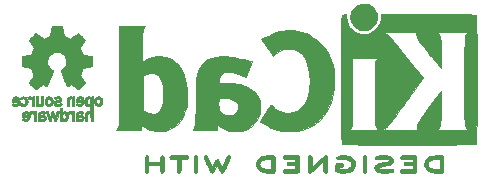
<source format=gbr>
%TF.GenerationSoftware,KiCad,Pcbnew,(5.1.9)-1*%
%TF.CreationDate,2021-02-26T14:18:11+09:00*%
%TF.ProjectId,diesel-heater-esp32,64696573-656c-42d6-9865-617465722d65,rev?*%
%TF.SameCoordinates,Original*%
%TF.FileFunction,Legend,Bot*%
%TF.FilePolarity,Positive*%
%FSLAX46Y46*%
G04 Gerber Fmt 4.6, Leading zero omitted, Abs format (unit mm)*
G04 Created by KiCad (PCBNEW (5.1.9)-1) date 2021-02-26 14:18:11*
%MOMM*%
%LPD*%
G01*
G04 APERTURE LIST*
%ADD10C,0.010000*%
G04 APERTURE END LIST*
D10*
%TO.C,REF\u002A\u002A*%
G36*
X118819036Y-87398576D02*
G01*
X118743487Y-87799322D01*
X118185959Y-88029154D01*
X117851535Y-87801748D01*
X117757878Y-87738431D01*
X117673218Y-87681896D01*
X117601505Y-87634727D01*
X117546689Y-87599502D01*
X117512720Y-87578805D01*
X117503470Y-87574342D01*
X117486805Y-87585820D01*
X117451194Y-87617551D01*
X117400629Y-87665483D01*
X117339100Y-87725562D01*
X117270601Y-87793733D01*
X117199121Y-87865945D01*
X117128653Y-87938142D01*
X117063189Y-88006273D01*
X117006720Y-88066283D01*
X116963237Y-88114119D01*
X116936732Y-88145727D01*
X116930395Y-88156305D01*
X116939514Y-88175806D01*
X116965080Y-88218531D01*
X117004403Y-88280298D01*
X117054797Y-88356931D01*
X117113573Y-88444248D01*
X117147632Y-88494052D01*
X117209711Y-88584993D01*
X117264874Y-88667059D01*
X117310446Y-88736163D01*
X117343750Y-88788222D01*
X117362110Y-88819150D01*
X117364869Y-88825650D01*
X117358615Y-88844121D01*
X117341566Y-88887172D01*
X117316297Y-88948749D01*
X117285378Y-89022799D01*
X117251382Y-89103270D01*
X117216882Y-89184107D01*
X117184449Y-89259258D01*
X117156657Y-89322671D01*
X117136077Y-89368293D01*
X117125281Y-89390069D01*
X117124644Y-89390926D01*
X117107693Y-89395084D01*
X117062549Y-89404361D01*
X116993890Y-89417844D01*
X116906398Y-89434621D01*
X116804750Y-89453781D01*
X116745444Y-89464830D01*
X116636828Y-89485510D01*
X116538723Y-89505189D01*
X116456091Y-89522789D01*
X116393896Y-89537233D01*
X116357101Y-89547446D01*
X116349704Y-89550686D01*
X116342460Y-89572617D01*
X116336615Y-89622147D01*
X116332165Y-89693485D01*
X116329107Y-89780839D01*
X116327435Y-89878417D01*
X116327147Y-89980426D01*
X116328239Y-90081075D01*
X116330706Y-90174572D01*
X116334544Y-90255125D01*
X116339750Y-90316942D01*
X116346319Y-90354230D01*
X116350259Y-90361993D01*
X116373812Y-90371298D01*
X116423718Y-90384600D01*
X116493377Y-90400337D01*
X116576187Y-90416946D01*
X116605095Y-90422319D01*
X116744469Y-90447848D01*
X116854564Y-90468408D01*
X116939018Y-90484815D01*
X117001470Y-90497887D01*
X117045556Y-90508441D01*
X117074915Y-90517294D01*
X117093185Y-90525263D01*
X117104002Y-90533165D01*
X117105515Y-90534727D01*
X117120623Y-90559886D01*
X117143671Y-90608850D01*
X117172356Y-90675621D01*
X117204378Y-90754205D01*
X117237435Y-90838607D01*
X117269227Y-90922830D01*
X117297451Y-91000879D01*
X117319807Y-91066759D01*
X117333993Y-91114473D01*
X117337707Y-91138027D01*
X117337398Y-91138852D01*
X117324811Y-91158104D01*
X117296256Y-91200463D01*
X117254733Y-91261521D01*
X117203244Y-91336868D01*
X117144789Y-91422096D01*
X117128142Y-91446315D01*
X117068785Y-91534123D01*
X117016553Y-91614238D01*
X116974292Y-91682062D01*
X116944847Y-91732993D01*
X116931063Y-91762431D01*
X116930395Y-91766048D01*
X116941976Y-91785057D01*
X116973976Y-91822714D01*
X117022282Y-91874973D01*
X117082780Y-91937786D01*
X117151356Y-92007106D01*
X117223896Y-92078885D01*
X117296288Y-92149077D01*
X117364416Y-92213635D01*
X117424168Y-92268510D01*
X117471429Y-92309656D01*
X117502087Y-92333026D01*
X117510568Y-92336842D01*
X117530309Y-92327855D01*
X117570726Y-92303616D01*
X117625237Y-92268209D01*
X117667177Y-92239711D01*
X117743171Y-92187418D01*
X117833166Y-92125845D01*
X117923436Y-92064370D01*
X117971968Y-92031469D01*
X118136238Y-91920359D01*
X118274131Y-91994916D01*
X118336951Y-92027578D01*
X118390371Y-92052966D01*
X118426516Y-92067446D01*
X118435716Y-92069460D01*
X118446779Y-92054584D01*
X118468606Y-92012547D01*
X118499566Y-91947227D01*
X118538030Y-91862500D01*
X118582368Y-91762245D01*
X118630953Y-91650339D01*
X118682154Y-91530659D01*
X118734341Y-91407084D01*
X118785887Y-91283491D01*
X118835160Y-91163757D01*
X118880533Y-91051759D01*
X118920375Y-90951377D01*
X118953058Y-90866486D01*
X118976951Y-90800965D01*
X118990426Y-90758690D01*
X118992594Y-90744172D01*
X118975417Y-90725653D01*
X118937810Y-90695590D01*
X118887634Y-90660232D01*
X118883422Y-90657434D01*
X118753736Y-90553625D01*
X118649166Y-90432515D01*
X118570619Y-90297976D01*
X118519001Y-90153882D01*
X118495218Y-90004105D01*
X118500177Y-89852517D01*
X118534783Y-89702992D01*
X118599943Y-89559400D01*
X118619114Y-89527984D01*
X118718826Y-89401125D01*
X118836623Y-89299255D01*
X118968429Y-89222904D01*
X119110167Y-89172602D01*
X119257758Y-89148879D01*
X119407127Y-89152265D01*
X119554197Y-89183288D01*
X119694889Y-89242480D01*
X119825127Y-89330369D01*
X119865414Y-89366042D01*
X119967945Y-89477706D01*
X120042659Y-89595257D01*
X120093910Y-89727020D01*
X120122454Y-89857507D01*
X120129500Y-90004216D01*
X120106004Y-90151653D01*
X120054351Y-90294834D01*
X119976929Y-90428777D01*
X119876125Y-90548498D01*
X119754324Y-90649014D01*
X119738316Y-90659609D01*
X119687602Y-90694306D01*
X119649050Y-90724370D01*
X119630619Y-90743565D01*
X119630351Y-90744172D01*
X119634308Y-90764936D01*
X119649993Y-90812062D01*
X119675778Y-90881673D01*
X119710031Y-90969893D01*
X119751123Y-91072844D01*
X119797424Y-91186650D01*
X119847304Y-91307435D01*
X119899133Y-91431321D01*
X119951281Y-91554432D01*
X120002118Y-91672891D01*
X120050013Y-91782823D01*
X120093338Y-91880349D01*
X120130462Y-91961593D01*
X120159756Y-92022679D01*
X120179588Y-92059730D01*
X120187574Y-92069460D01*
X120211979Y-92061883D01*
X120257642Y-92041560D01*
X120316690Y-92012125D01*
X120349160Y-91994916D01*
X120487053Y-91920359D01*
X120651323Y-92031469D01*
X120735179Y-92088390D01*
X120826987Y-92151030D01*
X120913020Y-92210011D01*
X120956113Y-92239711D01*
X121016723Y-92280410D01*
X121068045Y-92312663D01*
X121103385Y-92332384D01*
X121114863Y-92336554D01*
X121131570Y-92325307D01*
X121168546Y-92293911D01*
X121222205Y-92245624D01*
X121288962Y-92183708D01*
X121365234Y-92111421D01*
X121413473Y-92065008D01*
X121497867Y-91982087D01*
X121570803Y-91907920D01*
X121629331Y-91845680D01*
X121670503Y-91798541D01*
X121691372Y-91769673D01*
X121693374Y-91763815D01*
X121684083Y-91741532D01*
X121658409Y-91696477D01*
X121619200Y-91633211D01*
X121569303Y-91556295D01*
X121511567Y-91470292D01*
X121495149Y-91446315D01*
X121435323Y-91359170D01*
X121381650Y-91280710D01*
X121337130Y-91215345D01*
X121304765Y-91167484D01*
X121287555Y-91141535D01*
X121285893Y-91138852D01*
X121288379Y-91118172D01*
X121301577Y-91072704D01*
X121323186Y-91008444D01*
X121350904Y-90931387D01*
X121382430Y-90847529D01*
X121415463Y-90762866D01*
X121447701Y-90683392D01*
X121476843Y-90615104D01*
X121500588Y-90563997D01*
X121516635Y-90536067D01*
X121517775Y-90534727D01*
X121527588Y-90526745D01*
X121544161Y-90518851D01*
X121571132Y-90510229D01*
X121612139Y-90500062D01*
X121670820Y-90487531D01*
X121750813Y-90471821D01*
X121855755Y-90452113D01*
X121989285Y-90427592D01*
X122018196Y-90422319D01*
X122103882Y-90405764D01*
X122178582Y-90389569D01*
X122235694Y-90375296D01*
X122268617Y-90364508D01*
X122273031Y-90361993D01*
X122280306Y-90339696D01*
X122286219Y-90289869D01*
X122290766Y-90218304D01*
X122293945Y-90130793D01*
X122295749Y-90033128D01*
X122296177Y-89931101D01*
X122295223Y-89830503D01*
X122292884Y-89737127D01*
X122289156Y-89656765D01*
X122284034Y-89595209D01*
X122277516Y-89558250D01*
X122273586Y-89550686D01*
X122251708Y-89543056D01*
X122201891Y-89530642D01*
X122129097Y-89514522D01*
X122038289Y-89495773D01*
X121934431Y-89475471D01*
X121877846Y-89464830D01*
X121770486Y-89444760D01*
X121674746Y-89426580D01*
X121595306Y-89411199D01*
X121536846Y-89399531D01*
X121504045Y-89392488D01*
X121498646Y-89390926D01*
X121489522Y-89373322D01*
X121470235Y-89330918D01*
X121443355Y-89269772D01*
X121411454Y-89195943D01*
X121377102Y-89115489D01*
X121342871Y-89034468D01*
X121311331Y-88958937D01*
X121285054Y-88894955D01*
X121266611Y-88848580D01*
X121258571Y-88825869D01*
X121258422Y-88824876D01*
X121267535Y-88806961D01*
X121293086Y-88765733D01*
X121332388Y-88705291D01*
X121382757Y-88629731D01*
X121441506Y-88543152D01*
X121475658Y-88493421D01*
X121537890Y-88402236D01*
X121593164Y-88319449D01*
X121638782Y-88249249D01*
X121672048Y-88195824D01*
X121690264Y-88163361D01*
X121692895Y-88156083D01*
X121681586Y-88139145D01*
X121650319Y-88102978D01*
X121603090Y-88051635D01*
X121543892Y-87989167D01*
X121476719Y-87919626D01*
X121405566Y-87847065D01*
X121334426Y-87775535D01*
X121267293Y-87709087D01*
X121208161Y-87651774D01*
X121161025Y-87607647D01*
X121129877Y-87580759D01*
X121119457Y-87574342D01*
X121102491Y-87583365D01*
X121061911Y-87608715D01*
X121001663Y-87647810D01*
X120925693Y-87698071D01*
X120837946Y-87756917D01*
X120771756Y-87801748D01*
X120437332Y-88029154D01*
X120158567Y-87914238D01*
X119879803Y-87799322D01*
X119804254Y-87398576D01*
X119728706Y-86997829D01*
X118894585Y-86997829D01*
X118819036Y-87398576D01*
G37*
X118819036Y-87398576D02*
X118743487Y-87799322D01*
X118185959Y-88029154D01*
X117851535Y-87801748D01*
X117757878Y-87738431D01*
X117673218Y-87681896D01*
X117601505Y-87634727D01*
X117546689Y-87599502D01*
X117512720Y-87578805D01*
X117503470Y-87574342D01*
X117486805Y-87585820D01*
X117451194Y-87617551D01*
X117400629Y-87665483D01*
X117339100Y-87725562D01*
X117270601Y-87793733D01*
X117199121Y-87865945D01*
X117128653Y-87938142D01*
X117063189Y-88006273D01*
X117006720Y-88066283D01*
X116963237Y-88114119D01*
X116936732Y-88145727D01*
X116930395Y-88156305D01*
X116939514Y-88175806D01*
X116965080Y-88218531D01*
X117004403Y-88280298D01*
X117054797Y-88356931D01*
X117113573Y-88444248D01*
X117147632Y-88494052D01*
X117209711Y-88584993D01*
X117264874Y-88667059D01*
X117310446Y-88736163D01*
X117343750Y-88788222D01*
X117362110Y-88819150D01*
X117364869Y-88825650D01*
X117358615Y-88844121D01*
X117341566Y-88887172D01*
X117316297Y-88948749D01*
X117285378Y-89022799D01*
X117251382Y-89103270D01*
X117216882Y-89184107D01*
X117184449Y-89259258D01*
X117156657Y-89322671D01*
X117136077Y-89368293D01*
X117125281Y-89390069D01*
X117124644Y-89390926D01*
X117107693Y-89395084D01*
X117062549Y-89404361D01*
X116993890Y-89417844D01*
X116906398Y-89434621D01*
X116804750Y-89453781D01*
X116745444Y-89464830D01*
X116636828Y-89485510D01*
X116538723Y-89505189D01*
X116456091Y-89522789D01*
X116393896Y-89537233D01*
X116357101Y-89547446D01*
X116349704Y-89550686D01*
X116342460Y-89572617D01*
X116336615Y-89622147D01*
X116332165Y-89693485D01*
X116329107Y-89780839D01*
X116327435Y-89878417D01*
X116327147Y-89980426D01*
X116328239Y-90081075D01*
X116330706Y-90174572D01*
X116334544Y-90255125D01*
X116339750Y-90316942D01*
X116346319Y-90354230D01*
X116350259Y-90361993D01*
X116373812Y-90371298D01*
X116423718Y-90384600D01*
X116493377Y-90400337D01*
X116576187Y-90416946D01*
X116605095Y-90422319D01*
X116744469Y-90447848D01*
X116854564Y-90468408D01*
X116939018Y-90484815D01*
X117001470Y-90497887D01*
X117045556Y-90508441D01*
X117074915Y-90517294D01*
X117093185Y-90525263D01*
X117104002Y-90533165D01*
X117105515Y-90534727D01*
X117120623Y-90559886D01*
X117143671Y-90608850D01*
X117172356Y-90675621D01*
X117204378Y-90754205D01*
X117237435Y-90838607D01*
X117269227Y-90922830D01*
X117297451Y-91000879D01*
X117319807Y-91066759D01*
X117333993Y-91114473D01*
X117337707Y-91138027D01*
X117337398Y-91138852D01*
X117324811Y-91158104D01*
X117296256Y-91200463D01*
X117254733Y-91261521D01*
X117203244Y-91336868D01*
X117144789Y-91422096D01*
X117128142Y-91446315D01*
X117068785Y-91534123D01*
X117016553Y-91614238D01*
X116974292Y-91682062D01*
X116944847Y-91732993D01*
X116931063Y-91762431D01*
X116930395Y-91766048D01*
X116941976Y-91785057D01*
X116973976Y-91822714D01*
X117022282Y-91874973D01*
X117082780Y-91937786D01*
X117151356Y-92007106D01*
X117223896Y-92078885D01*
X117296288Y-92149077D01*
X117364416Y-92213635D01*
X117424168Y-92268510D01*
X117471429Y-92309656D01*
X117502087Y-92333026D01*
X117510568Y-92336842D01*
X117530309Y-92327855D01*
X117570726Y-92303616D01*
X117625237Y-92268209D01*
X117667177Y-92239711D01*
X117743171Y-92187418D01*
X117833166Y-92125845D01*
X117923436Y-92064370D01*
X117971968Y-92031469D01*
X118136238Y-91920359D01*
X118274131Y-91994916D01*
X118336951Y-92027578D01*
X118390371Y-92052966D01*
X118426516Y-92067446D01*
X118435716Y-92069460D01*
X118446779Y-92054584D01*
X118468606Y-92012547D01*
X118499566Y-91947227D01*
X118538030Y-91862500D01*
X118582368Y-91762245D01*
X118630953Y-91650339D01*
X118682154Y-91530659D01*
X118734341Y-91407084D01*
X118785887Y-91283491D01*
X118835160Y-91163757D01*
X118880533Y-91051759D01*
X118920375Y-90951377D01*
X118953058Y-90866486D01*
X118976951Y-90800965D01*
X118990426Y-90758690D01*
X118992594Y-90744172D01*
X118975417Y-90725653D01*
X118937810Y-90695590D01*
X118887634Y-90660232D01*
X118883422Y-90657434D01*
X118753736Y-90553625D01*
X118649166Y-90432515D01*
X118570619Y-90297976D01*
X118519001Y-90153882D01*
X118495218Y-90004105D01*
X118500177Y-89852517D01*
X118534783Y-89702992D01*
X118599943Y-89559400D01*
X118619114Y-89527984D01*
X118718826Y-89401125D01*
X118836623Y-89299255D01*
X118968429Y-89222904D01*
X119110167Y-89172602D01*
X119257758Y-89148879D01*
X119407127Y-89152265D01*
X119554197Y-89183288D01*
X119694889Y-89242480D01*
X119825127Y-89330369D01*
X119865414Y-89366042D01*
X119967945Y-89477706D01*
X120042659Y-89595257D01*
X120093910Y-89727020D01*
X120122454Y-89857507D01*
X120129500Y-90004216D01*
X120106004Y-90151653D01*
X120054351Y-90294834D01*
X119976929Y-90428777D01*
X119876125Y-90548498D01*
X119754324Y-90649014D01*
X119738316Y-90659609D01*
X119687602Y-90694306D01*
X119649050Y-90724370D01*
X119630619Y-90743565D01*
X119630351Y-90744172D01*
X119634308Y-90764936D01*
X119649993Y-90812062D01*
X119675778Y-90881673D01*
X119710031Y-90969893D01*
X119751123Y-91072844D01*
X119797424Y-91186650D01*
X119847304Y-91307435D01*
X119899133Y-91431321D01*
X119951281Y-91554432D01*
X120002118Y-91672891D01*
X120050013Y-91782823D01*
X120093338Y-91880349D01*
X120130462Y-91961593D01*
X120159756Y-92022679D01*
X120179588Y-92059730D01*
X120187574Y-92069460D01*
X120211979Y-92061883D01*
X120257642Y-92041560D01*
X120316690Y-92012125D01*
X120349160Y-91994916D01*
X120487053Y-91920359D01*
X120651323Y-92031469D01*
X120735179Y-92088390D01*
X120826987Y-92151030D01*
X120913020Y-92210011D01*
X120956113Y-92239711D01*
X121016723Y-92280410D01*
X121068045Y-92312663D01*
X121103385Y-92332384D01*
X121114863Y-92336554D01*
X121131570Y-92325307D01*
X121168546Y-92293911D01*
X121222205Y-92245624D01*
X121288962Y-92183708D01*
X121365234Y-92111421D01*
X121413473Y-92065008D01*
X121497867Y-91982087D01*
X121570803Y-91907920D01*
X121629331Y-91845680D01*
X121670503Y-91798541D01*
X121691372Y-91769673D01*
X121693374Y-91763815D01*
X121684083Y-91741532D01*
X121658409Y-91696477D01*
X121619200Y-91633211D01*
X121569303Y-91556295D01*
X121511567Y-91470292D01*
X121495149Y-91446315D01*
X121435323Y-91359170D01*
X121381650Y-91280710D01*
X121337130Y-91215345D01*
X121304765Y-91167484D01*
X121287555Y-91141535D01*
X121285893Y-91138852D01*
X121288379Y-91118172D01*
X121301577Y-91072704D01*
X121323186Y-91008444D01*
X121350904Y-90931387D01*
X121382430Y-90847529D01*
X121415463Y-90762866D01*
X121447701Y-90683392D01*
X121476843Y-90615104D01*
X121500588Y-90563997D01*
X121516635Y-90536067D01*
X121517775Y-90534727D01*
X121527588Y-90526745D01*
X121544161Y-90518851D01*
X121571132Y-90510229D01*
X121612139Y-90500062D01*
X121670820Y-90487531D01*
X121750813Y-90471821D01*
X121855755Y-90452113D01*
X121989285Y-90427592D01*
X122018196Y-90422319D01*
X122103882Y-90405764D01*
X122178582Y-90389569D01*
X122235694Y-90375296D01*
X122268617Y-90364508D01*
X122273031Y-90361993D01*
X122280306Y-90339696D01*
X122286219Y-90289869D01*
X122290766Y-90218304D01*
X122293945Y-90130793D01*
X122295749Y-90033128D01*
X122296177Y-89931101D01*
X122295223Y-89830503D01*
X122292884Y-89737127D01*
X122289156Y-89656765D01*
X122284034Y-89595209D01*
X122277516Y-89558250D01*
X122273586Y-89550686D01*
X122251708Y-89543056D01*
X122201891Y-89530642D01*
X122129097Y-89514522D01*
X122038289Y-89495773D01*
X121934431Y-89475471D01*
X121877846Y-89464830D01*
X121770486Y-89444760D01*
X121674746Y-89426580D01*
X121595306Y-89411199D01*
X121536846Y-89399531D01*
X121504045Y-89392488D01*
X121498646Y-89390926D01*
X121489522Y-89373322D01*
X121470235Y-89330918D01*
X121443355Y-89269772D01*
X121411454Y-89195943D01*
X121377102Y-89115489D01*
X121342871Y-89034468D01*
X121311331Y-88958937D01*
X121285054Y-88894955D01*
X121266611Y-88848580D01*
X121258571Y-88825869D01*
X121258422Y-88824876D01*
X121267535Y-88806961D01*
X121293086Y-88765733D01*
X121332388Y-88705291D01*
X121382757Y-88629731D01*
X121441506Y-88543152D01*
X121475658Y-88493421D01*
X121537890Y-88402236D01*
X121593164Y-88319449D01*
X121638782Y-88249249D01*
X121672048Y-88195824D01*
X121690264Y-88163361D01*
X121692895Y-88156083D01*
X121681586Y-88139145D01*
X121650319Y-88102978D01*
X121603090Y-88051635D01*
X121543892Y-87989167D01*
X121476719Y-87919626D01*
X121405566Y-87847065D01*
X121334426Y-87775535D01*
X121267293Y-87709087D01*
X121208161Y-87651774D01*
X121161025Y-87607647D01*
X121129877Y-87580759D01*
X121119457Y-87574342D01*
X121102491Y-87583365D01*
X121061911Y-87608715D01*
X121001663Y-87647810D01*
X120925693Y-87698071D01*
X120837946Y-87756917D01*
X120771756Y-87801748D01*
X120437332Y-88029154D01*
X120158567Y-87914238D01*
X119879803Y-87799322D01*
X119804254Y-87398576D01*
X119728706Y-86997829D01*
X118894585Y-86997829D01*
X118819036Y-87398576D01*
G36*
X116928612Y-92937645D02*
G01*
X116871135Y-92955206D01*
X116834128Y-92977395D01*
X116822073Y-92994942D01*
X116825391Y-93015742D01*
X116846921Y-93048419D01*
X116865126Y-93071562D01*
X116902656Y-93113402D01*
X116930852Y-93131005D01*
X116954889Y-93129856D01*
X117026192Y-93111710D01*
X117078558Y-93112534D01*
X117121082Y-93133098D01*
X117135358Y-93145134D01*
X117181053Y-93187483D01*
X117181053Y-93740526D01*
X117364869Y-93740526D01*
X117364869Y-92938421D01*
X117272961Y-92938421D01*
X117217781Y-92940603D01*
X117189312Y-92948351D01*
X117181057Y-92963468D01*
X117181053Y-92963916D01*
X117177155Y-92979749D01*
X117159526Y-92977684D01*
X117135099Y-92966261D01*
X117084650Y-92945005D01*
X117043684Y-92932216D01*
X116990972Y-92928938D01*
X116928612Y-92937645D01*
G37*
X116928612Y-92937645D02*
X116871135Y-92955206D01*
X116834128Y-92977395D01*
X116822073Y-92994942D01*
X116825391Y-93015742D01*
X116846921Y-93048419D01*
X116865126Y-93071562D01*
X116902656Y-93113402D01*
X116930852Y-93131005D01*
X116954889Y-93129856D01*
X117026192Y-93111710D01*
X117078558Y-93112534D01*
X117121082Y-93133098D01*
X117135358Y-93145134D01*
X117181053Y-93187483D01*
X117181053Y-93740526D01*
X117364869Y-93740526D01*
X117364869Y-92938421D01*
X117272961Y-92938421D01*
X117217781Y-92940603D01*
X117189312Y-92948351D01*
X117181057Y-92963468D01*
X117181053Y-92963916D01*
X117177155Y-92979749D01*
X117159526Y-92977684D01*
X117135099Y-92966261D01*
X117084650Y-92945005D01*
X117043684Y-92932216D01*
X116990972Y-92928938D01*
X116928612Y-92937645D01*
G36*
X120322043Y-92952226D02*
G01*
X120280454Y-92972090D01*
X120240175Y-93000784D01*
X120209490Y-93033809D01*
X120187139Y-93075931D01*
X120171864Y-93131915D01*
X120162408Y-93206528D01*
X120157513Y-93304535D01*
X120155919Y-93430702D01*
X120155894Y-93443914D01*
X120155527Y-93740526D01*
X120339343Y-93740526D01*
X120339343Y-93467081D01*
X120339473Y-93365777D01*
X120340379Y-93292353D01*
X120342827Y-93241271D01*
X120347586Y-93206990D01*
X120355426Y-93183971D01*
X120367115Y-93166673D01*
X120383398Y-93149581D01*
X120440366Y-93112857D01*
X120502555Y-93106042D01*
X120561801Y-93129261D01*
X120582405Y-93146543D01*
X120597530Y-93162791D01*
X120608390Y-93180191D01*
X120615690Y-93204212D01*
X120620137Y-93240322D01*
X120622436Y-93293988D01*
X120623296Y-93370680D01*
X120623422Y-93464043D01*
X120623422Y-93740526D01*
X120807237Y-93740526D01*
X120807237Y-92938421D01*
X120715329Y-92938421D01*
X120660149Y-92940603D01*
X120631680Y-92948351D01*
X120623425Y-92963468D01*
X120623422Y-92963916D01*
X120619592Y-92978720D01*
X120602699Y-92977040D01*
X120569112Y-92960773D01*
X120492937Y-92936840D01*
X120405800Y-92934178D01*
X120322043Y-92952226D01*
G37*
X120322043Y-92952226D02*
X120280454Y-92972090D01*
X120240175Y-93000784D01*
X120209490Y-93033809D01*
X120187139Y-93075931D01*
X120171864Y-93131915D01*
X120162408Y-93206528D01*
X120157513Y-93304535D01*
X120155919Y-93430702D01*
X120155894Y-93443914D01*
X120155527Y-93740526D01*
X120339343Y-93740526D01*
X120339343Y-93467081D01*
X120339473Y-93365777D01*
X120340379Y-93292353D01*
X120342827Y-93241271D01*
X120347586Y-93206990D01*
X120355426Y-93183971D01*
X120367115Y-93166673D01*
X120383398Y-93149581D01*
X120440366Y-93112857D01*
X120502555Y-93106042D01*
X120561801Y-93129261D01*
X120582405Y-93146543D01*
X120597530Y-93162791D01*
X120608390Y-93180191D01*
X120615690Y-93204212D01*
X120620137Y-93240322D01*
X120622436Y-93293988D01*
X120623296Y-93370680D01*
X120623422Y-93464043D01*
X120623422Y-93740526D01*
X120807237Y-93740526D01*
X120807237Y-92938421D01*
X120715329Y-92938421D01*
X120660149Y-92940603D01*
X120631680Y-92948351D01*
X120623425Y-92963468D01*
X120623422Y-92963916D01*
X120619592Y-92978720D01*
X120602699Y-92977040D01*
X120569112Y-92960773D01*
X120492937Y-92936840D01*
X120405800Y-92934178D01*
X120322043Y-92952226D01*
G36*
X115761216Y-92935554D02*
G01*
X115718426Y-92945949D01*
X115636391Y-92984013D01*
X115566243Y-93042149D01*
X115517695Y-93111852D01*
X115511025Y-93127502D01*
X115501876Y-93168496D01*
X115495471Y-93229138D01*
X115493290Y-93290430D01*
X115493290Y-93406316D01*
X115735593Y-93406316D01*
X115835529Y-93406693D01*
X115905931Y-93408987D01*
X115950687Y-93414938D01*
X115973685Y-93426285D01*
X115978811Y-93444771D01*
X115969952Y-93472136D01*
X115954083Y-93504155D01*
X115909816Y-93557592D01*
X115848301Y-93584215D01*
X115773115Y-93583347D01*
X115687947Y-93554371D01*
X115614341Y-93518611D01*
X115553266Y-93566904D01*
X115492190Y-93615197D01*
X115549649Y-93668285D01*
X115626359Y-93718445D01*
X115720698Y-93748688D01*
X115822173Y-93757151D01*
X115920289Y-93741974D01*
X115936119Y-93736824D01*
X116022353Y-93691791D01*
X116086499Y-93624652D01*
X116129909Y-93533405D01*
X116153936Y-93416044D01*
X116154216Y-93413529D01*
X116156367Y-93285627D01*
X116147671Y-93239997D01*
X115977895Y-93239997D01*
X115962303Y-93247013D01*
X115919971Y-93252388D01*
X115857566Y-93255457D01*
X115818019Y-93255921D01*
X115744272Y-93255630D01*
X115698160Y-93253783D01*
X115673900Y-93248912D01*
X115665706Y-93239555D01*
X115667794Y-93224245D01*
X115669545Y-93218322D01*
X115699440Y-93162668D01*
X115746458Y-93117815D01*
X115787951Y-93098105D01*
X115843074Y-93099295D01*
X115898932Y-93123875D01*
X115945788Y-93164570D01*
X115973906Y-93214108D01*
X115977895Y-93239997D01*
X116147671Y-93239997D01*
X116134926Y-93173133D01*
X116092389Y-93078727D01*
X116031253Y-93005088D01*
X115954015Y-92954893D01*
X115863170Y-92930822D01*
X115761216Y-92935554D01*
G37*
X115761216Y-92935554D02*
X115718426Y-92945949D01*
X115636391Y-92984013D01*
X115566243Y-93042149D01*
X115517695Y-93111852D01*
X115511025Y-93127502D01*
X115501876Y-93168496D01*
X115495471Y-93229138D01*
X115493290Y-93290430D01*
X115493290Y-93406316D01*
X115735593Y-93406316D01*
X115835529Y-93406693D01*
X115905931Y-93408987D01*
X115950687Y-93414938D01*
X115973685Y-93426285D01*
X115978811Y-93444771D01*
X115969952Y-93472136D01*
X115954083Y-93504155D01*
X115909816Y-93557592D01*
X115848301Y-93584215D01*
X115773115Y-93583347D01*
X115687947Y-93554371D01*
X115614341Y-93518611D01*
X115553266Y-93566904D01*
X115492190Y-93615197D01*
X115549649Y-93668285D01*
X115626359Y-93718445D01*
X115720698Y-93748688D01*
X115822173Y-93757151D01*
X115920289Y-93741974D01*
X115936119Y-93736824D01*
X116022353Y-93691791D01*
X116086499Y-93624652D01*
X116129909Y-93533405D01*
X116153936Y-93416044D01*
X116154216Y-93413529D01*
X116156367Y-93285627D01*
X116147671Y-93239997D01*
X115977895Y-93239997D01*
X115962303Y-93247013D01*
X115919971Y-93252388D01*
X115857566Y-93255457D01*
X115818019Y-93255921D01*
X115744272Y-93255630D01*
X115698160Y-93253783D01*
X115673900Y-93248912D01*
X115665706Y-93239555D01*
X115667794Y-93224245D01*
X115669545Y-93218322D01*
X115699440Y-93162668D01*
X115746458Y-93117815D01*
X115787951Y-93098105D01*
X115843074Y-93099295D01*
X115898932Y-93123875D01*
X115945788Y-93164570D01*
X115973906Y-93214108D01*
X115977895Y-93239997D01*
X116147671Y-93239997D01*
X116134926Y-93173133D01*
X116092389Y-93078727D01*
X116031253Y-93005088D01*
X115954015Y-92954893D01*
X115863170Y-92930822D01*
X115761216Y-92935554D01*
G36*
X116373424Y-92945419D02*
G01*
X116276605Y-92986549D01*
X116246110Y-93006571D01*
X116207135Y-93037340D01*
X116182669Y-93061533D01*
X116178422Y-93069413D01*
X116190416Y-93086899D01*
X116221113Y-93116570D01*
X116245688Y-93137279D01*
X116312954Y-93191336D01*
X116366070Y-93146642D01*
X116407116Y-93117789D01*
X116447137Y-93107829D01*
X116492941Y-93110261D01*
X116565676Y-93128345D01*
X116615744Y-93165881D01*
X116646171Y-93226562D01*
X116659983Y-93314081D01*
X116659987Y-93314136D01*
X116658792Y-93411958D01*
X116640228Y-93483730D01*
X116603196Y-93532595D01*
X116577950Y-93549143D01*
X116510903Y-93569749D01*
X116439291Y-93569762D01*
X116376985Y-93549768D01*
X116362237Y-93540000D01*
X116325250Y-93515047D01*
X116296332Y-93510958D01*
X116265144Y-93529530D01*
X116230664Y-93562887D01*
X116176088Y-93619196D01*
X116236682Y-93669142D01*
X116330302Y-93725513D01*
X116435875Y-93753293D01*
X116546202Y-93751282D01*
X116618657Y-93732862D01*
X116703344Y-93687310D01*
X116771073Y-93615650D01*
X116801843Y-93565066D01*
X116826764Y-93492488D01*
X116839234Y-93400569D01*
X116839330Y-93300948D01*
X116827130Y-93205267D01*
X116802710Y-93125169D01*
X116798864Y-93116956D01*
X116741907Y-93036413D01*
X116664791Y-92977771D01*
X116573610Y-92942247D01*
X116474457Y-92931057D01*
X116373424Y-92945419D01*
G37*
X116373424Y-92945419D02*
X116276605Y-92986549D01*
X116246110Y-93006571D01*
X116207135Y-93037340D01*
X116182669Y-93061533D01*
X116178422Y-93069413D01*
X116190416Y-93086899D01*
X116221113Y-93116570D01*
X116245688Y-93137279D01*
X116312954Y-93191336D01*
X116366070Y-93146642D01*
X116407116Y-93117789D01*
X116447137Y-93107829D01*
X116492941Y-93110261D01*
X116565676Y-93128345D01*
X116615744Y-93165881D01*
X116646171Y-93226562D01*
X116659983Y-93314081D01*
X116659987Y-93314136D01*
X116658792Y-93411958D01*
X116640228Y-93483730D01*
X116603196Y-93532595D01*
X116577950Y-93549143D01*
X116510903Y-93569749D01*
X116439291Y-93569762D01*
X116376985Y-93549768D01*
X116362237Y-93540000D01*
X116325250Y-93515047D01*
X116296332Y-93510958D01*
X116265144Y-93529530D01*
X116230664Y-93562887D01*
X116176088Y-93619196D01*
X116236682Y-93669142D01*
X116330302Y-93725513D01*
X116435875Y-93753293D01*
X116546202Y-93751282D01*
X116618657Y-93732862D01*
X116703344Y-93687310D01*
X116771073Y-93615650D01*
X116801843Y-93565066D01*
X116826764Y-93492488D01*
X116839234Y-93400569D01*
X116839330Y-93300948D01*
X116827130Y-93205267D01*
X116802710Y-93125169D01*
X116798864Y-93116956D01*
X116741907Y-93036413D01*
X116664791Y-92977771D01*
X116573610Y-92942247D01*
X116474457Y-92931057D01*
X116373424Y-92945419D01*
G36*
X117999869Y-93198533D02*
G01*
X117998290Y-93321089D01*
X117992519Y-93414179D01*
X117981009Y-93481651D01*
X117962210Y-93527355D01*
X117934574Y-93555139D01*
X117896552Y-93568854D01*
X117849474Y-93572358D01*
X117800168Y-93568432D01*
X117762717Y-93554089D01*
X117735572Y-93525478D01*
X117717185Y-93478751D01*
X117706007Y-93410058D01*
X117700489Y-93315550D01*
X117699079Y-93198533D01*
X117699079Y-92938421D01*
X117515264Y-92938421D01*
X117515264Y-93740526D01*
X117607172Y-93740526D01*
X117662578Y-93738281D01*
X117691109Y-93730396D01*
X117699079Y-93715428D01*
X117703880Y-93702097D01*
X117722986Y-93704917D01*
X117761496Y-93723783D01*
X117849761Y-93752887D01*
X117943377Y-93750825D01*
X118033079Y-93719221D01*
X118075796Y-93694257D01*
X118108379Y-93667226D01*
X118132183Y-93633405D01*
X118148561Y-93588068D01*
X118158869Y-93526489D01*
X118164459Y-93443943D01*
X118166688Y-93335705D01*
X118166974Y-93252004D01*
X118166974Y-92938421D01*
X117999869Y-92938421D01*
X117999869Y-93198533D01*
G37*
X117999869Y-93198533D02*
X117998290Y-93321089D01*
X117992519Y-93414179D01*
X117981009Y-93481651D01*
X117962210Y-93527355D01*
X117934574Y-93555139D01*
X117896552Y-93568854D01*
X117849474Y-93572358D01*
X117800168Y-93568432D01*
X117762717Y-93554089D01*
X117735572Y-93525478D01*
X117717185Y-93478751D01*
X117706007Y-93410058D01*
X117700489Y-93315550D01*
X117699079Y-93198533D01*
X117699079Y-92938421D01*
X117515264Y-92938421D01*
X117515264Y-93740526D01*
X117607172Y-93740526D01*
X117662578Y-93738281D01*
X117691109Y-93730396D01*
X117699079Y-93715428D01*
X117703880Y-93702097D01*
X117722986Y-93704917D01*
X117761496Y-93723783D01*
X117849761Y-93752887D01*
X117943377Y-93750825D01*
X118033079Y-93719221D01*
X118075796Y-93694257D01*
X118108379Y-93667226D01*
X118132183Y-93633405D01*
X118148561Y-93588068D01*
X118158869Y-93526489D01*
X118164459Y-93443943D01*
X118166688Y-93335705D01*
X118166974Y-93252004D01*
X118166974Y-92938421D01*
X117999869Y-92938421D01*
X117999869Y-93198533D01*
G36*
X118508331Y-92948310D02*
G01*
X118423808Y-92994340D01*
X118357679Y-93067006D01*
X118326522Y-93126106D01*
X118313145Y-93178305D01*
X118304478Y-93252719D01*
X118300763Y-93338442D01*
X118302246Y-93424569D01*
X118309169Y-93500193D01*
X118317255Y-93540584D01*
X118344535Y-93595840D01*
X118391780Y-93654530D01*
X118448718Y-93705852D01*
X118505076Y-93739005D01*
X118506450Y-93739531D01*
X118576384Y-93754018D01*
X118659263Y-93754377D01*
X118738023Y-93741188D01*
X118768434Y-93730617D01*
X118846761Y-93686201D01*
X118902857Y-93628007D01*
X118939714Y-93550965D01*
X118960320Y-93450001D01*
X118964982Y-93397116D01*
X118964387Y-93330663D01*
X118785264Y-93330663D01*
X118779230Y-93427630D01*
X118761862Y-93501523D01*
X118734260Y-93548736D01*
X118714596Y-93562237D01*
X118664213Y-93571651D01*
X118604327Y-93568864D01*
X118552551Y-93555316D01*
X118538973Y-93547862D01*
X118503151Y-93504451D01*
X118479507Y-93438014D01*
X118469442Y-93357161D01*
X118474358Y-93270502D01*
X118485345Y-93218349D01*
X118516891Y-93157951D01*
X118566689Y-93120197D01*
X118626663Y-93107143D01*
X118688736Y-93120849D01*
X118736418Y-93154372D01*
X118761475Y-93182031D01*
X118776100Y-93209294D01*
X118783071Y-93246190D01*
X118785167Y-93302750D01*
X118785264Y-93330663D01*
X118964387Y-93330663D01*
X118963718Y-93255994D01*
X118940735Y-93140271D01*
X118896028Y-93049941D01*
X118829595Y-92985000D01*
X118741435Y-92945445D01*
X118722505Y-92940858D01*
X118608734Y-92930090D01*
X118508331Y-92948310D01*
G37*
X118508331Y-92948310D02*
X118423808Y-92994340D01*
X118357679Y-93067006D01*
X118326522Y-93126106D01*
X118313145Y-93178305D01*
X118304478Y-93252719D01*
X118300763Y-93338442D01*
X118302246Y-93424569D01*
X118309169Y-93500193D01*
X118317255Y-93540584D01*
X118344535Y-93595840D01*
X118391780Y-93654530D01*
X118448718Y-93705852D01*
X118505076Y-93739005D01*
X118506450Y-93739531D01*
X118576384Y-93754018D01*
X118659263Y-93754377D01*
X118738023Y-93741188D01*
X118768434Y-93730617D01*
X118846761Y-93686201D01*
X118902857Y-93628007D01*
X118939714Y-93550965D01*
X118960320Y-93450001D01*
X118964982Y-93397116D01*
X118964387Y-93330663D01*
X118785264Y-93330663D01*
X118779230Y-93427630D01*
X118761862Y-93501523D01*
X118734260Y-93548736D01*
X118714596Y-93562237D01*
X118664213Y-93571651D01*
X118604327Y-93568864D01*
X118552551Y-93555316D01*
X118538973Y-93547862D01*
X118503151Y-93504451D01*
X118479507Y-93438014D01*
X118469442Y-93357161D01*
X118474358Y-93270502D01*
X118485345Y-93218349D01*
X118516891Y-93157951D01*
X118566689Y-93120197D01*
X118626663Y-93107143D01*
X118688736Y-93120849D01*
X118736418Y-93154372D01*
X118761475Y-93182031D01*
X118776100Y-93209294D01*
X118783071Y-93246190D01*
X118785167Y-93302750D01*
X118785264Y-93330663D01*
X118964387Y-93330663D01*
X118963718Y-93255994D01*
X118940735Y-93140271D01*
X118896028Y-93049941D01*
X118829595Y-92985000D01*
X118741435Y-92945445D01*
X118722505Y-92940858D01*
X118608734Y-92930090D01*
X118508331Y-92948310D01*
G36*
X119301372Y-92935547D02*
G01*
X119238092Y-92947548D01*
X119172443Y-92972648D01*
X119165428Y-92975848D01*
X119115644Y-93002026D01*
X119081166Y-93026353D01*
X119070022Y-93041937D01*
X119080634Y-93067353D01*
X119106412Y-93104853D01*
X119117854Y-93118852D01*
X119165008Y-93173954D01*
X119225799Y-93138086D01*
X119283653Y-93114192D01*
X119350500Y-93101420D01*
X119414606Y-93100613D01*
X119464236Y-93112615D01*
X119476146Y-93120105D01*
X119498828Y-93154450D01*
X119501584Y-93194013D01*
X119484612Y-93224920D01*
X119474573Y-93230913D01*
X119444490Y-93238357D01*
X119391611Y-93247106D01*
X119326425Y-93255467D01*
X119314400Y-93256778D01*
X119209703Y-93274888D01*
X119133768Y-93305651D01*
X119083408Y-93351907D01*
X119055436Y-93416497D01*
X119046722Y-93495387D01*
X119058760Y-93585065D01*
X119097849Y-93655486D01*
X119164145Y-93706777D01*
X119257806Y-93739067D01*
X119361777Y-93751807D01*
X119446562Y-93751654D01*
X119515335Y-93740083D01*
X119562303Y-93724109D01*
X119621650Y-93696275D01*
X119676494Y-93663973D01*
X119695987Y-93649755D01*
X119746119Y-93608835D01*
X119625197Y-93486477D01*
X119556457Y-93531967D01*
X119487512Y-93566133D01*
X119413889Y-93584004D01*
X119343117Y-93585889D01*
X119282726Y-93572101D01*
X119240243Y-93542949D01*
X119226526Y-93518352D01*
X119228583Y-93478904D01*
X119262670Y-93448737D01*
X119328692Y-93427906D01*
X119401026Y-93418279D01*
X119512348Y-93399910D01*
X119595048Y-93365254D01*
X119650235Y-93313297D01*
X119679012Y-93243023D01*
X119682999Y-93159707D01*
X119663307Y-93072681D01*
X119618411Y-93006902D01*
X119547909Y-92962068D01*
X119451399Y-92937879D01*
X119379900Y-92933137D01*
X119301372Y-92935547D01*
G37*
X119301372Y-92935547D02*
X119238092Y-92947548D01*
X119172443Y-92972648D01*
X119165428Y-92975848D01*
X119115644Y-93002026D01*
X119081166Y-93026353D01*
X119070022Y-93041937D01*
X119080634Y-93067353D01*
X119106412Y-93104853D01*
X119117854Y-93118852D01*
X119165008Y-93173954D01*
X119225799Y-93138086D01*
X119283653Y-93114192D01*
X119350500Y-93101420D01*
X119414606Y-93100613D01*
X119464236Y-93112615D01*
X119476146Y-93120105D01*
X119498828Y-93154450D01*
X119501584Y-93194013D01*
X119484612Y-93224920D01*
X119474573Y-93230913D01*
X119444490Y-93238357D01*
X119391611Y-93247106D01*
X119326425Y-93255467D01*
X119314400Y-93256778D01*
X119209703Y-93274888D01*
X119133768Y-93305651D01*
X119083408Y-93351907D01*
X119055436Y-93416497D01*
X119046722Y-93495387D01*
X119058760Y-93585065D01*
X119097849Y-93655486D01*
X119164145Y-93706777D01*
X119257806Y-93739067D01*
X119361777Y-93751807D01*
X119446562Y-93751654D01*
X119515335Y-93740083D01*
X119562303Y-93724109D01*
X119621650Y-93696275D01*
X119676494Y-93663973D01*
X119695987Y-93649755D01*
X119746119Y-93608835D01*
X119625197Y-93486477D01*
X119556457Y-93531967D01*
X119487512Y-93566133D01*
X119413889Y-93584004D01*
X119343117Y-93585889D01*
X119282726Y-93572101D01*
X119240243Y-93542949D01*
X119226526Y-93518352D01*
X119228583Y-93478904D01*
X119262670Y-93448737D01*
X119328692Y-93427906D01*
X119401026Y-93418279D01*
X119512348Y-93399910D01*
X119595048Y-93365254D01*
X119650235Y-93313297D01*
X119679012Y-93243023D01*
X119682999Y-93159707D01*
X119663307Y-93072681D01*
X119618411Y-93006902D01*
X119547909Y-92962068D01*
X119451399Y-92937879D01*
X119379900Y-92933137D01*
X119301372Y-92935547D01*
G36*
X121122982Y-92957027D02*
G01*
X121106330Y-92964866D01*
X121048695Y-93007086D01*
X120994195Y-93068700D01*
X120953501Y-93136543D01*
X120941926Y-93167734D01*
X120931366Y-93223449D01*
X120925069Y-93290781D01*
X120924304Y-93318585D01*
X120924211Y-93406316D01*
X121429150Y-93406316D01*
X121418387Y-93452270D01*
X121391967Y-93506620D01*
X121345778Y-93553591D01*
X121290828Y-93583848D01*
X121255811Y-93590131D01*
X121208323Y-93582506D01*
X121151665Y-93563383D01*
X121132418Y-93554584D01*
X121061241Y-93519036D01*
X121000498Y-93565367D01*
X120965448Y-93596703D01*
X120946798Y-93622567D01*
X120945853Y-93630158D01*
X120962515Y-93648556D01*
X120999030Y-93676515D01*
X121032172Y-93698327D01*
X121121607Y-93737537D01*
X121221871Y-93755285D01*
X121321246Y-93750670D01*
X121400461Y-93726551D01*
X121482120Y-93674884D01*
X121540151Y-93606856D01*
X121576454Y-93518843D01*
X121592928Y-93407216D01*
X121594389Y-93356138D01*
X121588543Y-93239091D01*
X121587825Y-93235686D01*
X121420511Y-93235686D01*
X121415903Y-93246662D01*
X121396964Y-93252715D01*
X121357902Y-93255310D01*
X121292923Y-93255910D01*
X121267903Y-93255921D01*
X121191779Y-93255014D01*
X121143504Y-93251720D01*
X121117540Y-93245181D01*
X121108352Y-93234537D01*
X121108027Y-93231119D01*
X121118513Y-93203956D01*
X121144758Y-93165903D01*
X121156041Y-93152579D01*
X121197928Y-93114896D01*
X121241591Y-93100080D01*
X121265115Y-93098842D01*
X121328757Y-93114329D01*
X121382127Y-93155930D01*
X121415981Y-93216353D01*
X121416581Y-93218322D01*
X121420511Y-93235686D01*
X121587825Y-93235686D01*
X121569101Y-93146928D01*
X121534078Y-93073190D01*
X121491244Y-93020848D01*
X121412052Y-92964092D01*
X121318960Y-92933762D01*
X121219945Y-92931021D01*
X121122982Y-92957027D01*
G37*
X121122982Y-92957027D02*
X121106330Y-92964866D01*
X121048695Y-93007086D01*
X120994195Y-93068700D01*
X120953501Y-93136543D01*
X120941926Y-93167734D01*
X120931366Y-93223449D01*
X120925069Y-93290781D01*
X120924304Y-93318585D01*
X120924211Y-93406316D01*
X121429150Y-93406316D01*
X121418387Y-93452270D01*
X121391967Y-93506620D01*
X121345778Y-93553591D01*
X121290828Y-93583848D01*
X121255811Y-93590131D01*
X121208323Y-93582506D01*
X121151665Y-93563383D01*
X121132418Y-93554584D01*
X121061241Y-93519036D01*
X121000498Y-93565367D01*
X120965448Y-93596703D01*
X120946798Y-93622567D01*
X120945853Y-93630158D01*
X120962515Y-93648556D01*
X120999030Y-93676515D01*
X121032172Y-93698327D01*
X121121607Y-93737537D01*
X121221871Y-93755285D01*
X121321246Y-93750670D01*
X121400461Y-93726551D01*
X121482120Y-93674884D01*
X121540151Y-93606856D01*
X121576454Y-93518843D01*
X121592928Y-93407216D01*
X121594389Y-93356138D01*
X121588543Y-93239091D01*
X121587825Y-93235686D01*
X121420511Y-93235686D01*
X121415903Y-93246662D01*
X121396964Y-93252715D01*
X121357902Y-93255310D01*
X121292923Y-93255910D01*
X121267903Y-93255921D01*
X121191779Y-93255014D01*
X121143504Y-93251720D01*
X121117540Y-93245181D01*
X121108352Y-93234537D01*
X121108027Y-93231119D01*
X121118513Y-93203956D01*
X121144758Y-93165903D01*
X121156041Y-93152579D01*
X121197928Y-93114896D01*
X121241591Y-93100080D01*
X121265115Y-93098842D01*
X121328757Y-93114329D01*
X121382127Y-93155930D01*
X121415981Y-93216353D01*
X121416581Y-93218322D01*
X121420511Y-93235686D01*
X121587825Y-93235686D01*
X121569101Y-93146928D01*
X121534078Y-93073190D01*
X121491244Y-93020848D01*
X121412052Y-92964092D01*
X121318960Y-92933762D01*
X121219945Y-92931021D01*
X121122982Y-92957027D01*
G36*
X122693216Y-92947104D02*
G01*
X122605795Y-92985754D01*
X122539430Y-93050290D01*
X122494024Y-93140812D01*
X122469482Y-93257418D01*
X122467723Y-93275624D01*
X122466344Y-93403984D01*
X122484216Y-93516496D01*
X122520250Y-93607688D01*
X122539545Y-93637022D01*
X122606755Y-93699106D01*
X122692350Y-93739316D01*
X122788110Y-93756003D01*
X122885813Y-93747517D01*
X122960083Y-93721380D01*
X123023953Y-93677335D01*
X123076154Y-93619587D01*
X123077057Y-93618236D01*
X123098256Y-93582593D01*
X123112033Y-93546752D01*
X123120376Y-93501519D01*
X123125273Y-93437701D01*
X123127431Y-93385368D01*
X123128329Y-93337910D01*
X122961257Y-93337910D01*
X122959624Y-93385154D01*
X122953696Y-93448046D01*
X122943239Y-93488407D01*
X122924381Y-93517122D01*
X122906719Y-93533896D01*
X122844106Y-93569016D01*
X122778592Y-93573710D01*
X122717579Y-93548440D01*
X122687072Y-93520124D01*
X122665089Y-93491589D01*
X122652231Y-93464284D01*
X122646588Y-93428750D01*
X122646249Y-93375524D01*
X122647988Y-93326506D01*
X122651729Y-93256482D01*
X122657659Y-93211064D01*
X122668347Y-93181440D01*
X122686361Y-93158797D01*
X122700637Y-93145855D01*
X122760349Y-93111860D01*
X122824766Y-93110165D01*
X122878781Y-93130301D01*
X122924860Y-93172352D01*
X122952311Y-93241428D01*
X122961257Y-93337910D01*
X123128329Y-93337910D01*
X123129401Y-93281299D01*
X123126036Y-93203468D01*
X123115955Y-93144930D01*
X123097774Y-93098737D01*
X123070110Y-93057942D01*
X123059854Y-93045828D01*
X122995722Y-92985474D01*
X122926934Y-92950220D01*
X122842811Y-92935450D01*
X122801791Y-92934243D01*
X122693216Y-92947104D01*
G37*
X122693216Y-92947104D02*
X122605795Y-92985754D01*
X122539430Y-93050290D01*
X122494024Y-93140812D01*
X122469482Y-93257418D01*
X122467723Y-93275624D01*
X122466344Y-93403984D01*
X122484216Y-93516496D01*
X122520250Y-93607688D01*
X122539545Y-93637022D01*
X122606755Y-93699106D01*
X122692350Y-93739316D01*
X122788110Y-93756003D01*
X122885813Y-93747517D01*
X122960083Y-93721380D01*
X123023953Y-93677335D01*
X123076154Y-93619587D01*
X123077057Y-93618236D01*
X123098256Y-93582593D01*
X123112033Y-93546752D01*
X123120376Y-93501519D01*
X123125273Y-93437701D01*
X123127431Y-93385368D01*
X123128329Y-93337910D01*
X122961257Y-93337910D01*
X122959624Y-93385154D01*
X122953696Y-93448046D01*
X122943239Y-93488407D01*
X122924381Y-93517122D01*
X122906719Y-93533896D01*
X122844106Y-93569016D01*
X122778592Y-93573710D01*
X122717579Y-93548440D01*
X122687072Y-93520124D01*
X122665089Y-93491589D01*
X122652231Y-93464284D01*
X122646588Y-93428750D01*
X122646249Y-93375524D01*
X122647988Y-93326506D01*
X122651729Y-93256482D01*
X122657659Y-93211064D01*
X122668347Y-93181440D01*
X122686361Y-93158797D01*
X122700637Y-93145855D01*
X122760349Y-93111860D01*
X122824766Y-93110165D01*
X122878781Y-93130301D01*
X122924860Y-93172352D01*
X122952311Y-93241428D01*
X122961257Y-93337910D01*
X123128329Y-93337910D01*
X123129401Y-93281299D01*
X123126036Y-93203468D01*
X123115955Y-93144930D01*
X123097774Y-93098737D01*
X123070110Y-93057942D01*
X123059854Y-93045828D01*
X122995722Y-92985474D01*
X122926934Y-92950220D01*
X122842811Y-92935450D01*
X122801791Y-92934243D01*
X122693216Y-92947104D01*
G36*
X116618807Y-94196078D02*
G01*
X116538932Y-94216845D01*
X116472038Y-94259705D01*
X116439649Y-94291723D01*
X116386555Y-94367413D01*
X116356127Y-94455216D01*
X116345673Y-94563150D01*
X116345620Y-94571875D01*
X116345527Y-94659605D01*
X116850466Y-94659605D01*
X116839702Y-94705559D01*
X116820268Y-94747178D01*
X116786255Y-94790544D01*
X116779140Y-94797467D01*
X116717997Y-94834935D01*
X116648271Y-94841289D01*
X116568013Y-94816638D01*
X116554408Y-94810000D01*
X116512681Y-94789819D01*
X116484732Y-94778321D01*
X116479855Y-94777258D01*
X116462832Y-94787583D01*
X116430367Y-94812845D01*
X116413886Y-94826650D01*
X116379736Y-94858361D01*
X116368522Y-94879299D01*
X116376305Y-94898560D01*
X116380465Y-94903827D01*
X116408643Y-94926878D01*
X116455138Y-94954892D01*
X116487566Y-94971246D01*
X116579615Y-95000059D01*
X116681524Y-95009395D01*
X116778037Y-94998332D01*
X116805066Y-94990412D01*
X116888724Y-94945581D01*
X116950734Y-94876598D01*
X116991455Y-94782794D01*
X117011245Y-94663498D01*
X117013418Y-94601118D01*
X117007074Y-94510298D01*
X116846843Y-94510298D01*
X116831345Y-94517012D01*
X116789688Y-94522280D01*
X116729124Y-94525389D01*
X116688093Y-94525921D01*
X116614289Y-94525408D01*
X116567707Y-94523006D01*
X116542152Y-94517422D01*
X116531431Y-94507361D01*
X116529343Y-94492763D01*
X116543669Y-94447796D01*
X116579738Y-94403353D01*
X116627185Y-94369242D01*
X116674651Y-94355288D01*
X116739121Y-94367666D01*
X116794930Y-94403452D01*
X116833626Y-94455033D01*
X116846843Y-94510298D01*
X117007074Y-94510298D01*
X117004179Y-94468866D01*
X116975664Y-94363498D01*
X116927271Y-94284178D01*
X116858396Y-94230071D01*
X116768435Y-94200343D01*
X116719700Y-94194618D01*
X116618807Y-94196078D01*
G37*
X116618807Y-94196078D02*
X116538932Y-94216845D01*
X116472038Y-94259705D01*
X116439649Y-94291723D01*
X116386555Y-94367413D01*
X116356127Y-94455216D01*
X116345673Y-94563150D01*
X116345620Y-94571875D01*
X116345527Y-94659605D01*
X116850466Y-94659605D01*
X116839702Y-94705559D01*
X116820268Y-94747178D01*
X116786255Y-94790544D01*
X116779140Y-94797467D01*
X116717997Y-94834935D01*
X116648271Y-94841289D01*
X116568013Y-94816638D01*
X116554408Y-94810000D01*
X116512681Y-94789819D01*
X116484732Y-94778321D01*
X116479855Y-94777258D01*
X116462832Y-94787583D01*
X116430367Y-94812845D01*
X116413886Y-94826650D01*
X116379736Y-94858361D01*
X116368522Y-94879299D01*
X116376305Y-94898560D01*
X116380465Y-94903827D01*
X116408643Y-94926878D01*
X116455138Y-94954892D01*
X116487566Y-94971246D01*
X116579615Y-95000059D01*
X116681524Y-95009395D01*
X116778037Y-94998332D01*
X116805066Y-94990412D01*
X116888724Y-94945581D01*
X116950734Y-94876598D01*
X116991455Y-94782794D01*
X117011245Y-94663498D01*
X117013418Y-94601118D01*
X117007074Y-94510298D01*
X116846843Y-94510298D01*
X116831345Y-94517012D01*
X116789688Y-94522280D01*
X116729124Y-94525389D01*
X116688093Y-94525921D01*
X116614289Y-94525408D01*
X116567707Y-94523006D01*
X116542152Y-94517422D01*
X116531431Y-94507361D01*
X116529343Y-94492763D01*
X116543669Y-94447796D01*
X116579738Y-94403353D01*
X116627185Y-94369242D01*
X116674651Y-94355288D01*
X116739121Y-94367666D01*
X116794930Y-94403452D01*
X116833626Y-94455033D01*
X116846843Y-94510298D01*
X117007074Y-94510298D01*
X117004179Y-94468866D01*
X116975664Y-94363498D01*
X116927271Y-94284178D01*
X116858396Y-94230071D01*
X116768435Y-94200343D01*
X116719700Y-94194618D01*
X116618807Y-94196078D01*
G36*
X117146833Y-94191447D02*
G01*
X117082592Y-94204112D01*
X117046020Y-94222864D01*
X117007547Y-94254017D01*
X117062283Y-94323127D01*
X117096031Y-94364979D01*
X117118947Y-94385398D01*
X117141721Y-94388517D01*
X117175044Y-94378472D01*
X117190686Y-94372789D01*
X117254458Y-94364404D01*
X117312860Y-94382378D01*
X117355736Y-94422982D01*
X117362701Y-94435929D01*
X117370287Y-94470224D01*
X117376141Y-94533427D01*
X117379989Y-94621060D01*
X117381557Y-94728640D01*
X117381579Y-94743944D01*
X117381579Y-95010526D01*
X117565395Y-95010526D01*
X117565395Y-94191710D01*
X117473487Y-94191710D01*
X117420493Y-94193094D01*
X117392885Y-94199252D01*
X117382676Y-94213194D01*
X117381579Y-94226344D01*
X117381579Y-94260978D01*
X117337550Y-94226344D01*
X117287063Y-94202716D01*
X117219240Y-94191033D01*
X117146833Y-94191447D01*
G37*
X117146833Y-94191447D02*
X117082592Y-94204112D01*
X117046020Y-94222864D01*
X117007547Y-94254017D01*
X117062283Y-94323127D01*
X117096031Y-94364979D01*
X117118947Y-94385398D01*
X117141721Y-94388517D01*
X117175044Y-94378472D01*
X117190686Y-94372789D01*
X117254458Y-94364404D01*
X117312860Y-94382378D01*
X117355736Y-94422982D01*
X117362701Y-94435929D01*
X117370287Y-94470224D01*
X117376141Y-94533427D01*
X117379989Y-94621060D01*
X117381557Y-94728640D01*
X117381579Y-94743944D01*
X117381579Y-95010526D01*
X117565395Y-95010526D01*
X117565395Y-94191710D01*
X117473487Y-94191710D01*
X117420493Y-94193094D01*
X117392885Y-94199252D01*
X117382676Y-94213194D01*
X117381579Y-94226344D01*
X117381579Y-94260978D01*
X117337550Y-94226344D01*
X117287063Y-94202716D01*
X117219240Y-94191033D01*
X117146833Y-94191447D01*
G36*
X117940008Y-94196673D02*
G01*
X117869573Y-94213780D01*
X117849213Y-94222844D01*
X117809747Y-94246583D01*
X117779459Y-94273321D01*
X117757048Y-94307699D01*
X117741214Y-94354360D01*
X117730657Y-94417946D01*
X117724076Y-94503099D01*
X117720172Y-94614462D01*
X117718690Y-94688849D01*
X117713235Y-95010526D01*
X117806420Y-95010526D01*
X117862953Y-95008156D01*
X117892078Y-95000055D01*
X117899606Y-94986451D01*
X117903580Y-94971741D01*
X117921348Y-94974554D01*
X117945560Y-94986348D01*
X118006172Y-95004427D01*
X118084071Y-95009299D01*
X118166005Y-95001330D01*
X118238719Y-94980889D01*
X118245241Y-94978051D01*
X118311698Y-94931365D01*
X118355509Y-94866464D01*
X118375668Y-94790600D01*
X118374128Y-94763344D01*
X118209655Y-94763344D01*
X118195163Y-94800024D01*
X118152195Y-94826309D01*
X118082871Y-94840417D01*
X118045823Y-94842290D01*
X117984081Y-94837494D01*
X117943040Y-94818858D01*
X117933027Y-94810000D01*
X117905900Y-94761806D01*
X117899606Y-94718092D01*
X117899606Y-94659605D01*
X117981070Y-94659605D01*
X118075766Y-94664432D01*
X118142187Y-94679613D01*
X118184154Y-94706200D01*
X118193551Y-94718052D01*
X118209655Y-94763344D01*
X118374128Y-94763344D01*
X118371171Y-94711026D01*
X118341015Y-94634995D01*
X118299869Y-94583612D01*
X118274948Y-94561397D01*
X118250552Y-94546798D01*
X118218809Y-94537897D01*
X118171848Y-94532775D01*
X118101796Y-94529515D01*
X118074010Y-94528577D01*
X117899606Y-94522879D01*
X117899862Y-94470091D01*
X117906616Y-94414603D01*
X117931036Y-94381052D01*
X117980370Y-94359618D01*
X117981694Y-94359236D01*
X118051640Y-94350808D01*
X118120086Y-94361816D01*
X118170953Y-94388585D01*
X118191363Y-94401803D01*
X118213346Y-94399974D01*
X118247174Y-94380824D01*
X118267039Y-94367308D01*
X118305894Y-94338432D01*
X118329962Y-94316786D01*
X118333824Y-94310589D01*
X118317921Y-94278519D01*
X118270935Y-94240219D01*
X118250527Y-94227297D01*
X118191857Y-94205041D01*
X118112788Y-94192432D01*
X118024959Y-94189600D01*
X117940008Y-94196673D01*
G37*
X117940008Y-94196673D02*
X117869573Y-94213780D01*
X117849213Y-94222844D01*
X117809747Y-94246583D01*
X117779459Y-94273321D01*
X117757048Y-94307699D01*
X117741214Y-94354360D01*
X117730657Y-94417946D01*
X117724076Y-94503099D01*
X117720172Y-94614462D01*
X117718690Y-94688849D01*
X117713235Y-95010526D01*
X117806420Y-95010526D01*
X117862953Y-95008156D01*
X117892078Y-95000055D01*
X117899606Y-94986451D01*
X117903580Y-94971741D01*
X117921348Y-94974554D01*
X117945560Y-94986348D01*
X118006172Y-95004427D01*
X118084071Y-95009299D01*
X118166005Y-95001330D01*
X118238719Y-94980889D01*
X118245241Y-94978051D01*
X118311698Y-94931365D01*
X118355509Y-94866464D01*
X118375668Y-94790600D01*
X118374128Y-94763344D01*
X118209655Y-94763344D01*
X118195163Y-94800024D01*
X118152195Y-94826309D01*
X118082871Y-94840417D01*
X118045823Y-94842290D01*
X117984081Y-94837494D01*
X117943040Y-94818858D01*
X117933027Y-94810000D01*
X117905900Y-94761806D01*
X117899606Y-94718092D01*
X117899606Y-94659605D01*
X117981070Y-94659605D01*
X118075766Y-94664432D01*
X118142187Y-94679613D01*
X118184154Y-94706200D01*
X118193551Y-94718052D01*
X118209655Y-94763344D01*
X118374128Y-94763344D01*
X118371171Y-94711026D01*
X118341015Y-94634995D01*
X118299869Y-94583612D01*
X118274948Y-94561397D01*
X118250552Y-94546798D01*
X118218809Y-94537897D01*
X118171848Y-94532775D01*
X118101796Y-94529515D01*
X118074010Y-94528577D01*
X117899606Y-94522879D01*
X117899862Y-94470091D01*
X117906616Y-94414603D01*
X117931036Y-94381052D01*
X117980370Y-94359618D01*
X117981694Y-94359236D01*
X118051640Y-94350808D01*
X118120086Y-94361816D01*
X118170953Y-94388585D01*
X118191363Y-94401803D01*
X118213346Y-94399974D01*
X118247174Y-94380824D01*
X118267039Y-94367308D01*
X118305894Y-94338432D01*
X118329962Y-94316786D01*
X118333824Y-94310589D01*
X118317921Y-94278519D01*
X118270935Y-94240219D01*
X118250527Y-94227297D01*
X118191857Y-94205041D01*
X118112788Y-94192432D01*
X118024959Y-94189600D01*
X117940008Y-94196673D01*
G36*
X118945870Y-94195104D02*
G01*
X118879780Y-94200066D01*
X118793374Y-94459079D01*
X118706969Y-94718092D01*
X118679876Y-94626184D01*
X118663572Y-94569384D01*
X118642125Y-94492625D01*
X118618965Y-94408251D01*
X118606720Y-94362993D01*
X118560656Y-94191710D01*
X118370613Y-94191710D01*
X118427418Y-94371349D01*
X118455393Y-94459704D01*
X118489187Y-94566281D01*
X118524480Y-94677454D01*
X118555987Y-94776579D01*
X118627750Y-95002171D01*
X118782714Y-95012253D01*
X118824730Y-94873528D01*
X118850641Y-94787351D01*
X118878917Y-94692347D01*
X118903631Y-94608441D01*
X118904606Y-94605102D01*
X118923065Y-94548248D01*
X118939351Y-94509456D01*
X118950758Y-94494787D01*
X118953102Y-94496483D01*
X118961329Y-94519225D01*
X118976962Y-94567940D01*
X118998096Y-94636502D01*
X119022830Y-94718785D01*
X119036213Y-94764046D01*
X119108689Y-95010526D01*
X119262505Y-95010526D01*
X119385469Y-94622006D01*
X119420012Y-94513022D01*
X119451479Y-94414048D01*
X119478384Y-94329736D01*
X119499241Y-94264734D01*
X119512562Y-94223692D01*
X119516612Y-94211701D01*
X119513406Y-94199423D01*
X119488235Y-94194046D01*
X119435854Y-94194584D01*
X119427655Y-94194990D01*
X119330518Y-94200066D01*
X119266900Y-94434013D01*
X119243516Y-94519333D01*
X119222619Y-94594335D01*
X119206049Y-94652507D01*
X119195646Y-94687337D01*
X119193724Y-94693016D01*
X119185759Y-94686486D01*
X119169696Y-94652654D01*
X119147379Y-94596127D01*
X119120655Y-94521510D01*
X119098063Y-94454107D01*
X119011959Y-94190143D01*
X118945870Y-94195104D01*
G37*
X118945870Y-94195104D02*
X118879780Y-94200066D01*
X118793374Y-94459079D01*
X118706969Y-94718092D01*
X118679876Y-94626184D01*
X118663572Y-94569384D01*
X118642125Y-94492625D01*
X118618965Y-94408251D01*
X118606720Y-94362993D01*
X118560656Y-94191710D01*
X118370613Y-94191710D01*
X118427418Y-94371349D01*
X118455393Y-94459704D01*
X118489187Y-94566281D01*
X118524480Y-94677454D01*
X118555987Y-94776579D01*
X118627750Y-95002171D01*
X118782714Y-95012253D01*
X118824730Y-94873528D01*
X118850641Y-94787351D01*
X118878917Y-94692347D01*
X118903631Y-94608441D01*
X118904606Y-94605102D01*
X118923065Y-94548248D01*
X118939351Y-94509456D01*
X118950758Y-94494787D01*
X118953102Y-94496483D01*
X118961329Y-94519225D01*
X118976962Y-94567940D01*
X118998096Y-94636502D01*
X119022830Y-94718785D01*
X119036213Y-94764046D01*
X119108689Y-95010526D01*
X119262505Y-95010526D01*
X119385469Y-94622006D01*
X119420012Y-94513022D01*
X119451479Y-94414048D01*
X119478384Y-94329736D01*
X119499241Y-94264734D01*
X119512562Y-94223692D01*
X119516612Y-94211701D01*
X119513406Y-94199423D01*
X119488235Y-94194046D01*
X119435854Y-94194584D01*
X119427655Y-94194990D01*
X119330518Y-94200066D01*
X119266900Y-94434013D01*
X119243516Y-94519333D01*
X119222619Y-94594335D01*
X119206049Y-94652507D01*
X119195646Y-94687337D01*
X119193724Y-94693016D01*
X119185759Y-94686486D01*
X119169696Y-94652654D01*
X119147379Y-94596127D01*
X119120655Y-94521510D01*
X119098063Y-94454107D01*
X119011959Y-94190143D01*
X118945870Y-94195104D01*
G36*
X119587369Y-95010526D02*
G01*
X119679277Y-95010526D01*
X119732623Y-95008962D01*
X119760407Y-95002485D01*
X119770410Y-94988418D01*
X119771185Y-94978906D01*
X119772872Y-94959832D01*
X119783510Y-94956174D01*
X119811465Y-94967932D01*
X119833205Y-94978906D01*
X119916668Y-95004911D01*
X120007396Y-95006416D01*
X120081158Y-94987021D01*
X120149846Y-94940165D01*
X120202206Y-94871004D01*
X120230878Y-94789427D01*
X120231608Y-94784866D01*
X120235868Y-94735101D01*
X120237986Y-94663659D01*
X120237816Y-94609626D01*
X120055280Y-94609626D01*
X120051051Y-94681441D01*
X120041432Y-94740634D01*
X120028410Y-94774060D01*
X119979144Y-94819740D01*
X119920650Y-94836115D01*
X119860329Y-94822873D01*
X119808783Y-94783373D01*
X119789262Y-94756807D01*
X119777848Y-94725106D01*
X119772502Y-94678832D01*
X119771185Y-94609328D01*
X119773542Y-94540499D01*
X119779767Y-94480026D01*
X119788592Y-94439556D01*
X119790063Y-94435929D01*
X119825653Y-94392802D01*
X119877600Y-94369124D01*
X119935722Y-94365301D01*
X119989840Y-94381738D01*
X120029774Y-94418840D01*
X120033917Y-94426222D01*
X120046884Y-94471239D01*
X120053948Y-94535967D01*
X120055280Y-94609626D01*
X120237816Y-94609626D01*
X120237729Y-94582230D01*
X120236528Y-94538405D01*
X120228355Y-94429988D01*
X120211370Y-94348588D01*
X120183113Y-94288412D01*
X120141128Y-94243666D01*
X120100368Y-94217400D01*
X120043419Y-94198935D01*
X119972589Y-94192602D01*
X119900059Y-94197760D01*
X119838014Y-94213769D01*
X119805232Y-94232920D01*
X119771185Y-94263732D01*
X119771185Y-93874210D01*
X119587369Y-93874210D01*
X119587369Y-95010526D01*
G37*
X119587369Y-95010526D02*
X119679277Y-95010526D01*
X119732623Y-95008962D01*
X119760407Y-95002485D01*
X119770410Y-94988418D01*
X119771185Y-94978906D01*
X119772872Y-94959832D01*
X119783510Y-94956174D01*
X119811465Y-94967932D01*
X119833205Y-94978906D01*
X119916668Y-95004911D01*
X120007396Y-95006416D01*
X120081158Y-94987021D01*
X120149846Y-94940165D01*
X120202206Y-94871004D01*
X120230878Y-94789427D01*
X120231608Y-94784866D01*
X120235868Y-94735101D01*
X120237986Y-94663659D01*
X120237816Y-94609626D01*
X120055280Y-94609626D01*
X120051051Y-94681441D01*
X120041432Y-94740634D01*
X120028410Y-94774060D01*
X119979144Y-94819740D01*
X119920650Y-94836115D01*
X119860329Y-94822873D01*
X119808783Y-94783373D01*
X119789262Y-94756807D01*
X119777848Y-94725106D01*
X119772502Y-94678832D01*
X119771185Y-94609328D01*
X119773542Y-94540499D01*
X119779767Y-94480026D01*
X119788592Y-94439556D01*
X119790063Y-94435929D01*
X119825653Y-94392802D01*
X119877600Y-94369124D01*
X119935722Y-94365301D01*
X119989840Y-94381738D01*
X120029774Y-94418840D01*
X120033917Y-94426222D01*
X120046884Y-94471239D01*
X120053948Y-94535967D01*
X120055280Y-94609626D01*
X120237816Y-94609626D01*
X120237729Y-94582230D01*
X120236528Y-94538405D01*
X120228355Y-94429988D01*
X120211370Y-94348588D01*
X120183113Y-94288412D01*
X120141128Y-94243666D01*
X120100368Y-94217400D01*
X120043419Y-94198935D01*
X119972589Y-94192602D01*
X119900059Y-94197760D01*
X119838014Y-94213769D01*
X119805232Y-94232920D01*
X119771185Y-94263732D01*
X119771185Y-93874210D01*
X119587369Y-93874210D01*
X119587369Y-95010526D01*
G36*
X120640119Y-94193486D02*
G01*
X120615112Y-94200982D01*
X120607050Y-94217451D01*
X120606711Y-94224886D01*
X120605264Y-94245594D01*
X120595302Y-94248845D01*
X120568388Y-94234648D01*
X120552402Y-94224948D01*
X120501967Y-94204175D01*
X120441728Y-94193904D01*
X120378566Y-94193114D01*
X120319363Y-94200786D01*
X120270998Y-94215898D01*
X120240354Y-94237432D01*
X120234311Y-94264366D01*
X120237361Y-94271660D01*
X120259594Y-94301937D01*
X120294070Y-94339175D01*
X120300306Y-94345195D01*
X120333167Y-94372875D01*
X120361520Y-94381818D01*
X120401173Y-94375576D01*
X120417058Y-94371429D01*
X120466491Y-94361467D01*
X120501248Y-94365947D01*
X120530600Y-94381746D01*
X120557487Y-94402949D01*
X120577290Y-94429614D01*
X120591052Y-94466827D01*
X120599816Y-94519673D01*
X120604626Y-94593237D01*
X120606526Y-94692605D01*
X120606711Y-94752601D01*
X120606711Y-95010526D01*
X120773816Y-95010526D01*
X120773816Y-94191710D01*
X120690264Y-94191710D01*
X120640119Y-94193486D01*
G37*
X120640119Y-94193486D02*
X120615112Y-94200982D01*
X120607050Y-94217451D01*
X120606711Y-94224886D01*
X120605264Y-94245594D01*
X120595302Y-94248845D01*
X120568388Y-94234648D01*
X120552402Y-94224948D01*
X120501967Y-94204175D01*
X120441728Y-94193904D01*
X120378566Y-94193114D01*
X120319363Y-94200786D01*
X120270998Y-94215898D01*
X120240354Y-94237432D01*
X120234311Y-94264366D01*
X120237361Y-94271660D01*
X120259594Y-94301937D01*
X120294070Y-94339175D01*
X120300306Y-94345195D01*
X120333167Y-94372875D01*
X120361520Y-94381818D01*
X120401173Y-94375576D01*
X120417058Y-94371429D01*
X120466491Y-94361467D01*
X120501248Y-94365947D01*
X120530600Y-94381746D01*
X120557487Y-94402949D01*
X120577290Y-94429614D01*
X120591052Y-94466827D01*
X120599816Y-94519673D01*
X120604626Y-94593237D01*
X120606526Y-94692605D01*
X120606711Y-94752601D01*
X120606711Y-95010526D01*
X120773816Y-95010526D01*
X120773816Y-94191710D01*
X120690264Y-94191710D01*
X120640119Y-94193486D01*
G36*
X121159543Y-94198184D02*
G01*
X121080930Y-94219160D01*
X121021084Y-94257180D01*
X120978853Y-94306978D01*
X120965725Y-94328230D01*
X120956032Y-94350492D01*
X120949256Y-94378970D01*
X120944877Y-94418871D01*
X120942376Y-94475401D01*
X120941232Y-94553767D01*
X120940928Y-94659176D01*
X120940922Y-94687142D01*
X120940922Y-95010526D01*
X121021132Y-95010526D01*
X121072294Y-95006943D01*
X121110123Y-94997866D01*
X121119601Y-94992268D01*
X121145512Y-94982606D01*
X121171976Y-94992268D01*
X121215548Y-95004330D01*
X121278840Y-95009185D01*
X121348990Y-95007078D01*
X121413140Y-94998256D01*
X121450593Y-94986937D01*
X121523067Y-94940412D01*
X121568360Y-94875846D01*
X121588722Y-94790000D01*
X121588912Y-94787796D01*
X121587125Y-94749713D01*
X121425527Y-94749713D01*
X121411399Y-94793030D01*
X121388388Y-94817408D01*
X121342196Y-94835845D01*
X121281225Y-94843205D01*
X121219051Y-94839583D01*
X121169249Y-94825074D01*
X121155297Y-94815765D01*
X121130915Y-94772753D01*
X121124737Y-94723857D01*
X121124737Y-94659605D01*
X121217182Y-94659605D01*
X121305005Y-94666366D01*
X121371582Y-94685520D01*
X121412998Y-94715376D01*
X121425527Y-94749713D01*
X121587125Y-94749713D01*
X121584510Y-94694004D01*
X121553576Y-94619847D01*
X121495419Y-94563767D01*
X121487380Y-94558665D01*
X121452837Y-94542055D01*
X121410082Y-94531996D01*
X121350314Y-94527107D01*
X121279310Y-94525983D01*
X121124737Y-94525921D01*
X121124737Y-94461125D01*
X121131294Y-94410850D01*
X121148025Y-94377169D01*
X121149984Y-94375376D01*
X121187217Y-94360642D01*
X121243420Y-94354931D01*
X121305533Y-94357737D01*
X121360490Y-94368556D01*
X121393101Y-94384782D01*
X121410772Y-94397780D01*
X121429431Y-94400262D01*
X121455181Y-94389613D01*
X121494127Y-94363218D01*
X121552370Y-94318465D01*
X121557716Y-94314273D01*
X121554977Y-94298760D01*
X121532124Y-94272960D01*
X121497391Y-94244289D01*
X121459010Y-94220166D01*
X121446952Y-94214470D01*
X121402966Y-94203103D01*
X121338513Y-94194995D01*
X121266503Y-94191743D01*
X121263136Y-94191736D01*
X121159543Y-94198184D01*
G37*
X121159543Y-94198184D02*
X121080930Y-94219160D01*
X121021084Y-94257180D01*
X120978853Y-94306978D01*
X120965725Y-94328230D01*
X120956032Y-94350492D01*
X120949256Y-94378970D01*
X120944877Y-94418871D01*
X120942376Y-94475401D01*
X120941232Y-94553767D01*
X120940928Y-94659176D01*
X120940922Y-94687142D01*
X120940922Y-95010526D01*
X121021132Y-95010526D01*
X121072294Y-95006943D01*
X121110123Y-94997866D01*
X121119601Y-94992268D01*
X121145512Y-94982606D01*
X121171976Y-94992268D01*
X121215548Y-95004330D01*
X121278840Y-95009185D01*
X121348990Y-95007078D01*
X121413140Y-94998256D01*
X121450593Y-94986937D01*
X121523067Y-94940412D01*
X121568360Y-94875846D01*
X121588722Y-94790000D01*
X121588912Y-94787796D01*
X121587125Y-94749713D01*
X121425527Y-94749713D01*
X121411399Y-94793030D01*
X121388388Y-94817408D01*
X121342196Y-94835845D01*
X121281225Y-94843205D01*
X121219051Y-94839583D01*
X121169249Y-94825074D01*
X121155297Y-94815765D01*
X121130915Y-94772753D01*
X121124737Y-94723857D01*
X121124737Y-94659605D01*
X121217182Y-94659605D01*
X121305005Y-94666366D01*
X121371582Y-94685520D01*
X121412998Y-94715376D01*
X121425527Y-94749713D01*
X121587125Y-94749713D01*
X121584510Y-94694004D01*
X121553576Y-94619847D01*
X121495419Y-94563767D01*
X121487380Y-94558665D01*
X121452837Y-94542055D01*
X121410082Y-94531996D01*
X121350314Y-94527107D01*
X121279310Y-94525983D01*
X121124737Y-94525921D01*
X121124737Y-94461125D01*
X121131294Y-94410850D01*
X121148025Y-94377169D01*
X121149984Y-94375376D01*
X121187217Y-94360642D01*
X121243420Y-94354931D01*
X121305533Y-94357737D01*
X121360490Y-94368556D01*
X121393101Y-94384782D01*
X121410772Y-94397780D01*
X121429431Y-94400262D01*
X121455181Y-94389613D01*
X121494127Y-94363218D01*
X121552370Y-94318465D01*
X121557716Y-94314273D01*
X121554977Y-94298760D01*
X121532124Y-94272960D01*
X121497391Y-94244289D01*
X121459010Y-94220166D01*
X121446952Y-94214470D01*
X121402966Y-94203103D01*
X121338513Y-94194995D01*
X121266503Y-94191743D01*
X121263136Y-94191736D01*
X121159543Y-94198184D01*
G36*
X121856640Y-92952468D02*
G01*
X121821408Y-92969874D01*
X121777960Y-93000206D01*
X121746294Y-93033283D01*
X121724606Y-93074817D01*
X121711097Y-93130522D01*
X121703962Y-93206111D01*
X121701400Y-93307296D01*
X121701250Y-93350797D01*
X121701688Y-93446135D01*
X121703504Y-93514271D01*
X121707455Y-93561418D01*
X121714298Y-93593790D01*
X121724789Y-93617600D01*
X121735704Y-93633843D01*
X121805381Y-93702952D01*
X121887434Y-93744521D01*
X121975950Y-93757023D01*
X122065019Y-93738934D01*
X122093237Y-93726142D01*
X122160790Y-93690931D01*
X122160790Y-94242700D01*
X122111488Y-94217205D01*
X122046527Y-94197480D01*
X121966680Y-94192427D01*
X121886948Y-94201756D01*
X121826735Y-94222714D01*
X121776792Y-94262627D01*
X121734119Y-94319741D01*
X121730910Y-94325605D01*
X121717378Y-94353227D01*
X121707495Y-94381068D01*
X121700691Y-94414794D01*
X121696399Y-94460071D01*
X121694049Y-94522562D01*
X121693072Y-94607935D01*
X121692895Y-94704010D01*
X121692895Y-95010526D01*
X121876711Y-95010526D01*
X121876711Y-94445339D01*
X121928125Y-94402077D01*
X121981534Y-94367472D01*
X122032112Y-94361180D01*
X122082970Y-94377372D01*
X122110075Y-94393227D01*
X122130249Y-94415810D01*
X122144597Y-94449940D01*
X122154224Y-94500434D01*
X122160237Y-94572111D01*
X122163740Y-94669788D01*
X122164974Y-94734802D01*
X122169145Y-95002171D01*
X122256875Y-95007222D01*
X122344606Y-95012273D01*
X122344606Y-93353101D01*
X122160790Y-93353101D01*
X122156104Y-93445600D01*
X122140312Y-93509809D01*
X122110817Y-93549759D01*
X122065020Y-93569480D01*
X122018750Y-93573421D01*
X121966372Y-93568892D01*
X121931610Y-93551069D01*
X121909872Y-93527519D01*
X121892760Y-93502189D01*
X121882573Y-93473969D01*
X121878040Y-93434431D01*
X121877891Y-93375142D01*
X121879416Y-93325498D01*
X121882919Y-93250710D01*
X121888133Y-93201611D01*
X121896913Y-93170467D01*
X121911114Y-93149545D01*
X121924516Y-93137452D01*
X121980513Y-93111081D01*
X122046789Y-93106822D01*
X122084844Y-93115906D01*
X122122523Y-93148196D01*
X122147481Y-93211006D01*
X122159578Y-93303894D01*
X122160790Y-93353101D01*
X122344606Y-93353101D01*
X122344606Y-92938421D01*
X122252698Y-92938421D01*
X122197517Y-92940603D01*
X122169048Y-92948351D01*
X122160794Y-92963468D01*
X122160790Y-92963916D01*
X122156960Y-92978720D01*
X122140067Y-92977039D01*
X122106481Y-92960772D01*
X122028222Y-92935887D01*
X121940173Y-92933271D01*
X121856640Y-92952468D01*
G37*
X121856640Y-92952468D02*
X121821408Y-92969874D01*
X121777960Y-93000206D01*
X121746294Y-93033283D01*
X121724606Y-93074817D01*
X121711097Y-93130522D01*
X121703962Y-93206111D01*
X121701400Y-93307296D01*
X121701250Y-93350797D01*
X121701688Y-93446135D01*
X121703504Y-93514271D01*
X121707455Y-93561418D01*
X121714298Y-93593790D01*
X121724789Y-93617600D01*
X121735704Y-93633843D01*
X121805381Y-93702952D01*
X121887434Y-93744521D01*
X121975950Y-93757023D01*
X122065019Y-93738934D01*
X122093237Y-93726142D01*
X122160790Y-93690931D01*
X122160790Y-94242700D01*
X122111488Y-94217205D01*
X122046527Y-94197480D01*
X121966680Y-94192427D01*
X121886948Y-94201756D01*
X121826735Y-94222714D01*
X121776792Y-94262627D01*
X121734119Y-94319741D01*
X121730910Y-94325605D01*
X121717378Y-94353227D01*
X121707495Y-94381068D01*
X121700691Y-94414794D01*
X121696399Y-94460071D01*
X121694049Y-94522562D01*
X121693072Y-94607935D01*
X121692895Y-94704010D01*
X121692895Y-95010526D01*
X121876711Y-95010526D01*
X121876711Y-94445339D01*
X121928125Y-94402077D01*
X121981534Y-94367472D01*
X122032112Y-94361180D01*
X122082970Y-94377372D01*
X122110075Y-94393227D01*
X122130249Y-94415810D01*
X122144597Y-94449940D01*
X122154224Y-94500434D01*
X122160237Y-94572111D01*
X122163740Y-94669788D01*
X122164974Y-94734802D01*
X122169145Y-95002171D01*
X122256875Y-95007222D01*
X122344606Y-95012273D01*
X122344606Y-93353101D01*
X122160790Y-93353101D01*
X122156104Y-93445600D01*
X122140312Y-93509809D01*
X122110817Y-93549759D01*
X122065020Y-93569480D01*
X122018750Y-93573421D01*
X121966372Y-93568892D01*
X121931610Y-93551069D01*
X121909872Y-93527519D01*
X121892760Y-93502189D01*
X121882573Y-93473969D01*
X121878040Y-93434431D01*
X121877891Y-93375142D01*
X121879416Y-93325498D01*
X121882919Y-93250710D01*
X121888133Y-93201611D01*
X121896913Y-93170467D01*
X121911114Y-93149545D01*
X121924516Y-93137452D01*
X121980513Y-93111081D01*
X122046789Y-93106822D01*
X122084844Y-93115906D01*
X122122523Y-93148196D01*
X122147481Y-93211006D01*
X122159578Y-93303894D01*
X122160790Y-93353101D01*
X122344606Y-93353101D01*
X122344606Y-92938421D01*
X122252698Y-92938421D01*
X122197517Y-92940603D01*
X122169048Y-92948351D01*
X122160794Y-92963468D01*
X122160790Y-92963916D01*
X122156960Y-92978720D01*
X122140067Y-92977039D01*
X122106481Y-92960772D01*
X122028222Y-92935887D01*
X121940173Y-92933271D01*
X121856640Y-92952468D01*
G36*
X126891718Y-97928097D02*
G01*
X126828681Y-97972781D01*
X126773015Y-98028447D01*
X126773015Y-98650080D01*
X126773161Y-98834659D01*
X126773850Y-98979383D01*
X126775463Y-99089755D01*
X126778380Y-99171276D01*
X126782978Y-99229449D01*
X126789639Y-99269777D01*
X126798742Y-99297760D01*
X126810666Y-99318903D01*
X126820019Y-99331468D01*
X126881755Y-99380835D01*
X126952643Y-99386193D01*
X127017434Y-99355919D01*
X127038843Y-99338046D01*
X127053154Y-99314305D01*
X127061786Y-99276075D01*
X127066158Y-99214733D01*
X127067690Y-99121660D01*
X127067837Y-99049758D01*
X127067837Y-98778902D01*
X128065694Y-98778902D01*
X128065694Y-99025307D01*
X128066726Y-99137982D01*
X128070854Y-99215418D01*
X128079629Y-99267708D01*
X128094598Y-99304944D01*
X128112697Y-99331468D01*
X128174779Y-99380696D01*
X128244988Y-99386525D01*
X128312201Y-99351535D01*
X128330552Y-99333193D01*
X128343512Y-99308877D01*
X128352061Y-99271001D01*
X128357175Y-99211978D01*
X128359831Y-99124222D01*
X128361009Y-99000146D01*
X128361146Y-98971669D01*
X128362118Y-98737892D01*
X128362619Y-98545228D01*
X128362456Y-98389435D01*
X128361435Y-98266271D01*
X128359363Y-98171493D01*
X128356047Y-98100859D01*
X128351293Y-98050126D01*
X128344909Y-98015052D01*
X128336700Y-97991393D01*
X128326473Y-97974909D01*
X128315158Y-97962473D01*
X128251151Y-97922694D01*
X128184397Y-97928097D01*
X128121360Y-97972781D01*
X128095851Y-98001610D01*
X128079591Y-98033455D01*
X128070519Y-98078808D01*
X128066574Y-98148166D01*
X128065695Y-98252022D01*
X128065694Y-98256264D01*
X128065694Y-98484080D01*
X127067837Y-98484080D01*
X127067837Y-98245955D01*
X127066819Y-98136251D01*
X127062729Y-98062176D01*
X127054015Y-98014027D01*
X127039125Y-97982101D01*
X127022480Y-97962473D01*
X126958473Y-97922694D01*
X126891718Y-97928097D01*
G37*
X126891718Y-97928097D02*
X126828681Y-97972781D01*
X126773015Y-98028447D01*
X126773015Y-98650080D01*
X126773161Y-98834659D01*
X126773850Y-98979383D01*
X126775463Y-99089755D01*
X126778380Y-99171276D01*
X126782978Y-99229449D01*
X126789639Y-99269777D01*
X126798742Y-99297760D01*
X126810666Y-99318903D01*
X126820019Y-99331468D01*
X126881755Y-99380835D01*
X126952643Y-99386193D01*
X127017434Y-99355919D01*
X127038843Y-99338046D01*
X127053154Y-99314305D01*
X127061786Y-99276075D01*
X127066158Y-99214733D01*
X127067690Y-99121660D01*
X127067837Y-99049758D01*
X127067837Y-98778902D01*
X128065694Y-98778902D01*
X128065694Y-99025307D01*
X128066726Y-99137982D01*
X128070854Y-99215418D01*
X128079629Y-99267708D01*
X128094598Y-99304944D01*
X128112697Y-99331468D01*
X128174779Y-99380696D01*
X128244988Y-99386525D01*
X128312201Y-99351535D01*
X128330552Y-99333193D01*
X128343512Y-99308877D01*
X128352061Y-99271001D01*
X128357175Y-99211978D01*
X128359831Y-99124222D01*
X128361009Y-99000146D01*
X128361146Y-98971669D01*
X128362118Y-98737892D01*
X128362619Y-98545228D01*
X128362456Y-98389435D01*
X128361435Y-98266271D01*
X128359363Y-98171493D01*
X128356047Y-98100859D01*
X128351293Y-98050126D01*
X128344909Y-98015052D01*
X128336700Y-97991393D01*
X128326473Y-97974909D01*
X128315158Y-97962473D01*
X128251151Y-97922694D01*
X128184397Y-97928097D01*
X128121360Y-97972781D01*
X128095851Y-98001610D01*
X128079591Y-98033455D01*
X128070519Y-98078808D01*
X128066574Y-98148166D01*
X128065695Y-98252022D01*
X128065694Y-98256264D01*
X128065694Y-98484080D01*
X127067837Y-98484080D01*
X127067837Y-98245955D01*
X127066819Y-98136251D01*
X127062729Y-98062176D01*
X127054015Y-98014027D01*
X127039125Y-97982101D01*
X127022480Y-97962473D01*
X126958473Y-97922694D01*
X126891718Y-97928097D01*
G36*
X129434537Y-97917310D02*
G01*
X129276419Y-97918070D01*
X129153692Y-97919660D01*
X129061374Y-97922345D01*
X128994481Y-97926390D01*
X128948032Y-97932060D01*
X128917043Y-97939620D01*
X128896532Y-97949335D01*
X128886606Y-97956803D01*
X128835089Y-98022165D01*
X128828857Y-98090028D01*
X128860693Y-98151677D01*
X128881512Y-98176312D01*
X128903915Y-98193110D01*
X128936383Y-98203570D01*
X128987394Y-98209195D01*
X129065430Y-98211483D01*
X129178970Y-98211935D01*
X129201269Y-98211937D01*
X129494444Y-98211937D01*
X129494444Y-98756223D01*
X129494637Y-98927782D01*
X129495514Y-99059789D01*
X129497522Y-99158045D01*
X129501106Y-99228356D01*
X129506713Y-99276523D01*
X129514789Y-99308351D01*
X129525782Y-99329642D01*
X129539801Y-99345866D01*
X129605961Y-99385734D01*
X129675026Y-99382592D01*
X129737660Y-99337105D01*
X129742262Y-99331468D01*
X129757243Y-99310158D01*
X129768657Y-99285225D01*
X129776986Y-99250609D01*
X129782713Y-99200253D01*
X129786321Y-99128098D01*
X129788294Y-99028086D01*
X129789114Y-98894158D01*
X129789265Y-98741825D01*
X129789265Y-98211937D01*
X130069233Y-98211937D01*
X130189378Y-98211124D01*
X130272555Y-98207956D01*
X130327137Y-98201339D01*
X130361494Y-98190179D01*
X130384000Y-98173384D01*
X130386733Y-98170464D01*
X130419594Y-98103690D01*
X130416688Y-98028200D01*
X130378908Y-97962473D01*
X130364298Y-97949724D01*
X130345460Y-97939615D01*
X130317372Y-97931840D01*
X130275010Y-97926095D01*
X130213350Y-97922074D01*
X130127368Y-97919472D01*
X130012042Y-97917982D01*
X129862348Y-97917299D01*
X129673262Y-97917119D01*
X129633028Y-97917116D01*
X129434537Y-97917310D01*
G37*
X129434537Y-97917310D02*
X129276419Y-97918070D01*
X129153692Y-97919660D01*
X129061374Y-97922345D01*
X128994481Y-97926390D01*
X128948032Y-97932060D01*
X128917043Y-97939620D01*
X128896532Y-97949335D01*
X128886606Y-97956803D01*
X128835089Y-98022165D01*
X128828857Y-98090028D01*
X128860693Y-98151677D01*
X128881512Y-98176312D01*
X128903915Y-98193110D01*
X128936383Y-98203570D01*
X128987394Y-98209195D01*
X129065430Y-98211483D01*
X129178970Y-98211935D01*
X129201269Y-98211937D01*
X129494444Y-98211937D01*
X129494444Y-98756223D01*
X129494637Y-98927782D01*
X129495514Y-99059789D01*
X129497522Y-99158045D01*
X129501106Y-99228356D01*
X129506713Y-99276523D01*
X129514789Y-99308351D01*
X129525782Y-99329642D01*
X129539801Y-99345866D01*
X129605961Y-99385734D01*
X129675026Y-99382592D01*
X129737660Y-99337105D01*
X129742262Y-99331468D01*
X129757243Y-99310158D01*
X129768657Y-99285225D01*
X129776986Y-99250609D01*
X129782713Y-99200253D01*
X129786321Y-99128098D01*
X129788294Y-99028086D01*
X129789114Y-98894158D01*
X129789265Y-98741825D01*
X129789265Y-98211937D01*
X130069233Y-98211937D01*
X130189378Y-98211124D01*
X130272555Y-98207956D01*
X130327137Y-98201339D01*
X130361494Y-98190179D01*
X130384000Y-98173384D01*
X130386733Y-98170464D01*
X130419594Y-98103690D01*
X130416688Y-98028200D01*
X130378908Y-97962473D01*
X130364298Y-97949724D01*
X130345460Y-97939615D01*
X130317372Y-97931840D01*
X130275010Y-97926095D01*
X130213350Y-97922074D01*
X130127368Y-97919472D01*
X130012042Y-97917982D01*
X129862348Y-97917299D01*
X129673262Y-97917119D01*
X129633028Y-97917116D01*
X129434537Y-97917310D01*
G36*
X130990353Y-97930797D02*
G01*
X130942715Y-97960469D01*
X130889176Y-98003823D01*
X130889176Y-98649785D01*
X130889347Y-98838738D01*
X130890077Y-98987604D01*
X130891695Y-99101655D01*
X130894529Y-99186159D01*
X130898908Y-99246386D01*
X130905159Y-99287608D01*
X130913611Y-99315093D01*
X130924592Y-99334113D01*
X130932379Y-99343485D01*
X130995537Y-99384654D01*
X131067457Y-99382975D01*
X131130458Y-99347870D01*
X131183998Y-99304516D01*
X131183998Y-98003823D01*
X131130458Y-97960469D01*
X131078785Y-97928933D01*
X131036587Y-97917116D01*
X130990353Y-97930797D01*
G37*
X130990353Y-97930797D02*
X130942715Y-97960469D01*
X130889176Y-98003823D01*
X130889176Y-98649785D01*
X130889347Y-98838738D01*
X130890077Y-98987604D01*
X130891695Y-99101655D01*
X130894529Y-99186159D01*
X130898908Y-99246386D01*
X130905159Y-99287608D01*
X130913611Y-99315093D01*
X130924592Y-99334113D01*
X130932379Y-99343485D01*
X130995537Y-99384654D01*
X131067457Y-99382975D01*
X131130458Y-99347870D01*
X131183998Y-99304516D01*
X131183998Y-98003823D01*
X131130458Y-97960469D01*
X131078785Y-97928933D01*
X131036587Y-97917116D01*
X130990353Y-97930797D01*
G36*
X131882215Y-97921068D02*
G01*
X131842861Y-97935132D01*
X131841342Y-97935820D01*
X131787900Y-97976604D01*
X131758455Y-98018555D01*
X131752693Y-98038224D01*
X131752978Y-98064360D01*
X131761085Y-98101591D01*
X131778792Y-98154551D01*
X131807876Y-98227868D01*
X131850113Y-98326174D01*
X131907280Y-98454099D01*
X131981154Y-98616275D01*
X132021816Y-98704916D01*
X132095241Y-98863158D01*
X132164169Y-99008680D01*
X132225968Y-99136160D01*
X132278009Y-99240279D01*
X132317659Y-99315716D01*
X132342289Y-99357151D01*
X132347163Y-99362875D01*
X132409522Y-99388125D01*
X132479960Y-99384743D01*
X132536452Y-99354033D01*
X132538754Y-99351535D01*
X132561226Y-99317515D01*
X132598922Y-99251251D01*
X132647194Y-99161272D01*
X132701392Y-99056109D01*
X132720870Y-99017356D01*
X132867898Y-98722863D01*
X133028157Y-99042772D01*
X133085359Y-99153306D01*
X133138429Y-99249167D01*
X133183031Y-99323016D01*
X133214830Y-99367516D01*
X133225607Y-99376952D01*
X133309374Y-99389732D01*
X133378496Y-99362875D01*
X133398829Y-99334172D01*
X133434014Y-99270381D01*
X133481181Y-99177779D01*
X133537460Y-99062643D01*
X133599981Y-98931249D01*
X133665873Y-98789875D01*
X133732266Y-98644797D01*
X133796290Y-98502293D01*
X133855074Y-98368640D01*
X133905748Y-98250114D01*
X133945442Y-98152992D01*
X133971285Y-98083552D01*
X133980408Y-98048070D01*
X133980315Y-98046785D01*
X133958119Y-98002137D01*
X133913754Y-97956663D01*
X133911141Y-97954685D01*
X133856614Y-97923863D01*
X133806179Y-97924161D01*
X133787276Y-97929972D01*
X133764241Y-97942530D01*
X133739780Y-97967234D01*
X133710958Y-98009207D01*
X133674840Y-98073575D01*
X133628492Y-98165463D01*
X133568981Y-98289994D01*
X133515313Y-98404946D01*
X133453568Y-98538195D01*
X133398240Y-98658023D01*
X133352203Y-98758171D01*
X133318330Y-98832378D01*
X133299498Y-98874384D01*
X133296751Y-98880955D01*
X133284398Y-98870213D01*
X133256007Y-98825236D01*
X133215355Y-98752588D01*
X133166221Y-98658834D01*
X133146669Y-98620152D01*
X133080435Y-98489535D01*
X133029356Y-98394411D01*
X132989240Y-98329252D01*
X132955896Y-98288525D01*
X132925131Y-98266701D01*
X132892755Y-98258249D01*
X132871656Y-98257294D01*
X132834438Y-98260592D01*
X132801824Y-98274232D01*
X132769418Y-98303834D01*
X132732824Y-98355016D01*
X132687646Y-98433398D01*
X132629488Y-98544600D01*
X132597400Y-98607858D01*
X132545352Y-98708675D01*
X132499956Y-98792280D01*
X132465220Y-98851620D01*
X132445147Y-98879639D01*
X132442417Y-98880806D01*
X132429454Y-98858754D01*
X132400431Y-98801493D01*
X132358255Y-98715016D01*
X132305832Y-98605316D01*
X132246069Y-98478386D01*
X132216671Y-98415339D01*
X132140192Y-98252630D01*
X132078608Y-98127429D01*
X132028722Y-98035651D01*
X131987337Y-97973210D01*
X131951256Y-97936023D01*
X131917281Y-97920004D01*
X131882215Y-97921068D01*
G37*
X131882215Y-97921068D02*
X131842861Y-97935132D01*
X131841342Y-97935820D01*
X131787900Y-97976604D01*
X131758455Y-98018555D01*
X131752693Y-98038224D01*
X131752978Y-98064360D01*
X131761085Y-98101591D01*
X131778792Y-98154551D01*
X131807876Y-98227868D01*
X131850113Y-98326174D01*
X131907280Y-98454099D01*
X131981154Y-98616275D01*
X132021816Y-98704916D01*
X132095241Y-98863158D01*
X132164169Y-99008680D01*
X132225968Y-99136160D01*
X132278009Y-99240279D01*
X132317659Y-99315716D01*
X132342289Y-99357151D01*
X132347163Y-99362875D01*
X132409522Y-99388125D01*
X132479960Y-99384743D01*
X132536452Y-99354033D01*
X132538754Y-99351535D01*
X132561226Y-99317515D01*
X132598922Y-99251251D01*
X132647194Y-99161272D01*
X132701392Y-99056109D01*
X132720870Y-99017356D01*
X132867898Y-98722863D01*
X133028157Y-99042772D01*
X133085359Y-99153306D01*
X133138429Y-99249167D01*
X133183031Y-99323016D01*
X133214830Y-99367516D01*
X133225607Y-99376952D01*
X133309374Y-99389732D01*
X133378496Y-99362875D01*
X133398829Y-99334172D01*
X133434014Y-99270381D01*
X133481181Y-99177779D01*
X133537460Y-99062643D01*
X133599981Y-98931249D01*
X133665873Y-98789875D01*
X133732266Y-98644797D01*
X133796290Y-98502293D01*
X133855074Y-98368640D01*
X133905748Y-98250114D01*
X133945442Y-98152992D01*
X133971285Y-98083552D01*
X133980408Y-98048070D01*
X133980315Y-98046785D01*
X133958119Y-98002137D01*
X133913754Y-97956663D01*
X133911141Y-97954685D01*
X133856614Y-97923863D01*
X133806179Y-97924161D01*
X133787276Y-97929972D01*
X133764241Y-97942530D01*
X133739780Y-97967234D01*
X133710958Y-98009207D01*
X133674840Y-98073575D01*
X133628492Y-98165463D01*
X133568981Y-98289994D01*
X133515313Y-98404946D01*
X133453568Y-98538195D01*
X133398240Y-98658023D01*
X133352203Y-98758171D01*
X133318330Y-98832378D01*
X133299498Y-98874384D01*
X133296751Y-98880955D01*
X133284398Y-98870213D01*
X133256007Y-98825236D01*
X133215355Y-98752588D01*
X133166221Y-98658834D01*
X133146669Y-98620152D01*
X133080435Y-98489535D01*
X133029356Y-98394411D01*
X132989240Y-98329252D01*
X132955896Y-98288525D01*
X132925131Y-98266701D01*
X132892755Y-98258249D01*
X132871656Y-98257294D01*
X132834438Y-98260592D01*
X132801824Y-98274232D01*
X132769418Y-98303834D01*
X132732824Y-98355016D01*
X132687646Y-98433398D01*
X132629488Y-98544600D01*
X132597400Y-98607858D01*
X132545352Y-98708675D01*
X132499956Y-98792280D01*
X132465220Y-98851620D01*
X132445147Y-98879639D01*
X132442417Y-98880806D01*
X132429454Y-98858754D01*
X132400431Y-98801493D01*
X132358255Y-98715016D01*
X132305832Y-98605316D01*
X132246069Y-98478386D01*
X132216671Y-98415339D01*
X132140192Y-98252630D01*
X132078608Y-98127429D01*
X132028722Y-98035651D01*
X131987337Y-97973210D01*
X131951256Y-97936023D01*
X131917281Y-97920004D01*
X131882215Y-97921068D01*
G36*
X137359270Y-97917534D02*
G01*
X137100159Y-97926295D01*
X136879774Y-97952863D01*
X136694481Y-97998828D01*
X136540645Y-98065783D01*
X136414634Y-98155316D01*
X136312813Y-98269019D01*
X136231549Y-98408482D01*
X136229950Y-98411883D01*
X136181451Y-98536702D01*
X136164171Y-98647246D01*
X136178175Y-98758497D01*
X136223532Y-98885433D01*
X136232134Y-98904749D01*
X136290794Y-99017806D01*
X136356720Y-99105165D01*
X136441806Y-99179427D01*
X136557946Y-99253191D01*
X136564693Y-99257042D01*
X136665796Y-99305608D01*
X136780071Y-99341879D01*
X136914859Y-99367106D01*
X137077505Y-99382539D01*
X137275351Y-99389431D01*
X137345253Y-99390030D01*
X137678116Y-99391223D01*
X137725119Y-99331468D01*
X137739062Y-99311819D01*
X137749939Y-99288873D01*
X137758129Y-99257129D01*
X137764013Y-99211082D01*
X137767969Y-99145233D01*
X137769259Y-99096402D01*
X137454623Y-99096402D01*
X137266020Y-99096402D01*
X137155655Y-99093174D01*
X137042359Y-99084681D01*
X136949375Y-99072703D01*
X136943762Y-99071694D01*
X136778610Y-99027388D01*
X136650510Y-98960822D01*
X136555410Y-98868907D01*
X136489257Y-98748555D01*
X136477753Y-98716658D01*
X136466478Y-98666980D01*
X136471360Y-98617900D01*
X136495113Y-98552607D01*
X136509431Y-98520532D01*
X136556318Y-98435297D01*
X136612809Y-98375499D01*
X136674965Y-98333857D01*
X136799468Y-98279668D01*
X136958806Y-98240415D01*
X137144427Y-98217812D01*
X137278864Y-98212837D01*
X137454623Y-98211937D01*
X137454623Y-99096402D01*
X137769259Y-99096402D01*
X137770378Y-99054078D01*
X137771619Y-98932115D01*
X137772072Y-98773841D01*
X137772123Y-98650080D01*
X137772123Y-98028447D01*
X137716457Y-97972781D01*
X137691752Y-97950218D01*
X137665039Y-97934766D01*
X137627736Y-97925098D01*
X137571257Y-97919887D01*
X137487022Y-97917805D01*
X137366445Y-97917524D01*
X137359270Y-97917534D01*
G37*
X137359270Y-97917534D02*
X137100159Y-97926295D01*
X136879774Y-97952863D01*
X136694481Y-97998828D01*
X136540645Y-98065783D01*
X136414634Y-98155316D01*
X136312813Y-98269019D01*
X136231549Y-98408482D01*
X136229950Y-98411883D01*
X136181451Y-98536702D01*
X136164171Y-98647246D01*
X136178175Y-98758497D01*
X136223532Y-98885433D01*
X136232134Y-98904749D01*
X136290794Y-99017806D01*
X136356720Y-99105165D01*
X136441806Y-99179427D01*
X136557946Y-99253191D01*
X136564693Y-99257042D01*
X136665796Y-99305608D01*
X136780071Y-99341879D01*
X136914859Y-99367106D01*
X137077505Y-99382539D01*
X137275351Y-99389431D01*
X137345253Y-99390030D01*
X137678116Y-99391223D01*
X137725119Y-99331468D01*
X137739062Y-99311819D01*
X137749939Y-99288873D01*
X137758129Y-99257129D01*
X137764013Y-99211082D01*
X137767969Y-99145233D01*
X137769259Y-99096402D01*
X137454623Y-99096402D01*
X137266020Y-99096402D01*
X137155655Y-99093174D01*
X137042359Y-99084681D01*
X136949375Y-99072703D01*
X136943762Y-99071694D01*
X136778610Y-99027388D01*
X136650510Y-98960822D01*
X136555410Y-98868907D01*
X136489257Y-98748555D01*
X136477753Y-98716658D01*
X136466478Y-98666980D01*
X136471360Y-98617900D01*
X136495113Y-98552607D01*
X136509431Y-98520532D01*
X136556318Y-98435297D01*
X136612809Y-98375499D01*
X136674965Y-98333857D01*
X136799468Y-98279668D01*
X136958806Y-98240415D01*
X137144427Y-98217812D01*
X137278864Y-98212837D01*
X137454623Y-98211937D01*
X137454623Y-99096402D01*
X137769259Y-99096402D01*
X137770378Y-99054078D01*
X137771619Y-98932115D01*
X137772072Y-98773841D01*
X137772123Y-98650080D01*
X137772123Y-98028447D01*
X137716457Y-97972781D01*
X137691752Y-97950218D01*
X137665039Y-97934766D01*
X137627736Y-97925098D01*
X137571257Y-97919887D01*
X137487022Y-97917805D01*
X137366445Y-97917524D01*
X137359270Y-97917534D01*
G36*
X138942237Y-97917503D02*
G01*
X138788838Y-97919340D01*
X138671285Y-97923634D01*
X138584824Y-97931395D01*
X138524700Y-97943633D01*
X138486160Y-97961358D01*
X138464448Y-97985579D01*
X138454810Y-98017305D01*
X138452492Y-98057546D01*
X138452480Y-98062298D01*
X138454492Y-98107814D01*
X138464005Y-98142992D01*
X138486229Y-98169251D01*
X138526378Y-98188012D01*
X138589664Y-98200696D01*
X138681298Y-98208722D01*
X138806493Y-98213512D01*
X138970461Y-98216484D01*
X139020717Y-98217143D01*
X139507033Y-98223277D01*
X139513835Y-98353678D01*
X139520636Y-98484080D01*
X139182841Y-98484080D01*
X139050873Y-98484567D01*
X138956643Y-98486626D01*
X138892535Y-98491155D01*
X138850936Y-98499053D01*
X138824230Y-98511218D01*
X138804802Y-98528548D01*
X138804678Y-98528686D01*
X138769443Y-98596224D01*
X138770717Y-98669221D01*
X138807696Y-98731448D01*
X138815015Y-98737844D01*
X138840990Y-98754328D01*
X138876583Y-98765796D01*
X138929727Y-98773111D01*
X139008352Y-98777138D01*
X139120390Y-98778740D01*
X139192046Y-98778902D01*
X139518373Y-98778902D01*
X139518373Y-99096402D01*
X139022959Y-99096402D01*
X138859394Y-99096688D01*
X138735183Y-99097857D01*
X138644325Y-99100377D01*
X138580820Y-99104715D01*
X138538667Y-99111337D01*
X138511864Y-99120710D01*
X138494411Y-99133302D01*
X138490013Y-99137875D01*
X138457540Y-99201249D01*
X138455164Y-99273347D01*
X138481805Y-99335858D01*
X138502883Y-99355919D01*
X138524810Y-99366963D01*
X138558785Y-99375508D01*
X138610182Y-99381852D01*
X138684375Y-99386295D01*
X138786739Y-99389136D01*
X138922647Y-99390675D01*
X139097475Y-99391210D01*
X139137000Y-99391223D01*
X139314756Y-99391107D01*
X139452738Y-99390465D01*
X139556524Y-99388857D01*
X139631697Y-99385844D01*
X139683839Y-99380986D01*
X139718529Y-99373844D01*
X139741350Y-99363977D01*
X139757883Y-99350946D01*
X139766953Y-99341589D01*
X139780606Y-99325017D01*
X139791272Y-99304487D01*
X139799320Y-99274616D01*
X139805116Y-99230021D01*
X139809027Y-99165317D01*
X139811423Y-99075120D01*
X139812670Y-98954047D01*
X139813136Y-98796713D01*
X139813194Y-98664291D01*
X139813051Y-98478735D01*
X139812374Y-98333065D01*
X139810788Y-98221811D01*
X139807919Y-98139501D01*
X139803393Y-98080666D01*
X139796836Y-98039834D01*
X139787874Y-98011535D01*
X139776133Y-97990298D01*
X139766191Y-97976871D01*
X139719188Y-97917116D01*
X139136237Y-97917116D01*
X138942237Y-97917503D01*
G37*
X138942237Y-97917503D02*
X138788838Y-97919340D01*
X138671285Y-97923634D01*
X138584824Y-97931395D01*
X138524700Y-97943633D01*
X138486160Y-97961358D01*
X138464448Y-97985579D01*
X138454810Y-98017305D01*
X138452492Y-98057546D01*
X138452480Y-98062298D01*
X138454492Y-98107814D01*
X138464005Y-98142992D01*
X138486229Y-98169251D01*
X138526378Y-98188012D01*
X138589664Y-98200696D01*
X138681298Y-98208722D01*
X138806493Y-98213512D01*
X138970461Y-98216484D01*
X139020717Y-98217143D01*
X139507033Y-98223277D01*
X139513835Y-98353678D01*
X139520636Y-98484080D01*
X139182841Y-98484080D01*
X139050873Y-98484567D01*
X138956643Y-98486626D01*
X138892535Y-98491155D01*
X138850936Y-98499053D01*
X138824230Y-98511218D01*
X138804802Y-98528548D01*
X138804678Y-98528686D01*
X138769443Y-98596224D01*
X138770717Y-98669221D01*
X138807696Y-98731448D01*
X138815015Y-98737844D01*
X138840990Y-98754328D01*
X138876583Y-98765796D01*
X138929727Y-98773111D01*
X139008352Y-98777138D01*
X139120390Y-98778740D01*
X139192046Y-98778902D01*
X139518373Y-98778902D01*
X139518373Y-99096402D01*
X139022959Y-99096402D01*
X138859394Y-99096688D01*
X138735183Y-99097857D01*
X138644325Y-99100377D01*
X138580820Y-99104715D01*
X138538667Y-99111337D01*
X138511864Y-99120710D01*
X138494411Y-99133302D01*
X138490013Y-99137875D01*
X138457540Y-99201249D01*
X138455164Y-99273347D01*
X138481805Y-99335858D01*
X138502883Y-99355919D01*
X138524810Y-99366963D01*
X138558785Y-99375508D01*
X138610182Y-99381852D01*
X138684375Y-99386295D01*
X138786739Y-99389136D01*
X138922647Y-99390675D01*
X139097475Y-99391210D01*
X139137000Y-99391223D01*
X139314756Y-99391107D01*
X139452738Y-99390465D01*
X139556524Y-99388857D01*
X139631697Y-99385844D01*
X139683839Y-99380986D01*
X139718529Y-99373844D01*
X139741350Y-99363977D01*
X139757883Y-99350946D01*
X139766953Y-99341589D01*
X139780606Y-99325017D01*
X139791272Y-99304487D01*
X139799320Y-99274616D01*
X139805116Y-99230021D01*
X139809027Y-99165317D01*
X139811423Y-99075120D01*
X139812670Y-98954047D01*
X139813136Y-98796713D01*
X139813194Y-98664291D01*
X139813051Y-98478735D01*
X139812374Y-98333065D01*
X139810788Y-98221811D01*
X139807919Y-98139501D01*
X139803393Y-98080666D01*
X139796836Y-98039834D01*
X139787874Y-98011535D01*
X139776133Y-97990298D01*
X139766191Y-97976871D01*
X139719188Y-97917116D01*
X139136237Y-97917116D01*
X138942237Y-97917503D01*
G36*
X142016815Y-97925918D02*
G01*
X141969473Y-97953690D01*
X141907572Y-97999108D01*
X141827903Y-98064312D01*
X141727260Y-98151440D01*
X141602432Y-98262633D01*
X141450212Y-98400030D01*
X141275962Y-98557999D01*
X140913105Y-98887050D01*
X140901765Y-98445388D01*
X140897671Y-98293357D01*
X140893722Y-98180140D01*
X140889042Y-98099203D01*
X140882759Y-98044016D01*
X140873998Y-98008045D01*
X140861886Y-97984758D01*
X140845549Y-97967622D01*
X140836887Y-97960421D01*
X140767517Y-97922346D01*
X140701507Y-97927913D01*
X140649144Y-97960440D01*
X140595605Y-98003765D01*
X140588946Y-98636482D01*
X140587103Y-98822564D01*
X140586165Y-98968744D01*
X140586457Y-99080474D01*
X140588303Y-99163205D01*
X140592030Y-99222389D01*
X140597960Y-99263476D01*
X140606420Y-99291919D01*
X140617733Y-99313168D01*
X140630280Y-99330211D01*
X140657424Y-99361818D01*
X140684433Y-99382769D01*
X140715050Y-99390811D01*
X140753023Y-99383688D01*
X140802098Y-99359149D01*
X140866020Y-99314937D01*
X140948535Y-99248799D01*
X141053390Y-99158482D01*
X141184331Y-99041731D01*
X141332658Y-98907582D01*
X141865605Y-98424152D01*
X141876944Y-98864370D01*
X141881045Y-99016124D01*
X141885005Y-99129077D01*
X141889701Y-99209775D01*
X141896013Y-99264764D01*
X141904817Y-99300588D01*
X141916992Y-99323793D01*
X141933417Y-99340924D01*
X141941823Y-99347906D01*
X142016114Y-99386257D01*
X142086312Y-99380472D01*
X142147441Y-99331468D01*
X142161425Y-99311753D01*
X142172324Y-99288729D01*
X142180521Y-99256872D01*
X142186400Y-99210658D01*
X142190344Y-99144563D01*
X142192736Y-99053062D01*
X142193959Y-98930634D01*
X142194398Y-98771752D01*
X142194444Y-98654169D01*
X142194297Y-98470256D01*
X142193599Y-98326175D01*
X142191967Y-98216403D01*
X142189019Y-98135416D01*
X142184369Y-98077691D01*
X142177637Y-98037704D01*
X142168437Y-98009930D01*
X142156386Y-97988846D01*
X142147441Y-97976871D01*
X142124766Y-97948503D01*
X142103575Y-97927085D01*
X142080658Y-97914755D01*
X142052808Y-97913653D01*
X142016815Y-97925918D01*
G37*
X142016815Y-97925918D02*
X141969473Y-97953690D01*
X141907572Y-97999108D01*
X141827903Y-98064312D01*
X141727260Y-98151440D01*
X141602432Y-98262633D01*
X141450212Y-98400030D01*
X141275962Y-98557999D01*
X140913105Y-98887050D01*
X140901765Y-98445388D01*
X140897671Y-98293357D01*
X140893722Y-98180140D01*
X140889042Y-98099203D01*
X140882759Y-98044016D01*
X140873998Y-98008045D01*
X140861886Y-97984758D01*
X140845549Y-97967622D01*
X140836887Y-97960421D01*
X140767517Y-97922346D01*
X140701507Y-97927913D01*
X140649144Y-97960440D01*
X140595605Y-98003765D01*
X140588946Y-98636482D01*
X140587103Y-98822564D01*
X140586165Y-98968744D01*
X140586457Y-99080474D01*
X140588303Y-99163205D01*
X140592030Y-99222389D01*
X140597960Y-99263476D01*
X140606420Y-99291919D01*
X140617733Y-99313168D01*
X140630280Y-99330211D01*
X140657424Y-99361818D01*
X140684433Y-99382769D01*
X140715050Y-99390811D01*
X140753023Y-99383688D01*
X140802098Y-99359149D01*
X140866020Y-99314937D01*
X140948535Y-99248799D01*
X141053390Y-99158482D01*
X141184331Y-99041731D01*
X141332658Y-98907582D01*
X141865605Y-98424152D01*
X141876944Y-98864370D01*
X141881045Y-99016124D01*
X141885005Y-99129077D01*
X141889701Y-99209775D01*
X141896013Y-99264764D01*
X141904817Y-99300588D01*
X141916992Y-99323793D01*
X141933417Y-99340924D01*
X141941823Y-99347906D01*
X142016114Y-99386257D01*
X142086312Y-99380472D01*
X142147441Y-99331468D01*
X142161425Y-99311753D01*
X142172324Y-99288729D01*
X142180521Y-99256872D01*
X142186400Y-99210658D01*
X142190344Y-99144563D01*
X142192736Y-99053062D01*
X142193959Y-98930634D01*
X142194398Y-98771752D01*
X142194444Y-98654169D01*
X142194297Y-98470256D01*
X142193599Y-98326175D01*
X142191967Y-98216403D01*
X142189019Y-98135416D01*
X142184369Y-98077691D01*
X142177637Y-98037704D01*
X142168437Y-98009930D01*
X142156386Y-97988846D01*
X142147441Y-97976871D01*
X142124766Y-97948503D01*
X142103575Y-97927085D01*
X142080658Y-97914755D01*
X142052808Y-97913653D01*
X142016815Y-97925918D01*
G36*
X143322553Y-97928229D02*
G01*
X143184908Y-97951325D01*
X143079194Y-97987228D01*
X143010420Y-98034501D01*
X142991679Y-98061471D01*
X142972621Y-98124198D01*
X142985446Y-98180945D01*
X143025933Y-98234758D01*
X143088842Y-98259933D01*
X143180123Y-98257888D01*
X143250724Y-98244249D01*
X143407606Y-98218263D01*
X143567934Y-98215793D01*
X143747389Y-98236886D01*
X143796958Y-98245823D01*
X143963823Y-98292869D01*
X144094366Y-98362852D01*
X144187156Y-98454579D01*
X144240761Y-98566857D01*
X144251848Y-98624905D01*
X144244591Y-98742676D01*
X144197739Y-98846873D01*
X144115562Y-98935465D01*
X144002329Y-99006421D01*
X143862309Y-99057710D01*
X143699771Y-99087302D01*
X143518985Y-99093166D01*
X143324218Y-99073271D01*
X143313221Y-99071395D01*
X143235754Y-99056966D01*
X143192802Y-99043029D01*
X143174185Y-99022349D01*
X143169724Y-98987693D01*
X143169623Y-98969341D01*
X143169623Y-98892294D01*
X143307185Y-98892294D01*
X143428662Y-98883973D01*
X143511561Y-98857455D01*
X143559794Y-98810412D01*
X143577276Y-98740513D01*
X143577490Y-98731390D01*
X143567261Y-98671645D01*
X143532188Y-98628984D01*
X143466910Y-98600752D01*
X143366070Y-98584294D01*
X143268395Y-98578243D01*
X143126431Y-98574771D01*
X143023457Y-98580069D01*
X142953227Y-98599616D01*
X142909494Y-98638896D01*
X142886010Y-98703389D01*
X142876529Y-98798577D01*
X142874801Y-98923598D01*
X142877632Y-99063146D01*
X142886147Y-99158070D01*
X142900386Y-99208747D01*
X142903149Y-99212716D01*
X142981330Y-99276039D01*
X143095955Y-99326185D01*
X143239760Y-99362085D01*
X143405476Y-99382667D01*
X143585838Y-99386860D01*
X143773578Y-99373592D01*
X143883998Y-99357295D01*
X144057188Y-99308274D01*
X144218154Y-99228133D01*
X144352924Y-99124121D01*
X144373408Y-99103332D01*
X144439961Y-99015936D01*
X144500011Y-98907621D01*
X144546544Y-98794063D01*
X144572543Y-98690940D01*
X144575676Y-98651334D01*
X144562336Y-98568717D01*
X144526880Y-98465926D01*
X144476111Y-98357729D01*
X144416832Y-98258892D01*
X144364459Y-98192875D01*
X144242006Y-98094675D01*
X144083712Y-98016515D01*
X143895249Y-97960162D01*
X143682290Y-97927386D01*
X143487123Y-97919377D01*
X143322553Y-97928229D01*
G37*
X143322553Y-97928229D02*
X143184908Y-97951325D01*
X143079194Y-97987228D01*
X143010420Y-98034501D01*
X142991679Y-98061471D01*
X142972621Y-98124198D01*
X142985446Y-98180945D01*
X143025933Y-98234758D01*
X143088842Y-98259933D01*
X143180123Y-98257888D01*
X143250724Y-98244249D01*
X143407606Y-98218263D01*
X143567934Y-98215793D01*
X143747389Y-98236886D01*
X143796958Y-98245823D01*
X143963823Y-98292869D01*
X144094366Y-98362852D01*
X144187156Y-98454579D01*
X144240761Y-98566857D01*
X144251848Y-98624905D01*
X144244591Y-98742676D01*
X144197739Y-98846873D01*
X144115562Y-98935465D01*
X144002329Y-99006421D01*
X143862309Y-99057710D01*
X143699771Y-99087302D01*
X143518985Y-99093166D01*
X143324218Y-99073271D01*
X143313221Y-99071395D01*
X143235754Y-99056966D01*
X143192802Y-99043029D01*
X143174185Y-99022349D01*
X143169724Y-98987693D01*
X143169623Y-98969341D01*
X143169623Y-98892294D01*
X143307185Y-98892294D01*
X143428662Y-98883973D01*
X143511561Y-98857455D01*
X143559794Y-98810412D01*
X143577276Y-98740513D01*
X143577490Y-98731390D01*
X143567261Y-98671645D01*
X143532188Y-98628984D01*
X143466910Y-98600752D01*
X143366070Y-98584294D01*
X143268395Y-98578243D01*
X143126431Y-98574771D01*
X143023457Y-98580069D01*
X142953227Y-98599616D01*
X142909494Y-98638896D01*
X142886010Y-98703389D01*
X142876529Y-98798577D01*
X142874801Y-98923598D01*
X142877632Y-99063146D01*
X142886147Y-99158070D01*
X142900386Y-99208747D01*
X142903149Y-99212716D01*
X142981330Y-99276039D01*
X143095955Y-99326185D01*
X143239760Y-99362085D01*
X143405476Y-99382667D01*
X143585838Y-99386860D01*
X143773578Y-99373592D01*
X143883998Y-99357295D01*
X144057188Y-99308274D01*
X144218154Y-99228133D01*
X144352924Y-99124121D01*
X144373408Y-99103332D01*
X144439961Y-99015936D01*
X144500011Y-98907621D01*
X144546544Y-98794063D01*
X144572543Y-98690940D01*
X144575676Y-98651334D01*
X144562336Y-98568717D01*
X144526880Y-98465926D01*
X144476111Y-98357729D01*
X144416832Y-98258892D01*
X144364459Y-98192875D01*
X144242006Y-98094675D01*
X144083712Y-98016515D01*
X143895249Y-97960162D01*
X143682290Y-97927386D01*
X143487123Y-97919377D01*
X143322553Y-97928229D01*
G36*
X145278730Y-97962473D02*
G01*
X145265509Y-97977687D01*
X145255139Y-97997314D01*
X145247273Y-98026611D01*
X145241567Y-98070836D01*
X145237677Y-98135247D01*
X145235258Y-98225101D01*
X145233964Y-98345657D01*
X145233452Y-98502171D01*
X145233373Y-98654169D01*
X145233513Y-98842701D01*
X145234162Y-98991133D01*
X145235666Y-99104724D01*
X145238369Y-99188732D01*
X145242616Y-99248413D01*
X145248752Y-99289025D01*
X145257121Y-99315827D01*
X145268069Y-99334076D01*
X145278730Y-99345866D01*
X145345031Y-99385403D01*
X145415676Y-99381854D01*
X145478884Y-99338734D01*
X145493407Y-99321900D01*
X145504757Y-99302367D01*
X145513325Y-99274738D01*
X145519502Y-99233612D01*
X145523678Y-99173591D01*
X145526245Y-99089274D01*
X145527592Y-98975263D01*
X145528112Y-98826157D01*
X145528194Y-98657346D01*
X145528194Y-98028447D01*
X145472528Y-97972781D01*
X145403914Y-97925948D01*
X145337357Y-97924261D01*
X145278730Y-97962473D01*
G37*
X145278730Y-97962473D02*
X145265509Y-97977687D01*
X145255139Y-97997314D01*
X145247273Y-98026611D01*
X145241567Y-98070836D01*
X145237677Y-98135247D01*
X145235258Y-98225101D01*
X145233964Y-98345657D01*
X145233452Y-98502171D01*
X145233373Y-98654169D01*
X145233513Y-98842701D01*
X145234162Y-98991133D01*
X145235666Y-99104724D01*
X145238369Y-99188732D01*
X145242616Y-99248413D01*
X145248752Y-99289025D01*
X145257121Y-99315827D01*
X145268069Y-99334076D01*
X145278730Y-99345866D01*
X145345031Y-99385403D01*
X145415676Y-99381854D01*
X145478884Y-99338734D01*
X145493407Y-99321900D01*
X145504757Y-99302367D01*
X145513325Y-99274738D01*
X145519502Y-99233612D01*
X145523678Y-99173591D01*
X145526245Y-99089274D01*
X145527592Y-98975263D01*
X145528112Y-98826157D01*
X145528194Y-98657346D01*
X145528194Y-98028447D01*
X145472528Y-97972781D01*
X145403914Y-97925948D01*
X145337357Y-97924261D01*
X145278730Y-97962473D01*
G36*
X146821346Y-97919696D02*
G01*
X146671048Y-97930203D01*
X146531263Y-97946614D01*
X146410117Y-97968310D01*
X146315734Y-97994673D01*
X146256241Y-98025087D01*
X146247109Y-98034040D01*
X146215355Y-98103511D01*
X146224984Y-98174831D01*
X146274237Y-98235850D01*
X146276587Y-98237598D01*
X146305557Y-98256399D01*
X146335799Y-98266285D01*
X146377981Y-98267486D01*
X146442772Y-98260230D01*
X146540841Y-98244747D01*
X146548730Y-98243444D01*
X146694857Y-98225492D01*
X146852514Y-98216636D01*
X147010636Y-98216550D01*
X147158160Y-98224908D01*
X147284020Y-98241382D01*
X147377152Y-98265646D01*
X147383271Y-98268085D01*
X147450835Y-98305940D01*
X147474573Y-98344250D01*
X147455990Y-98381927D01*
X147396591Y-98417883D01*
X147297881Y-98451029D01*
X147161365Y-98480277D01*
X147070337Y-98494359D01*
X146881118Y-98521446D01*
X146730625Y-98546207D01*
X146612446Y-98570786D01*
X146520171Y-98597328D01*
X146447390Y-98627976D01*
X146387690Y-98664875D01*
X146334662Y-98710168D01*
X146292049Y-98754646D01*
X146241494Y-98816618D01*
X146216615Y-98869907D01*
X146208834Y-98935562D01*
X146208551Y-98959606D01*
X146214395Y-99039394D01*
X146237751Y-99098753D01*
X146278173Y-99151439D01*
X146360324Y-99231977D01*
X146451932Y-99293397D01*
X146559804Y-99337702D01*
X146690745Y-99366895D01*
X146851564Y-99382979D01*
X147049066Y-99387956D01*
X147081676Y-99387872D01*
X147213381Y-99385142D01*
X147343995Y-99378939D01*
X147459281Y-99370153D01*
X147545000Y-99359673D01*
X147551933Y-99358470D01*
X147637159Y-99338281D01*
X147709447Y-99312778D01*
X147750370Y-99289462D01*
X147788454Y-99227952D01*
X147791105Y-99156325D01*
X147758275Y-99092494D01*
X147750930Y-99085276D01*
X147720568Y-99063830D01*
X147682598Y-99054590D01*
X147623832Y-99056163D01*
X147552492Y-99064336D01*
X147472777Y-99071637D01*
X147361029Y-99077797D01*
X147230572Y-99082267D01*
X147094726Y-99084499D01*
X147058998Y-99084646D01*
X146922646Y-99084096D01*
X146822856Y-99081449D01*
X146750848Y-99075786D01*
X146697840Y-99066189D01*
X146655053Y-99051740D01*
X146629340Y-99039705D01*
X146572837Y-99006288D01*
X146536813Y-98976024D01*
X146531548Y-98967445D01*
X146542655Y-98932019D01*
X146595457Y-98897724D01*
X146686296Y-98866117D01*
X146811512Y-98838754D01*
X146848404Y-98832659D01*
X147041098Y-98802393D01*
X147194884Y-98777096D01*
X147315697Y-98754929D01*
X147409475Y-98734053D01*
X147482151Y-98712630D01*
X147539663Y-98688822D01*
X147587945Y-98660791D01*
X147632933Y-98626698D01*
X147680563Y-98584705D01*
X147696591Y-98569982D01*
X147752786Y-98515037D01*
X147782532Y-98471504D01*
X147794169Y-98421688D01*
X147796051Y-98358912D01*
X147775331Y-98235808D01*
X147713409Y-98131214D01*
X147610639Y-98045468D01*
X147467378Y-97978907D01*
X147365158Y-97949052D01*
X147254063Y-97929770D01*
X147120979Y-97918862D01*
X146974032Y-97915710D01*
X146821346Y-97919696D01*
G37*
X146821346Y-97919696D02*
X146671048Y-97930203D01*
X146531263Y-97946614D01*
X146410117Y-97968310D01*
X146315734Y-97994673D01*
X146256241Y-98025087D01*
X146247109Y-98034040D01*
X146215355Y-98103511D01*
X146224984Y-98174831D01*
X146274237Y-98235850D01*
X146276587Y-98237598D01*
X146305557Y-98256399D01*
X146335799Y-98266285D01*
X146377981Y-98267486D01*
X146442772Y-98260230D01*
X146540841Y-98244747D01*
X146548730Y-98243444D01*
X146694857Y-98225492D01*
X146852514Y-98216636D01*
X147010636Y-98216550D01*
X147158160Y-98224908D01*
X147284020Y-98241382D01*
X147377152Y-98265646D01*
X147383271Y-98268085D01*
X147450835Y-98305940D01*
X147474573Y-98344250D01*
X147455990Y-98381927D01*
X147396591Y-98417883D01*
X147297881Y-98451029D01*
X147161365Y-98480277D01*
X147070337Y-98494359D01*
X146881118Y-98521446D01*
X146730625Y-98546207D01*
X146612446Y-98570786D01*
X146520171Y-98597328D01*
X146447390Y-98627976D01*
X146387690Y-98664875D01*
X146334662Y-98710168D01*
X146292049Y-98754646D01*
X146241494Y-98816618D01*
X146216615Y-98869907D01*
X146208834Y-98935562D01*
X146208551Y-98959606D01*
X146214395Y-99039394D01*
X146237751Y-99098753D01*
X146278173Y-99151439D01*
X146360324Y-99231977D01*
X146451932Y-99293397D01*
X146559804Y-99337702D01*
X146690745Y-99366895D01*
X146851564Y-99382979D01*
X147049066Y-99387956D01*
X147081676Y-99387872D01*
X147213381Y-99385142D01*
X147343995Y-99378939D01*
X147459281Y-99370153D01*
X147545000Y-99359673D01*
X147551933Y-99358470D01*
X147637159Y-99338281D01*
X147709447Y-99312778D01*
X147750370Y-99289462D01*
X147788454Y-99227952D01*
X147791105Y-99156325D01*
X147758275Y-99092494D01*
X147750930Y-99085276D01*
X147720568Y-99063830D01*
X147682598Y-99054590D01*
X147623832Y-99056163D01*
X147552492Y-99064336D01*
X147472777Y-99071637D01*
X147361029Y-99077797D01*
X147230572Y-99082267D01*
X147094726Y-99084499D01*
X147058998Y-99084646D01*
X146922646Y-99084096D01*
X146822856Y-99081449D01*
X146750848Y-99075786D01*
X146697840Y-99066189D01*
X146655053Y-99051740D01*
X146629340Y-99039705D01*
X146572837Y-99006288D01*
X146536813Y-98976024D01*
X146531548Y-98967445D01*
X146542655Y-98932019D01*
X146595457Y-98897724D01*
X146686296Y-98866117D01*
X146811512Y-98838754D01*
X146848404Y-98832659D01*
X147041098Y-98802393D01*
X147194884Y-98777096D01*
X147315697Y-98754929D01*
X147409475Y-98734053D01*
X147482151Y-98712630D01*
X147539663Y-98688822D01*
X147587945Y-98660791D01*
X147632933Y-98626698D01*
X147680563Y-98584705D01*
X147696591Y-98569982D01*
X147752786Y-98515037D01*
X147782532Y-98471504D01*
X147794169Y-98421688D01*
X147796051Y-98358912D01*
X147775331Y-98235808D01*
X147713409Y-98131214D01*
X147610639Y-98045468D01*
X147467378Y-97978907D01*
X147365158Y-97949052D01*
X147254063Y-97929770D01*
X147120979Y-97918862D01*
X146974032Y-97915710D01*
X146821346Y-97919696D01*
G36*
X148872646Y-97917275D02*
G01*
X148733210Y-97918023D01*
X148627963Y-97919763D01*
X148551324Y-97922900D01*
X148497710Y-97927836D01*
X148461537Y-97934976D01*
X148437221Y-97944724D01*
X148419181Y-97957484D01*
X148412649Y-97963356D01*
X148372922Y-98025750D01*
X148365769Y-98097441D01*
X148391903Y-98161087D01*
X148403987Y-98173950D01*
X148423532Y-98186421D01*
X148455003Y-98196043D01*
X148504236Y-98203282D01*
X148577066Y-98208606D01*
X148679329Y-98212485D01*
X148816862Y-98215387D01*
X148942603Y-98217152D01*
X149440248Y-98223277D01*
X149447049Y-98353678D01*
X149453850Y-98484080D01*
X149116055Y-98484080D01*
X148969406Y-98485345D01*
X148862044Y-98490637D01*
X148787937Y-98502201D01*
X148741049Y-98522281D01*
X148715347Y-98553121D01*
X148704796Y-98596967D01*
X148703194Y-98637660D01*
X148708173Y-98687591D01*
X148726964Y-98724383D01*
X148765347Y-98749958D01*
X148829100Y-98766239D01*
X148924004Y-98775149D01*
X149055838Y-98778610D01*
X149127794Y-98778902D01*
X149451587Y-98778902D01*
X149451587Y-99096402D01*
X148952658Y-99096402D01*
X148789113Y-99096629D01*
X148664817Y-99097652D01*
X148573666Y-99099979D01*
X148509552Y-99104118D01*
X148466370Y-99110580D01*
X148438013Y-99119871D01*
X148418375Y-99132502D01*
X148408373Y-99141759D01*
X148374062Y-99195786D01*
X148363015Y-99243812D01*
X148378789Y-99302474D01*
X148408373Y-99345866D01*
X148424156Y-99359526D01*
X148444531Y-99370133D01*
X148474978Y-99378071D01*
X148520977Y-99383726D01*
X148588010Y-99387482D01*
X148681558Y-99389723D01*
X148807100Y-99390834D01*
X148970118Y-99391199D01*
X149054712Y-99391223D01*
X149235868Y-99391063D01*
X149377148Y-99390325D01*
X149484032Y-99388627D01*
X149562002Y-99385582D01*
X149616539Y-99380806D01*
X149653122Y-99373915D01*
X149677233Y-99364524D01*
X149694353Y-99352248D01*
X149701051Y-99345866D01*
X149714308Y-99330605D01*
X149724699Y-99310916D01*
X149732571Y-99281524D01*
X149738273Y-99237153D01*
X149742152Y-99172526D01*
X149744557Y-99082367D01*
X149745836Y-98961401D01*
X149746335Y-98804351D01*
X149746408Y-98658123D01*
X149746341Y-98470857D01*
X149745870Y-98323651D01*
X149744593Y-98211205D01*
X149742109Y-98128222D01*
X149738016Y-98069403D01*
X149731911Y-98029450D01*
X149723392Y-98003064D01*
X149712058Y-97984948D01*
X149697505Y-97969803D01*
X149693920Y-97966426D01*
X149676521Y-97951478D01*
X149656305Y-97939903D01*
X149627664Y-97931268D01*
X149584989Y-97925145D01*
X149522675Y-97921102D01*
X149435112Y-97918709D01*
X149316693Y-97917534D01*
X149161811Y-97917148D01*
X149051857Y-97917116D01*
X148872646Y-97917275D01*
G37*
X148872646Y-97917275D02*
X148733210Y-97918023D01*
X148627963Y-97919763D01*
X148551324Y-97922900D01*
X148497710Y-97927836D01*
X148461537Y-97934976D01*
X148437221Y-97944724D01*
X148419181Y-97957484D01*
X148412649Y-97963356D01*
X148372922Y-98025750D01*
X148365769Y-98097441D01*
X148391903Y-98161087D01*
X148403987Y-98173950D01*
X148423532Y-98186421D01*
X148455003Y-98196043D01*
X148504236Y-98203282D01*
X148577066Y-98208606D01*
X148679329Y-98212485D01*
X148816862Y-98215387D01*
X148942603Y-98217152D01*
X149440248Y-98223277D01*
X149447049Y-98353678D01*
X149453850Y-98484080D01*
X149116055Y-98484080D01*
X148969406Y-98485345D01*
X148862044Y-98490637D01*
X148787937Y-98502201D01*
X148741049Y-98522281D01*
X148715347Y-98553121D01*
X148704796Y-98596967D01*
X148703194Y-98637660D01*
X148708173Y-98687591D01*
X148726964Y-98724383D01*
X148765347Y-98749958D01*
X148829100Y-98766239D01*
X148924004Y-98775149D01*
X149055838Y-98778610D01*
X149127794Y-98778902D01*
X149451587Y-98778902D01*
X149451587Y-99096402D01*
X148952658Y-99096402D01*
X148789113Y-99096629D01*
X148664817Y-99097652D01*
X148573666Y-99099979D01*
X148509552Y-99104118D01*
X148466370Y-99110580D01*
X148438013Y-99119871D01*
X148418375Y-99132502D01*
X148408373Y-99141759D01*
X148374062Y-99195786D01*
X148363015Y-99243812D01*
X148378789Y-99302474D01*
X148408373Y-99345866D01*
X148424156Y-99359526D01*
X148444531Y-99370133D01*
X148474978Y-99378071D01*
X148520977Y-99383726D01*
X148588010Y-99387482D01*
X148681558Y-99389723D01*
X148807100Y-99390834D01*
X148970118Y-99391199D01*
X149054712Y-99391223D01*
X149235868Y-99391063D01*
X149377148Y-99390325D01*
X149484032Y-99388627D01*
X149562002Y-99385582D01*
X149616539Y-99380806D01*
X149653122Y-99373915D01*
X149677233Y-99364524D01*
X149694353Y-99352248D01*
X149701051Y-99345866D01*
X149714308Y-99330605D01*
X149724699Y-99310916D01*
X149732571Y-99281524D01*
X149738273Y-99237153D01*
X149742152Y-99172526D01*
X149744557Y-99082367D01*
X149745836Y-98961401D01*
X149746335Y-98804351D01*
X149746408Y-98658123D01*
X149746341Y-98470857D01*
X149745870Y-98323651D01*
X149744593Y-98211205D01*
X149742109Y-98128222D01*
X149738016Y-98069403D01*
X149731911Y-98029450D01*
X149723392Y-98003064D01*
X149712058Y-97984948D01*
X149697505Y-97969803D01*
X149693920Y-97966426D01*
X149676521Y-97951478D01*
X149656305Y-97939903D01*
X149627664Y-97931268D01*
X149584989Y-97925145D01*
X149522675Y-97921102D01*
X149435112Y-97918709D01*
X149316693Y-97917534D01*
X149161811Y-97917148D01*
X149051857Y-97917116D01*
X148872646Y-97917275D01*
G36*
X151702377Y-97917114D02*
G01*
X151623060Y-97917920D01*
X151390649Y-97923528D01*
X151196006Y-97940185D01*
X151032496Y-97969680D01*
X150893486Y-98013797D01*
X150772341Y-98074325D01*
X150662429Y-98153050D01*
X150623171Y-98187248D01*
X150558049Y-98267265D01*
X150499328Y-98375846D01*
X150454069Y-98496203D01*
X150429335Y-98611547D01*
X150426765Y-98654169D01*
X150442870Y-98772322D01*
X150486027Y-98901382D01*
X150548504Y-99023542D01*
X150622567Y-99120992D01*
X150634597Y-99132750D01*
X150736499Y-99215394D01*
X150848088Y-99279909D01*
X150975798Y-99327983D01*
X151126062Y-99361307D01*
X151305314Y-99381572D01*
X151519987Y-99390469D01*
X151618317Y-99391223D01*
X151743340Y-99390621D01*
X151831262Y-99388104D01*
X151890333Y-99382604D01*
X151928800Y-99373055D01*
X151954912Y-99358389D01*
X151968908Y-99345866D01*
X151982129Y-99330652D01*
X151992500Y-99311025D01*
X152000365Y-99281728D01*
X152006071Y-99237503D01*
X152009961Y-99173092D01*
X152012380Y-99083237D01*
X152013674Y-98962682D01*
X152014186Y-98806167D01*
X152014265Y-98654169D01*
X152014765Y-98451440D01*
X152014657Y-98289491D01*
X152012728Y-98211937D01*
X151719444Y-98211937D01*
X151719444Y-99096402D01*
X151532346Y-99096230D01*
X151419764Y-99093001D01*
X151301852Y-99084683D01*
X151203473Y-99073048D01*
X151200480Y-99072569D01*
X151041480Y-99034127D01*
X150918154Y-98974256D01*
X150824343Y-98889058D01*
X150764737Y-98796814D01*
X150728010Y-98694489D01*
X150730858Y-98598409D01*
X150773482Y-98495419D01*
X150856854Y-98388876D01*
X150972386Y-98309927D01*
X151122557Y-98257156D01*
X151222919Y-98238481D01*
X151336843Y-98225366D01*
X151457585Y-98215873D01*
X151560281Y-98211927D01*
X151566364Y-98211908D01*
X151719444Y-98211937D01*
X152012728Y-98211937D01*
X152011529Y-98163782D01*
X152002966Y-98069771D01*
X151986558Y-98002920D01*
X151959890Y-97958686D01*
X151920551Y-97932529D01*
X151866128Y-97919909D01*
X151794207Y-97916284D01*
X151702377Y-97917114D01*
G37*
X151702377Y-97917114D02*
X151623060Y-97917920D01*
X151390649Y-97923528D01*
X151196006Y-97940185D01*
X151032496Y-97969680D01*
X150893486Y-98013797D01*
X150772341Y-98074325D01*
X150662429Y-98153050D01*
X150623171Y-98187248D01*
X150558049Y-98267265D01*
X150499328Y-98375846D01*
X150454069Y-98496203D01*
X150429335Y-98611547D01*
X150426765Y-98654169D01*
X150442870Y-98772322D01*
X150486027Y-98901382D01*
X150548504Y-99023542D01*
X150622567Y-99120992D01*
X150634597Y-99132750D01*
X150736499Y-99215394D01*
X150848088Y-99279909D01*
X150975798Y-99327983D01*
X151126062Y-99361307D01*
X151305314Y-99381572D01*
X151519987Y-99390469D01*
X151618317Y-99391223D01*
X151743340Y-99390621D01*
X151831262Y-99388104D01*
X151890333Y-99382604D01*
X151928800Y-99373055D01*
X151954912Y-99358389D01*
X151968908Y-99345866D01*
X151982129Y-99330652D01*
X151992500Y-99311025D01*
X152000365Y-99281728D01*
X152006071Y-99237503D01*
X152009961Y-99173092D01*
X152012380Y-99083237D01*
X152013674Y-98962682D01*
X152014186Y-98806167D01*
X152014265Y-98654169D01*
X152014765Y-98451440D01*
X152014657Y-98289491D01*
X152012728Y-98211937D01*
X151719444Y-98211937D01*
X151719444Y-99096402D01*
X151532346Y-99096230D01*
X151419764Y-99093001D01*
X151301852Y-99084683D01*
X151203473Y-99073048D01*
X151200480Y-99072569D01*
X151041480Y-99034127D01*
X150918154Y-98974256D01*
X150824343Y-98889058D01*
X150764737Y-98796814D01*
X150728010Y-98694489D01*
X150730858Y-98598409D01*
X150773482Y-98495419D01*
X150856854Y-98388876D01*
X150972386Y-98309927D01*
X151122557Y-98257156D01*
X151222919Y-98238481D01*
X151336843Y-98225366D01*
X151457585Y-98215873D01*
X151560281Y-98211927D01*
X151566364Y-98211908D01*
X151719444Y-98211937D01*
X152012728Y-98211937D01*
X152011529Y-98163782D01*
X152002966Y-98069771D01*
X151986558Y-98002920D01*
X151959890Y-97958686D01*
X151920551Y-97932529D01*
X151866128Y-97919909D01*
X151794207Y-97916284D01*
X151702377Y-97917114D01*
G36*
X145032844Y-85104844D02*
G01*
X144827742Y-85175957D01*
X144636785Y-85287889D01*
X144466243Y-85440625D01*
X144322387Y-85634151D01*
X144257768Y-85756129D01*
X144201842Y-85926743D01*
X144174735Y-86123711D01*
X144177738Y-86326205D01*
X144211067Y-86509699D01*
X144302162Y-86733924D01*
X144434258Y-86928422D01*
X144600642Y-87089367D01*
X144794598Y-87212933D01*
X145009414Y-87295292D01*
X145238375Y-87332617D01*
X145474767Y-87321082D01*
X145591291Y-87296430D01*
X145818385Y-87208091D01*
X146020081Y-87073290D01*
X146191515Y-86896183D01*
X146327820Y-86680927D01*
X146339352Y-86657419D01*
X146379217Y-86569205D01*
X146404249Y-86494910D01*
X146417839Y-86416535D01*
X146423382Y-86316080D01*
X146424302Y-86206774D01*
X146422780Y-86075448D01*
X146415914Y-85980509D01*
X146400250Y-85903753D01*
X146372333Y-85826974D01*
X146337873Y-85751223D01*
X146209338Y-85536190D01*
X146051052Y-85362080D01*
X145869287Y-85228876D01*
X145670313Y-85136566D01*
X145460400Y-85085134D01*
X145245821Y-85074565D01*
X145032844Y-85104844D01*
G37*
X145032844Y-85104844D02*
X144827742Y-85175957D01*
X144636785Y-85287889D01*
X144466243Y-85440625D01*
X144322387Y-85634151D01*
X144257768Y-85756129D01*
X144201842Y-85926743D01*
X144174735Y-86123711D01*
X144177738Y-86326205D01*
X144211067Y-86509699D01*
X144302162Y-86733924D01*
X144434258Y-86928422D01*
X144600642Y-87089367D01*
X144794598Y-87212933D01*
X145009414Y-87295292D01*
X145238375Y-87332617D01*
X145474767Y-87321082D01*
X145591291Y-87296430D01*
X145818385Y-87208091D01*
X146020081Y-87073290D01*
X146191515Y-86896183D01*
X146327820Y-86680927D01*
X146339352Y-86657419D01*
X146379217Y-86569205D01*
X146404249Y-86494910D01*
X146417839Y-86416535D01*
X146423382Y-86316080D01*
X146424302Y-86206774D01*
X146422780Y-86075448D01*
X146415914Y-85980509D01*
X146400250Y-85903753D01*
X146372333Y-85826974D01*
X146337873Y-85751223D01*
X146209338Y-85536190D01*
X146051052Y-85362080D01*
X145869287Y-85228876D01*
X145670313Y-85136566D01*
X145460400Y-85085134D01*
X145245821Y-85074565D01*
X145032844Y-85104844D01*
G36*
X125999033Y-86935618D02*
G01*
X125766746Y-86936571D01*
X125687796Y-86937052D01*
X124602151Y-86944193D01*
X124588495Y-91109247D01*
X124586692Y-91674041D01*
X124585092Y-92186864D01*
X124583594Y-92650371D01*
X124582094Y-93067214D01*
X124580491Y-93440045D01*
X124578680Y-93771519D01*
X124576560Y-94064286D01*
X124574028Y-94321002D01*
X124570980Y-94544318D01*
X124567315Y-94736887D01*
X124562929Y-94901363D01*
X124557720Y-95040398D01*
X124551584Y-95156644D01*
X124544420Y-95252756D01*
X124536125Y-95331386D01*
X124526595Y-95395187D01*
X124515728Y-95446811D01*
X124503421Y-95488912D01*
X124489572Y-95524143D01*
X124474077Y-95555156D01*
X124456835Y-95584604D01*
X124437742Y-95615141D01*
X124416695Y-95649418D01*
X124412381Y-95656720D01*
X124340004Y-95780221D01*
X125386024Y-95773068D01*
X126432044Y-95765914D01*
X126445699Y-95536142D01*
X126453135Y-95425873D01*
X126460883Y-95362122D01*
X126471397Y-95336827D01*
X126487128Y-95341922D01*
X126500323Y-95356498D01*
X126557803Y-95409591D01*
X126651487Y-95477837D01*
X126768175Y-95553080D01*
X126894669Y-95627167D01*
X127017769Y-95691943D01*
X127112287Y-95734561D01*
X127333726Y-95804595D01*
X127587793Y-95854204D01*
X127855734Y-95881494D01*
X128118789Y-95884569D01*
X128358205Y-95861532D01*
X128362147Y-95860873D01*
X128689747Y-95778669D01*
X128996413Y-95647700D01*
X129279186Y-95470780D01*
X129535108Y-95250726D01*
X129761222Y-94990351D01*
X129954570Y-94692472D01*
X130112194Y-94359904D01*
X130198016Y-94113548D01*
X130254611Y-93907445D01*
X130296582Y-93707867D01*
X130325211Y-93502690D01*
X130341782Y-93279791D01*
X130347577Y-93027045D01*
X130345011Y-92820662D01*
X128329675Y-92820662D01*
X128320138Y-93166732D01*
X128290054Y-93464467D01*
X128238497Y-93716510D01*
X128164542Y-93925502D01*
X128067262Y-94094086D01*
X127945734Y-94224906D01*
X127805454Y-94317385D01*
X127732460Y-94351909D01*
X127669153Y-94372607D01*
X127598573Y-94382077D01*
X127503758Y-94382915D01*
X127401613Y-94379228D01*
X127200739Y-94361510D01*
X127041866Y-94326813D01*
X126991936Y-94309433D01*
X126877925Y-94258102D01*
X126757677Y-94193643D01*
X126705162Y-94161376D01*
X126568603Y-94071805D01*
X126568603Y-91232706D01*
X126718818Y-91142665D01*
X126928308Y-91040923D01*
X127142342Y-90980751D01*
X127353091Y-90961796D01*
X127552727Y-90983701D01*
X127733423Y-91046113D01*
X127887351Y-91148676D01*
X127937019Y-91197906D01*
X128056738Y-91359211D01*
X128153636Y-91554471D01*
X128228523Y-91787031D01*
X128282207Y-92060239D01*
X128315500Y-92377441D01*
X128329211Y-92741984D01*
X128329675Y-92820662D01*
X130345011Y-92820662D01*
X130343942Y-92734756D01*
X130320918Y-92285158D01*
X130274622Y-91879628D01*
X130203836Y-91512257D01*
X130107339Y-91177137D01*
X129983913Y-90868363D01*
X129939869Y-90776822D01*
X129762460Y-90478296D01*
X129548070Y-90213007D01*
X129301741Y-89985237D01*
X129028513Y-89799268D01*
X128733426Y-89659382D01*
X128556541Y-89601678D01*
X128382822Y-89567422D01*
X128173795Y-89547041D01*
X127946986Y-89540525D01*
X127719916Y-89547866D01*
X127510108Y-89569055D01*
X127341648Y-89602295D01*
X127141143Y-89667482D01*
X126946805Y-89751307D01*
X126776776Y-89845280D01*
X126686279Y-89909058D01*
X126623856Y-89956484D01*
X126580147Y-89985361D01*
X126570204Y-89989462D01*
X126567121Y-89963041D01*
X126564247Y-89887339D01*
X126561645Y-89767698D01*
X126559379Y-89609462D01*
X126557512Y-89417973D01*
X126556109Y-89198574D01*
X126555233Y-88956607D01*
X126554947Y-88710147D01*
X126555106Y-88394476D01*
X126555892Y-88128337D01*
X126557762Y-87906641D01*
X126561175Y-87724296D01*
X126566591Y-87576212D01*
X126574469Y-87457299D01*
X126585267Y-87362465D01*
X126599445Y-87286620D01*
X126617461Y-87224674D01*
X126639775Y-87171536D01*
X126666846Y-87122115D01*
X126699133Y-87071321D01*
X126703287Y-87065031D01*
X126744929Y-86999245D01*
X126770071Y-86954008D01*
X126773441Y-86944466D01*
X126747097Y-86941455D01*
X126671931Y-86939006D01*
X126553743Y-86937158D01*
X126398331Y-86935951D01*
X126211494Y-86935424D01*
X125999033Y-86935618D01*
G37*
X125999033Y-86935618D02*
X125766746Y-86936571D01*
X125687796Y-86937052D01*
X124602151Y-86944193D01*
X124588495Y-91109247D01*
X124586692Y-91674041D01*
X124585092Y-92186864D01*
X124583594Y-92650371D01*
X124582094Y-93067214D01*
X124580491Y-93440045D01*
X124578680Y-93771519D01*
X124576560Y-94064286D01*
X124574028Y-94321002D01*
X124570980Y-94544318D01*
X124567315Y-94736887D01*
X124562929Y-94901363D01*
X124557720Y-95040398D01*
X124551584Y-95156644D01*
X124544420Y-95252756D01*
X124536125Y-95331386D01*
X124526595Y-95395187D01*
X124515728Y-95446811D01*
X124503421Y-95488912D01*
X124489572Y-95524143D01*
X124474077Y-95555156D01*
X124456835Y-95584604D01*
X124437742Y-95615141D01*
X124416695Y-95649418D01*
X124412381Y-95656720D01*
X124340004Y-95780221D01*
X125386024Y-95773068D01*
X126432044Y-95765914D01*
X126445699Y-95536142D01*
X126453135Y-95425873D01*
X126460883Y-95362122D01*
X126471397Y-95336827D01*
X126487128Y-95341922D01*
X126500323Y-95356498D01*
X126557803Y-95409591D01*
X126651487Y-95477837D01*
X126768175Y-95553080D01*
X126894669Y-95627167D01*
X127017769Y-95691943D01*
X127112287Y-95734561D01*
X127333726Y-95804595D01*
X127587793Y-95854204D01*
X127855734Y-95881494D01*
X128118789Y-95884569D01*
X128358205Y-95861532D01*
X128362147Y-95860873D01*
X128689747Y-95778669D01*
X128996413Y-95647700D01*
X129279186Y-95470780D01*
X129535108Y-95250726D01*
X129761222Y-94990351D01*
X129954570Y-94692472D01*
X130112194Y-94359904D01*
X130198016Y-94113548D01*
X130254611Y-93907445D01*
X130296582Y-93707867D01*
X130325211Y-93502690D01*
X130341782Y-93279791D01*
X130347577Y-93027045D01*
X130345011Y-92820662D01*
X128329675Y-92820662D01*
X128320138Y-93166732D01*
X128290054Y-93464467D01*
X128238497Y-93716510D01*
X128164542Y-93925502D01*
X128067262Y-94094086D01*
X127945734Y-94224906D01*
X127805454Y-94317385D01*
X127732460Y-94351909D01*
X127669153Y-94372607D01*
X127598573Y-94382077D01*
X127503758Y-94382915D01*
X127401613Y-94379228D01*
X127200739Y-94361510D01*
X127041866Y-94326813D01*
X126991936Y-94309433D01*
X126877925Y-94258102D01*
X126757677Y-94193643D01*
X126705162Y-94161376D01*
X126568603Y-94071805D01*
X126568603Y-91232706D01*
X126718818Y-91142665D01*
X126928308Y-91040923D01*
X127142342Y-90980751D01*
X127353091Y-90961796D01*
X127552727Y-90983701D01*
X127733423Y-91046113D01*
X127887351Y-91148676D01*
X127937019Y-91197906D01*
X128056738Y-91359211D01*
X128153636Y-91554471D01*
X128228523Y-91787031D01*
X128282207Y-92060239D01*
X128315500Y-92377441D01*
X128329211Y-92741984D01*
X128329675Y-92820662D01*
X130345011Y-92820662D01*
X130343942Y-92734756D01*
X130320918Y-92285158D01*
X130274622Y-91879628D01*
X130203836Y-91512257D01*
X130107339Y-91177137D01*
X129983913Y-90868363D01*
X129939869Y-90776822D01*
X129762460Y-90478296D01*
X129548070Y-90213007D01*
X129301741Y-89985237D01*
X129028513Y-89799268D01*
X128733426Y-89659382D01*
X128556541Y-89601678D01*
X128382822Y-89567422D01*
X128173795Y-89547041D01*
X127946986Y-89540525D01*
X127719916Y-89547866D01*
X127510108Y-89569055D01*
X127341648Y-89602295D01*
X127141143Y-89667482D01*
X126946805Y-89751307D01*
X126776776Y-89845280D01*
X126686279Y-89909058D01*
X126623856Y-89956484D01*
X126580147Y-89985361D01*
X126570204Y-89989462D01*
X126567121Y-89963041D01*
X126564247Y-89887339D01*
X126561645Y-89767698D01*
X126559379Y-89609462D01*
X126557512Y-89417973D01*
X126556109Y-89198574D01*
X126555233Y-88956607D01*
X126554947Y-88710147D01*
X126555106Y-88394476D01*
X126555892Y-88128337D01*
X126557762Y-87906641D01*
X126561175Y-87724296D01*
X126566591Y-87576212D01*
X126574469Y-87457299D01*
X126585267Y-87362465D01*
X126599445Y-87286620D01*
X126617461Y-87224674D01*
X126639775Y-87171536D01*
X126666846Y-87122115D01*
X126699133Y-87071321D01*
X126703287Y-87065031D01*
X126744929Y-86999245D01*
X126770071Y-86954008D01*
X126773441Y-86944466D01*
X126747097Y-86941455D01*
X126671931Y-86939006D01*
X126553743Y-86937158D01*
X126398331Y-86935951D01*
X126211494Y-86935424D01*
X125999033Y-86935618D01*
G36*
X133309049Y-89536368D02*
G01*
X133173728Y-89546611D01*
X132786558Y-89598122D01*
X132443679Y-89680283D01*
X132143420Y-89794222D01*
X131884112Y-89941072D01*
X131664084Y-90121962D01*
X131481666Y-90338022D01*
X131335189Y-90590384D01*
X131228229Y-90863441D01*
X131201079Y-90950541D01*
X131177436Y-91032107D01*
X131157023Y-91112529D01*
X131139561Y-91196199D01*
X131124770Y-91287508D01*
X131112373Y-91390847D01*
X131102089Y-91510609D01*
X131093642Y-91651183D01*
X131086752Y-91816962D01*
X131081139Y-92012336D01*
X131076527Y-92241698D01*
X131072635Y-92509437D01*
X131069185Y-92819947D01*
X131065898Y-93177618D01*
X131063549Y-93458064D01*
X131047742Y-95383548D01*
X130945323Y-95568843D01*
X130896825Y-95658111D01*
X130860734Y-95727448D01*
X130843517Y-95764354D01*
X130842904Y-95766854D01*
X130869220Y-95769715D01*
X130944189Y-95772351D01*
X131061839Y-95774689D01*
X131216200Y-95776653D01*
X131401300Y-95778170D01*
X131611168Y-95779165D01*
X131839833Y-95779565D01*
X131867097Y-95779570D01*
X132891291Y-95779570D01*
X132891291Y-95547419D01*
X132893037Y-95442507D01*
X132897698Y-95362271D01*
X132904404Y-95319251D01*
X132907368Y-95315269D01*
X132934477Y-95331950D01*
X132990269Y-95375731D01*
X133062785Y-95437216D01*
X133064411Y-95438638D01*
X133196743Y-95537160D01*
X133363867Y-95636089D01*
X133546900Y-95725706D01*
X133726957Y-95796293D01*
X133806237Y-95820414D01*
X133964009Y-95851051D01*
X134157603Y-95870602D01*
X134369296Y-95878787D01*
X134581368Y-95875327D01*
X134776096Y-95859945D01*
X134912366Y-95837811D01*
X135246546Y-95739676D01*
X135547397Y-95599819D01*
X135812961Y-95419974D01*
X136041279Y-95201876D01*
X136230394Y-94947261D01*
X136378347Y-94657864D01*
X136442175Y-94482258D01*
X136482177Y-94311576D01*
X136508687Y-94106678D01*
X136520953Y-93886464D01*
X136520550Y-93854420D01*
X134673388Y-93854420D01*
X134658070Y-94018053D01*
X134607065Y-94154042D01*
X134512796Y-94280208D01*
X134476589Y-94317203D01*
X134347880Y-94417221D01*
X134199115Y-94481294D01*
X134020887Y-94512309D01*
X133833202Y-94514593D01*
X133655186Y-94499514D01*
X133518888Y-94470021D01*
X133459694Y-94447869D01*
X133353005Y-94387496D01*
X133239963Y-94302589D01*
X133136825Y-94207295D01*
X133059849Y-94115760D01*
X133039409Y-94082181D01*
X133023519Y-94035157D01*
X133012222Y-93960333D01*
X133004991Y-93850560D01*
X133001300Y-93698692D01*
X133000538Y-93554155D01*
X133001054Y-93385644D01*
X133003140Y-93263799D01*
X133007598Y-93180666D01*
X133015235Y-93128292D01*
X133026854Y-93098726D01*
X133043260Y-93084013D01*
X133048334Y-93081670D01*
X133092430Y-93074453D01*
X133179400Y-93068550D01*
X133297500Y-93064493D01*
X133434986Y-93062815D01*
X133464839Y-93062813D01*
X133648614Y-93065746D01*
X133790593Y-93074469D01*
X133903409Y-93090177D01*
X133996598Y-93113118D01*
X134227754Y-93200535D01*
X134409027Y-93308010D01*
X134541986Y-93437262D01*
X134628199Y-93590010D01*
X134669238Y-93767972D01*
X134673388Y-93854420D01*
X136520550Y-93854420D01*
X136518224Y-93669834D01*
X136499748Y-93475689D01*
X136485336Y-93397252D01*
X136393310Y-93106017D01*
X136253377Y-92838054D01*
X136068177Y-92595932D01*
X135840352Y-92382221D01*
X135572543Y-92199492D01*
X135267393Y-92050314D01*
X135007957Y-91959727D01*
X134834566Y-91912136D01*
X134668718Y-91875155D01*
X134499671Y-91847585D01*
X134316683Y-91828224D01*
X134109011Y-91815871D01*
X133865913Y-91809326D01*
X133646128Y-91807483D01*
X132994406Y-91805699D01*
X133006891Y-91609798D01*
X133042343Y-91397243D01*
X133117759Y-91214543D01*
X133229927Y-91066262D01*
X133375636Y-90956960D01*
X133503936Y-90903624D01*
X133687765Y-90870010D01*
X133906606Y-90865183D01*
X134150200Y-90887363D01*
X134408290Y-90934772D01*
X134670615Y-91005629D01*
X134926918Y-91098155D01*
X135113176Y-91182778D01*
X135202789Y-91226231D01*
X135271142Y-91256580D01*
X135305903Y-91268423D01*
X135307789Y-91268043D01*
X135319785Y-91241518D01*
X135349738Y-91171210D01*
X135394830Y-91063855D01*
X135452243Y-90926190D01*
X135519158Y-90764949D01*
X135587176Y-90600395D01*
X135859103Y-89941328D01*
X135665681Y-89909559D01*
X135581846Y-89893619D01*
X135455817Y-89866847D01*
X135298392Y-89831673D01*
X135120367Y-89790528D01*
X134932537Y-89745842D01*
X134857742Y-89727683D01*
X134534162Y-89652631D01*
X134250868Y-89596362D01*
X133997285Y-89557738D01*
X133762838Y-89535623D01*
X133536951Y-89528878D01*
X133309049Y-89536368D01*
G37*
X133309049Y-89536368D02*
X133173728Y-89546611D01*
X132786558Y-89598122D01*
X132443679Y-89680283D01*
X132143420Y-89794222D01*
X131884112Y-89941072D01*
X131664084Y-90121962D01*
X131481666Y-90338022D01*
X131335189Y-90590384D01*
X131228229Y-90863441D01*
X131201079Y-90950541D01*
X131177436Y-91032107D01*
X131157023Y-91112529D01*
X131139561Y-91196199D01*
X131124770Y-91287508D01*
X131112373Y-91390847D01*
X131102089Y-91510609D01*
X131093642Y-91651183D01*
X131086752Y-91816962D01*
X131081139Y-92012336D01*
X131076527Y-92241698D01*
X131072635Y-92509437D01*
X131069185Y-92819947D01*
X131065898Y-93177618D01*
X131063549Y-93458064D01*
X131047742Y-95383548D01*
X130945323Y-95568843D01*
X130896825Y-95658111D01*
X130860734Y-95727448D01*
X130843517Y-95764354D01*
X130842904Y-95766854D01*
X130869220Y-95769715D01*
X130944189Y-95772351D01*
X131061839Y-95774689D01*
X131216200Y-95776653D01*
X131401300Y-95778170D01*
X131611168Y-95779165D01*
X131839833Y-95779565D01*
X131867097Y-95779570D01*
X132891291Y-95779570D01*
X132891291Y-95547419D01*
X132893037Y-95442507D01*
X132897698Y-95362271D01*
X132904404Y-95319251D01*
X132907368Y-95315269D01*
X132934477Y-95331950D01*
X132990269Y-95375731D01*
X133062785Y-95437216D01*
X133064411Y-95438638D01*
X133196743Y-95537160D01*
X133363867Y-95636089D01*
X133546900Y-95725706D01*
X133726957Y-95796293D01*
X133806237Y-95820414D01*
X133964009Y-95851051D01*
X134157603Y-95870602D01*
X134369296Y-95878787D01*
X134581368Y-95875327D01*
X134776096Y-95859945D01*
X134912366Y-95837811D01*
X135246546Y-95739676D01*
X135547397Y-95599819D01*
X135812961Y-95419974D01*
X136041279Y-95201876D01*
X136230394Y-94947261D01*
X136378347Y-94657864D01*
X136442175Y-94482258D01*
X136482177Y-94311576D01*
X136508687Y-94106678D01*
X136520953Y-93886464D01*
X136520550Y-93854420D01*
X134673388Y-93854420D01*
X134658070Y-94018053D01*
X134607065Y-94154042D01*
X134512796Y-94280208D01*
X134476589Y-94317203D01*
X134347880Y-94417221D01*
X134199115Y-94481294D01*
X134020887Y-94512309D01*
X133833202Y-94514593D01*
X133655186Y-94499514D01*
X133518888Y-94470021D01*
X133459694Y-94447869D01*
X133353005Y-94387496D01*
X133239963Y-94302589D01*
X133136825Y-94207295D01*
X133059849Y-94115760D01*
X133039409Y-94082181D01*
X133023519Y-94035157D01*
X133012222Y-93960333D01*
X133004991Y-93850560D01*
X133001300Y-93698692D01*
X133000538Y-93554155D01*
X133001054Y-93385644D01*
X133003140Y-93263799D01*
X133007598Y-93180666D01*
X133015235Y-93128292D01*
X133026854Y-93098726D01*
X133043260Y-93084013D01*
X133048334Y-93081670D01*
X133092430Y-93074453D01*
X133179400Y-93068550D01*
X133297500Y-93064493D01*
X133434986Y-93062815D01*
X133464839Y-93062813D01*
X133648614Y-93065746D01*
X133790593Y-93074469D01*
X133903409Y-93090177D01*
X133996598Y-93113118D01*
X134227754Y-93200535D01*
X134409027Y-93308010D01*
X134541986Y-93437262D01*
X134628199Y-93590010D01*
X134669238Y-93767972D01*
X134673388Y-93854420D01*
X136520550Y-93854420D01*
X136518224Y-93669834D01*
X136499748Y-93475689D01*
X136485336Y-93397252D01*
X136393310Y-93106017D01*
X136253377Y-92838054D01*
X136068177Y-92595932D01*
X135840352Y-92382221D01*
X135572543Y-92199492D01*
X135267393Y-92050314D01*
X135007957Y-91959727D01*
X134834566Y-91912136D01*
X134668718Y-91875155D01*
X134499671Y-91847585D01*
X134316683Y-91828224D01*
X134109011Y-91815871D01*
X133865913Y-91809326D01*
X133646128Y-91807483D01*
X132994406Y-91805699D01*
X133006891Y-91609798D01*
X133042343Y-91397243D01*
X133117759Y-91214543D01*
X133229927Y-91066262D01*
X133375636Y-90956960D01*
X133503936Y-90903624D01*
X133687765Y-90870010D01*
X133906606Y-90865183D01*
X134150200Y-90887363D01*
X134408290Y-90934772D01*
X134670615Y-91005629D01*
X134926918Y-91098155D01*
X135113176Y-91182778D01*
X135202789Y-91226231D01*
X135271142Y-91256580D01*
X135305903Y-91268423D01*
X135307789Y-91268043D01*
X135319785Y-91241518D01*
X135349738Y-91171210D01*
X135394830Y-91063855D01*
X135452243Y-90926190D01*
X135519158Y-90764949D01*
X135587176Y-90600395D01*
X135859103Y-89941328D01*
X135665681Y-89909559D01*
X135581846Y-89893619D01*
X135455817Y-89866847D01*
X135298392Y-89831673D01*
X135120367Y-89790528D01*
X134932537Y-89745842D01*
X134857742Y-89727683D01*
X134534162Y-89652631D01*
X134250868Y-89596362D01*
X133997285Y-89557738D01*
X133762838Y-89535623D01*
X133536951Y-89528878D01*
X133309049Y-89536368D01*
G36*
X138734807Y-87340777D02*
G01*
X138440294Y-87373019D01*
X138154961Y-87430729D01*
X137867200Y-87516917D01*
X137565404Y-87634593D01*
X137237966Y-87786767D01*
X137178999Y-87816243D01*
X137043676Y-87882910D01*
X136916049Y-87942939D01*
X136808713Y-87990599D01*
X136734264Y-88020155D01*
X136722827Y-88023876D01*
X136613226Y-88056714D01*
X137103845Y-88770453D01*
X137223794Y-88944895D01*
X137333461Y-89104270D01*
X137429117Y-89243168D01*
X137507031Y-89356178D01*
X137563475Y-89437890D01*
X137594719Y-89482891D01*
X137599795Y-89490018D01*
X137620412Y-89475117D01*
X137671161Y-89430320D01*
X137742966Y-89363765D01*
X137782594Y-89326147D01*
X138007118Y-89147568D01*
X138259274Y-89011868D01*
X138476560Y-88937537D01*
X138606993Y-88914193D01*
X138770307Y-88899967D01*
X138947293Y-88895124D01*
X139118744Y-88899926D01*
X139265452Y-88914638D01*
X139323993Y-88925905D01*
X139587853Y-89016685D01*
X139825622Y-89155296D01*
X140037124Y-89341485D01*
X140222184Y-89574999D01*
X140380625Y-89855584D01*
X140512271Y-90182987D01*
X140616946Y-90556955D01*
X140679155Y-90877097D01*
X140695386Y-91018426D01*
X140706444Y-91201004D01*
X140712437Y-91411709D01*
X140713473Y-91637422D01*
X140709657Y-91865022D01*
X140701097Y-92081389D01*
X140687899Y-92273402D01*
X140670170Y-92427943D01*
X140666333Y-92451786D01*
X140581749Y-92835860D01*
X140466505Y-93175783D01*
X140319897Y-93473078D01*
X140141226Y-93729268D01*
X140014400Y-93867775D01*
X139786475Y-94055828D01*
X139536512Y-94195220D01*
X139268730Y-94285195D01*
X138987344Y-94324994D01*
X138696571Y-94313857D01*
X138400627Y-94251026D01*
X138225660Y-94189547D01*
X137983534Y-94066436D01*
X137733980Y-93889837D01*
X137594191Y-93770412D01*
X137515699Y-93701291D01*
X137454030Y-93650579D01*
X137418928Y-93626144D01*
X137414570Y-93625398D01*
X137398903Y-93650367D01*
X137358308Y-93716348D01*
X137296243Y-93817685D01*
X137216167Y-93948721D01*
X137121538Y-94103800D01*
X137015814Y-94277265D01*
X136956967Y-94373896D01*
X136507474Y-95112201D01*
X137068683Y-95389549D01*
X137271596Y-95489172D01*
X137435973Y-95567729D01*
X137571861Y-95629122D01*
X137689309Y-95677253D01*
X137798364Y-95716023D01*
X137909074Y-95749333D01*
X138031487Y-95781086D01*
X138148818Y-95808969D01*
X138253105Y-95830546D01*
X138362168Y-95846851D01*
X138486927Y-95858791D01*
X138638297Y-95867270D01*
X138827199Y-95873192D01*
X138954517Y-95875749D01*
X139136177Y-95877494D01*
X139310367Y-95876614D01*
X139465557Y-95873360D01*
X139590223Y-95867984D01*
X139672834Y-95860735D01*
X139677730Y-95860012D01*
X140106709Y-95767205D01*
X140509551Y-95626449D01*
X140886112Y-95437839D01*
X141236252Y-95201466D01*
X141559828Y-94917424D01*
X141856700Y-94585805D01*
X142071701Y-94291075D01*
X142300589Y-93905298D01*
X142485611Y-93497895D01*
X142627662Y-93065600D01*
X142727636Y-92605146D01*
X142786428Y-92113267D01*
X142804951Y-91613799D01*
X142789717Y-91130634D01*
X142741844Y-90684842D01*
X142659811Y-90268905D01*
X142542097Y-89875304D01*
X142387181Y-89496518D01*
X142368683Y-89457275D01*
X142164894Y-89090440D01*
X141914598Y-88741360D01*
X141624885Y-88417260D01*
X141302846Y-88125366D01*
X140955574Y-87872904D01*
X140631987Y-87687714D01*
X140305096Y-87542670D01*
X139977511Y-87437603D01*
X139636552Y-87369653D01*
X139269535Y-87335960D01*
X139050108Y-87330992D01*
X138734807Y-87340777D01*
G37*
X138734807Y-87340777D02*
X138440294Y-87373019D01*
X138154961Y-87430729D01*
X137867200Y-87516917D01*
X137565404Y-87634593D01*
X137237966Y-87786767D01*
X137178999Y-87816243D01*
X137043676Y-87882910D01*
X136916049Y-87942939D01*
X136808713Y-87990599D01*
X136734264Y-88020155D01*
X136722827Y-88023876D01*
X136613226Y-88056714D01*
X137103845Y-88770453D01*
X137223794Y-88944895D01*
X137333461Y-89104270D01*
X137429117Y-89243168D01*
X137507031Y-89356178D01*
X137563475Y-89437890D01*
X137594719Y-89482891D01*
X137599795Y-89490018D01*
X137620412Y-89475117D01*
X137671161Y-89430320D01*
X137742966Y-89363765D01*
X137782594Y-89326147D01*
X138007118Y-89147568D01*
X138259274Y-89011868D01*
X138476560Y-88937537D01*
X138606993Y-88914193D01*
X138770307Y-88899967D01*
X138947293Y-88895124D01*
X139118744Y-88899926D01*
X139265452Y-88914638D01*
X139323993Y-88925905D01*
X139587853Y-89016685D01*
X139825622Y-89155296D01*
X140037124Y-89341485D01*
X140222184Y-89574999D01*
X140380625Y-89855584D01*
X140512271Y-90182987D01*
X140616946Y-90556955D01*
X140679155Y-90877097D01*
X140695386Y-91018426D01*
X140706444Y-91201004D01*
X140712437Y-91411709D01*
X140713473Y-91637422D01*
X140709657Y-91865022D01*
X140701097Y-92081389D01*
X140687899Y-92273402D01*
X140670170Y-92427943D01*
X140666333Y-92451786D01*
X140581749Y-92835860D01*
X140466505Y-93175783D01*
X140319897Y-93473078D01*
X140141226Y-93729268D01*
X140014400Y-93867775D01*
X139786475Y-94055828D01*
X139536512Y-94195220D01*
X139268730Y-94285195D01*
X138987344Y-94324994D01*
X138696571Y-94313857D01*
X138400627Y-94251026D01*
X138225660Y-94189547D01*
X137983534Y-94066436D01*
X137733980Y-93889837D01*
X137594191Y-93770412D01*
X137515699Y-93701291D01*
X137454030Y-93650579D01*
X137418928Y-93626144D01*
X137414570Y-93625398D01*
X137398903Y-93650367D01*
X137358308Y-93716348D01*
X137296243Y-93817685D01*
X137216167Y-93948721D01*
X137121538Y-94103800D01*
X137015814Y-94277265D01*
X136956967Y-94373896D01*
X136507474Y-95112201D01*
X137068683Y-95389549D01*
X137271596Y-95489172D01*
X137435973Y-95567729D01*
X137571861Y-95629122D01*
X137689309Y-95677253D01*
X137798364Y-95716023D01*
X137909074Y-95749333D01*
X138031487Y-95781086D01*
X138148818Y-95808969D01*
X138253105Y-95830546D01*
X138362168Y-95846851D01*
X138486927Y-95858791D01*
X138638297Y-95867270D01*
X138827199Y-95873192D01*
X138954517Y-95875749D01*
X139136177Y-95877494D01*
X139310367Y-95876614D01*
X139465557Y-95873360D01*
X139590223Y-95867984D01*
X139672834Y-95860735D01*
X139677730Y-95860012D01*
X140106709Y-95767205D01*
X140509551Y-95626449D01*
X140886112Y-95437839D01*
X141236252Y-95201466D01*
X141559828Y-94917424D01*
X141856700Y-94585805D01*
X142071701Y-94291075D01*
X142300589Y-93905298D01*
X142485611Y-93497895D01*
X142627662Y-93065600D01*
X142727636Y-92605146D01*
X142786428Y-92113267D01*
X142804951Y-91613799D01*
X142789717Y-91130634D01*
X142741844Y-90684842D01*
X142659811Y-90268905D01*
X142542097Y-89875304D01*
X142387181Y-89496518D01*
X142368683Y-89457275D01*
X142164894Y-89090440D01*
X141914598Y-88741360D01*
X141624885Y-88417260D01*
X141302846Y-88125366D01*
X140955574Y-87872904D01*
X140631987Y-87687714D01*
X140305096Y-87542670D01*
X139977511Y-87437603D01*
X139636552Y-87369653D01*
X139269535Y-87335960D01*
X139050108Y-87330992D01*
X138734807Y-87340777D01*
G36*
X151457446Y-85974541D02*
G01*
X150931244Y-85974613D01*
X150686303Y-85974623D01*
X146765699Y-85974623D01*
X146765699Y-86205734D01*
X146741032Y-86486976D01*
X146666584Y-86746359D01*
X146541686Y-86985424D01*
X146365670Y-87205714D01*
X146306118Y-87265210D01*
X146091895Y-87433971D01*
X145855690Y-87557052D01*
X145604517Y-87634510D01*
X145345393Y-87666399D01*
X145085333Y-87652776D01*
X144831353Y-87593697D01*
X144590469Y-87489217D01*
X144369696Y-87339393D01*
X144270543Y-87249001D01*
X144085773Y-87027376D01*
X143950284Y-86783661D01*
X143865256Y-86520643D01*
X143831872Y-86241106D01*
X143831428Y-86213606D01*
X143829678Y-85974632D01*
X143724645Y-85974628D01*
X143631470Y-85987273D01*
X143546356Y-86018040D01*
X143540731Y-86021219D01*
X143521508Y-86031194D01*
X143503855Y-86038962D01*
X143487708Y-86046787D01*
X143473005Y-86056930D01*
X143459681Y-86071655D01*
X143447672Y-86093225D01*
X143436915Y-86123901D01*
X143427346Y-86165947D01*
X143418901Y-86221626D01*
X143411516Y-86293199D01*
X143405127Y-86382930D01*
X143399671Y-86493082D01*
X143395084Y-86625916D01*
X143391302Y-86783696D01*
X143388260Y-86968684D01*
X143385897Y-87183144D01*
X143384147Y-87429337D01*
X143382947Y-87709527D01*
X143382232Y-88025975D01*
X143381940Y-88380946D01*
X143382007Y-88776700D01*
X143382368Y-89215502D01*
X143382960Y-89699614D01*
X143383719Y-90231298D01*
X143384581Y-90812817D01*
X143385482Y-91446433D01*
X143385587Y-91523629D01*
X143386395Y-92161287D01*
X143387081Y-92746582D01*
X143387717Y-93281778D01*
X143388376Y-93769136D01*
X143389131Y-94210917D01*
X143390053Y-94609382D01*
X143391216Y-94966795D01*
X143392693Y-95285415D01*
X143394555Y-95567506D01*
X143396876Y-95815328D01*
X143399729Y-96031143D01*
X143403185Y-96217213D01*
X143407318Y-96375800D01*
X143412200Y-96509164D01*
X143417904Y-96619569D01*
X143424502Y-96709275D01*
X143432068Y-96780544D01*
X143440673Y-96835638D01*
X143450390Y-96876818D01*
X143461293Y-96906346D01*
X143473453Y-96926484D01*
X143486943Y-96939493D01*
X143501837Y-96947636D01*
X143518206Y-96953173D01*
X143536123Y-96958366D01*
X143555661Y-96965477D01*
X143560434Y-96967642D01*
X143575434Y-96972506D01*
X143600541Y-96976976D01*
X143637946Y-96981066D01*
X143689842Y-96984793D01*
X143758420Y-96988173D01*
X143845873Y-96991221D01*
X143954394Y-96993954D01*
X144086174Y-96996387D01*
X144243406Y-96998537D01*
X144428281Y-97000419D01*
X144642993Y-97002049D01*
X144889734Y-97003443D01*
X145170694Y-97004617D01*
X145488068Y-97005587D01*
X145844047Y-97006369D01*
X146240822Y-97006979D01*
X146680588Y-97007432D01*
X147165535Y-97007745D01*
X147697856Y-97007934D01*
X148279743Y-97008013D01*
X148913389Y-97008000D01*
X149118644Y-97007980D01*
X149766347Y-97007876D01*
X150361644Y-97007706D01*
X150906755Y-97007453D01*
X151403897Y-97007098D01*
X151855290Y-97006626D01*
X152263151Y-97006018D01*
X152629700Y-97005258D01*
X152957154Y-97004327D01*
X153247732Y-97003209D01*
X153503652Y-97001886D01*
X153727133Y-97000341D01*
X153920394Y-96998557D01*
X154085652Y-96996516D01*
X154225127Y-96994201D01*
X154341037Y-96991594D01*
X154435600Y-96988678D01*
X154511034Y-96985436D01*
X154569558Y-96981851D01*
X154613391Y-96977905D01*
X154644752Y-96973581D01*
X154665857Y-96968862D01*
X154677363Y-96964540D01*
X154697812Y-96955916D01*
X154716587Y-96949557D01*
X154733760Y-96943203D01*
X154749402Y-96934597D01*
X154763584Y-96921480D01*
X154776377Y-96901594D01*
X154787852Y-96872679D01*
X154798080Y-96832479D01*
X154807133Y-96778733D01*
X154815080Y-96709185D01*
X154821994Y-96621574D01*
X154827945Y-96513644D01*
X154833005Y-96383135D01*
X154837245Y-96227789D01*
X154840735Y-96045348D01*
X154843547Y-95833553D01*
X154844283Y-95752258D01*
X154115361Y-95752258D01*
X151538987Y-95752258D01*
X151588561Y-95677150D01*
X151637878Y-95599968D01*
X151679640Y-95526469D01*
X151714441Y-95451512D01*
X151742877Y-95369953D01*
X151765540Y-95276648D01*
X151783025Y-95166453D01*
X151795926Y-95034225D01*
X151804837Y-94874820D01*
X151810352Y-94683095D01*
X151813064Y-94453907D01*
X151813569Y-94182112D01*
X151812459Y-93862566D01*
X151811830Y-93743932D01*
X151804732Y-92472123D01*
X150999033Y-93569010D01*
X150770779Y-93880183D01*
X150573025Y-94151143D01*
X150403635Y-94385478D01*
X150260473Y-94586780D01*
X150141405Y-94758637D01*
X150044295Y-94904640D01*
X149967007Y-95028378D01*
X149907407Y-95133441D01*
X149863359Y-95223420D01*
X149832728Y-95301903D01*
X149813378Y-95372480D01*
X149803175Y-95438742D01*
X149799983Y-95504277D01*
X149801667Y-95572677D01*
X149802097Y-95581274D01*
X149810968Y-95752372D01*
X148399236Y-95752315D01*
X146987505Y-95752258D01*
X147197516Y-95540500D01*
X147254504Y-95482582D01*
X147308566Y-95426225D01*
X147362076Y-95368322D01*
X147417404Y-95305764D01*
X147476925Y-95235443D01*
X147543011Y-95154251D01*
X147618034Y-95059081D01*
X147704367Y-94946823D01*
X147804383Y-94814370D01*
X147920454Y-94658614D01*
X148054952Y-94476446D01*
X148210251Y-94264760D01*
X148388722Y-94020446D01*
X148592740Y-93740397D01*
X148824675Y-93421504D01*
X149014782Y-93159920D01*
X149253372Y-92831292D01*
X149461508Y-92543957D01*
X149641075Y-92295187D01*
X149793957Y-92082254D01*
X149922041Y-91902430D01*
X150027212Y-91752986D01*
X150111355Y-91631196D01*
X150176357Y-91534331D01*
X150224103Y-91459662D01*
X150256477Y-91404463D01*
X150275366Y-91366004D01*
X150282655Y-91341559D01*
X150280464Y-91328706D01*
X150253913Y-91294504D01*
X150196508Y-91222108D01*
X150111713Y-91115820D01*
X150002992Y-90979945D01*
X149873808Y-90818784D01*
X149727626Y-90636643D01*
X149567909Y-90437822D01*
X149398121Y-90226627D01*
X149221726Y-90007359D01*
X149042187Y-89784323D01*
X148943435Y-89661720D01*
X146491548Y-89661720D01*
X146287742Y-90030430D01*
X146287742Y-95383548D01*
X146491548Y-95752258D01*
X145286111Y-95752258D01*
X144998341Y-95752174D01*
X144760647Y-95751797D01*
X144568482Y-95750935D01*
X144417298Y-95749400D01*
X144302548Y-95747000D01*
X144219685Y-95743546D01*
X144164162Y-95738849D01*
X144131430Y-95732717D01*
X144116943Y-95724961D01*
X144116153Y-95715391D01*
X144124513Y-95703817D01*
X144124599Y-95703721D01*
X144159036Y-95653907D01*
X144204637Y-95572910D01*
X144244908Y-95492055D01*
X144321291Y-95328925D01*
X144329081Y-92495322D01*
X144336871Y-89661720D01*
X146491548Y-89661720D01*
X148943435Y-89661720D01*
X148862969Y-89561821D01*
X148687536Y-89344157D01*
X148519350Y-89135633D01*
X148361877Y-88940554D01*
X148218579Y-88763221D01*
X148092921Y-88607939D01*
X147988366Y-88479010D01*
X147908379Y-88380738D01*
X147861398Y-88323441D01*
X147678963Y-88109180D01*
X147503452Y-87915830D01*
X147341016Y-87749720D01*
X147197805Y-87617180D01*
X147096171Y-87535921D01*
X146975998Y-87449462D01*
X149739840Y-87449462D01*
X149739064Y-87611646D01*
X149746788Y-87730883D01*
X149775828Y-87841426D01*
X149820782Y-87946216D01*
X149850004Y-88005416D01*
X149881423Y-88064074D01*
X149917909Y-88126086D01*
X149962331Y-88195345D01*
X150017561Y-88275746D01*
X150086469Y-88371181D01*
X150171923Y-88485547D01*
X150276796Y-88622735D01*
X150403955Y-88786642D01*
X150556273Y-88981160D01*
X150736618Y-89210185D01*
X150947862Y-89477609D01*
X150971721Y-89507783D01*
X151804732Y-90561195D01*
X151812796Y-89394522D01*
X151814420Y-89045069D01*
X151814074Y-88749230D01*
X151811742Y-88506030D01*
X151807407Y-88314493D01*
X151801051Y-88173644D01*
X151792659Y-88082508D01*
X151789838Y-88065220D01*
X151745584Y-87883117D01*
X151687602Y-87718950D01*
X151621437Y-87586954D01*
X151581687Y-87530972D01*
X151513102Y-87449462D01*
X152814453Y-87449462D01*
X153124885Y-87449728D01*
X153384477Y-87450591D01*
X153597014Y-87452154D01*
X153766276Y-87454517D01*
X153896048Y-87457780D01*
X153990111Y-87462045D01*
X154052248Y-87467413D01*
X154086241Y-87473983D01*
X154095874Y-87481858D01*
X154095208Y-87483602D01*
X154067620Y-87525243D01*
X154021564Y-87591248D01*
X153997735Y-87624631D01*
X153973099Y-87657944D01*
X153950955Y-87687734D01*
X153931164Y-87716933D01*
X153913586Y-87748474D01*
X153898081Y-87785286D01*
X153884511Y-87830303D01*
X153872736Y-87886455D01*
X153862616Y-87956675D01*
X153854013Y-88043894D01*
X153846786Y-88151043D01*
X153840796Y-88281055D01*
X153835904Y-88436861D01*
X153831971Y-88621393D01*
X153828857Y-88837581D01*
X153826422Y-89088359D01*
X153824527Y-89376658D01*
X153823033Y-89705409D01*
X153821801Y-90077543D01*
X153820690Y-90495994D01*
X153819562Y-90963691D01*
X153818508Y-91393354D01*
X153817512Y-91872353D01*
X153816994Y-92329362D01*
X153816941Y-92761464D01*
X153817338Y-93165738D01*
X153818172Y-93539265D01*
X153819429Y-93879127D01*
X153821094Y-94182404D01*
X153823156Y-94446177D01*
X153825599Y-94667527D01*
X153828410Y-94843535D01*
X153831576Y-94971283D01*
X153835082Y-95047849D01*
X153835745Y-95055941D01*
X153859905Y-95241568D01*
X153897624Y-95390647D01*
X153955064Y-95520750D01*
X154038389Y-95649452D01*
X154048811Y-95663494D01*
X154115361Y-95752258D01*
X154844283Y-95752258D01*
X154845752Y-95590145D01*
X154847421Y-95312867D01*
X154848625Y-94999459D01*
X154849435Y-94647664D01*
X154849922Y-94255223D01*
X154850156Y-93819877D01*
X154850211Y-93339368D01*
X154850156Y-92811438D01*
X154850062Y-92233828D01*
X154850002Y-91604279D01*
X154850000Y-91479301D01*
X154849965Y-90843122D01*
X154849847Y-90259325D01*
X154849628Y-89725668D01*
X154849292Y-89239909D01*
X154848822Y-88799805D01*
X154848198Y-88403116D01*
X154847406Y-88047599D01*
X154846426Y-87731012D01*
X154845242Y-87451113D01*
X154843836Y-87205661D01*
X154842190Y-86992413D01*
X154840288Y-86809128D01*
X154838113Y-86653564D01*
X154835645Y-86523478D01*
X154832869Y-86416629D01*
X154829767Y-86330775D01*
X154826321Y-86263674D01*
X154822515Y-86213084D01*
X154818330Y-86176764D01*
X154813749Y-86152470D01*
X154808755Y-86137962D01*
X154808570Y-86137600D01*
X154798285Y-86115437D01*
X154789718Y-86095372D01*
X154780241Y-86077301D01*
X154767226Y-86061121D01*
X154748043Y-86046726D01*
X154720065Y-86034014D01*
X154680663Y-86022880D01*
X154627208Y-86013221D01*
X154557071Y-86004932D01*
X154467624Y-85997910D01*
X154356238Y-85992050D01*
X154220284Y-85987250D01*
X154057135Y-85983404D01*
X153864161Y-85980409D01*
X153638733Y-85978161D01*
X153378224Y-85976556D01*
X153080004Y-85975491D01*
X152741445Y-85974860D01*
X152359918Y-85974561D01*
X151932794Y-85974490D01*
X151457446Y-85974541D01*
G37*
X151457446Y-85974541D02*
X150931244Y-85974613D01*
X150686303Y-85974623D01*
X146765699Y-85974623D01*
X146765699Y-86205734D01*
X146741032Y-86486976D01*
X146666584Y-86746359D01*
X146541686Y-86985424D01*
X146365670Y-87205714D01*
X146306118Y-87265210D01*
X146091895Y-87433971D01*
X145855690Y-87557052D01*
X145604517Y-87634510D01*
X145345393Y-87666399D01*
X145085333Y-87652776D01*
X144831353Y-87593697D01*
X144590469Y-87489217D01*
X144369696Y-87339393D01*
X144270543Y-87249001D01*
X144085773Y-87027376D01*
X143950284Y-86783661D01*
X143865256Y-86520643D01*
X143831872Y-86241106D01*
X143831428Y-86213606D01*
X143829678Y-85974632D01*
X143724645Y-85974628D01*
X143631470Y-85987273D01*
X143546356Y-86018040D01*
X143540731Y-86021219D01*
X143521508Y-86031194D01*
X143503855Y-86038962D01*
X143487708Y-86046787D01*
X143473005Y-86056930D01*
X143459681Y-86071655D01*
X143447672Y-86093225D01*
X143436915Y-86123901D01*
X143427346Y-86165947D01*
X143418901Y-86221626D01*
X143411516Y-86293199D01*
X143405127Y-86382930D01*
X143399671Y-86493082D01*
X143395084Y-86625916D01*
X143391302Y-86783696D01*
X143388260Y-86968684D01*
X143385897Y-87183144D01*
X143384147Y-87429337D01*
X143382947Y-87709527D01*
X143382232Y-88025975D01*
X143381940Y-88380946D01*
X143382007Y-88776700D01*
X143382368Y-89215502D01*
X143382960Y-89699614D01*
X143383719Y-90231298D01*
X143384581Y-90812817D01*
X143385482Y-91446433D01*
X143385587Y-91523629D01*
X143386395Y-92161287D01*
X143387081Y-92746582D01*
X143387717Y-93281778D01*
X143388376Y-93769136D01*
X143389131Y-94210917D01*
X143390053Y-94609382D01*
X143391216Y-94966795D01*
X143392693Y-95285415D01*
X143394555Y-95567506D01*
X143396876Y-95815328D01*
X143399729Y-96031143D01*
X143403185Y-96217213D01*
X143407318Y-96375800D01*
X143412200Y-96509164D01*
X143417904Y-96619569D01*
X143424502Y-96709275D01*
X143432068Y-96780544D01*
X143440673Y-96835638D01*
X143450390Y-96876818D01*
X143461293Y-96906346D01*
X143473453Y-96926484D01*
X143486943Y-96939493D01*
X143501837Y-96947636D01*
X143518206Y-96953173D01*
X143536123Y-96958366D01*
X143555661Y-96965477D01*
X143560434Y-96967642D01*
X143575434Y-96972506D01*
X143600541Y-96976976D01*
X143637946Y-96981066D01*
X143689842Y-96984793D01*
X143758420Y-96988173D01*
X143845873Y-96991221D01*
X143954394Y-96993954D01*
X144086174Y-96996387D01*
X144243406Y-96998537D01*
X144428281Y-97000419D01*
X144642993Y-97002049D01*
X144889734Y-97003443D01*
X145170694Y-97004617D01*
X145488068Y-97005587D01*
X145844047Y-97006369D01*
X146240822Y-97006979D01*
X146680588Y-97007432D01*
X147165535Y-97007745D01*
X147697856Y-97007934D01*
X148279743Y-97008013D01*
X148913389Y-97008000D01*
X149118644Y-97007980D01*
X149766347Y-97007876D01*
X150361644Y-97007706D01*
X150906755Y-97007453D01*
X151403897Y-97007098D01*
X151855290Y-97006626D01*
X152263151Y-97006018D01*
X152629700Y-97005258D01*
X152957154Y-97004327D01*
X153247732Y-97003209D01*
X153503652Y-97001886D01*
X153727133Y-97000341D01*
X153920394Y-96998557D01*
X154085652Y-96996516D01*
X154225127Y-96994201D01*
X154341037Y-96991594D01*
X154435600Y-96988678D01*
X154511034Y-96985436D01*
X154569558Y-96981851D01*
X154613391Y-96977905D01*
X154644752Y-96973581D01*
X154665857Y-96968862D01*
X154677363Y-96964540D01*
X154697812Y-96955916D01*
X154716587Y-96949557D01*
X154733760Y-96943203D01*
X154749402Y-96934597D01*
X154763584Y-96921480D01*
X154776377Y-96901594D01*
X154787852Y-96872679D01*
X154798080Y-96832479D01*
X154807133Y-96778733D01*
X154815080Y-96709185D01*
X154821994Y-96621574D01*
X154827945Y-96513644D01*
X154833005Y-96383135D01*
X154837245Y-96227789D01*
X154840735Y-96045348D01*
X154843547Y-95833553D01*
X154844283Y-95752258D01*
X154115361Y-95752258D01*
X151538987Y-95752258D01*
X151588561Y-95677150D01*
X151637878Y-95599968D01*
X151679640Y-95526469D01*
X151714441Y-95451512D01*
X151742877Y-95369953D01*
X151765540Y-95276648D01*
X151783025Y-95166453D01*
X151795926Y-95034225D01*
X151804837Y-94874820D01*
X151810352Y-94683095D01*
X151813064Y-94453907D01*
X151813569Y-94182112D01*
X151812459Y-93862566D01*
X151811830Y-93743932D01*
X151804732Y-92472123D01*
X150999033Y-93569010D01*
X150770779Y-93880183D01*
X150573025Y-94151143D01*
X150403635Y-94385478D01*
X150260473Y-94586780D01*
X150141405Y-94758637D01*
X150044295Y-94904640D01*
X149967007Y-95028378D01*
X149907407Y-95133441D01*
X149863359Y-95223420D01*
X149832728Y-95301903D01*
X149813378Y-95372480D01*
X149803175Y-95438742D01*
X149799983Y-95504277D01*
X149801667Y-95572677D01*
X149802097Y-95581274D01*
X149810968Y-95752372D01*
X148399236Y-95752315D01*
X146987505Y-95752258D01*
X147197516Y-95540500D01*
X147254504Y-95482582D01*
X147308566Y-95426225D01*
X147362076Y-95368322D01*
X147417404Y-95305764D01*
X147476925Y-95235443D01*
X147543011Y-95154251D01*
X147618034Y-95059081D01*
X147704367Y-94946823D01*
X147804383Y-94814370D01*
X147920454Y-94658614D01*
X148054952Y-94476446D01*
X148210251Y-94264760D01*
X148388722Y-94020446D01*
X148592740Y-93740397D01*
X148824675Y-93421504D01*
X149014782Y-93159920D01*
X149253372Y-92831292D01*
X149461508Y-92543957D01*
X149641075Y-92295187D01*
X149793957Y-92082254D01*
X149922041Y-91902430D01*
X150027212Y-91752986D01*
X150111355Y-91631196D01*
X150176357Y-91534331D01*
X150224103Y-91459662D01*
X150256477Y-91404463D01*
X150275366Y-91366004D01*
X150282655Y-91341559D01*
X150280464Y-91328706D01*
X150253913Y-91294504D01*
X150196508Y-91222108D01*
X150111713Y-91115820D01*
X150002992Y-90979945D01*
X149873808Y-90818784D01*
X149727626Y-90636643D01*
X149567909Y-90437822D01*
X149398121Y-90226627D01*
X149221726Y-90007359D01*
X149042187Y-89784323D01*
X148943435Y-89661720D01*
X146491548Y-89661720D01*
X146287742Y-90030430D01*
X146287742Y-95383548D01*
X146491548Y-95752258D01*
X145286111Y-95752258D01*
X144998341Y-95752174D01*
X144760647Y-95751797D01*
X144568482Y-95750935D01*
X144417298Y-95749400D01*
X144302548Y-95747000D01*
X144219685Y-95743546D01*
X144164162Y-95738849D01*
X144131430Y-95732717D01*
X144116943Y-95724961D01*
X144116153Y-95715391D01*
X144124513Y-95703817D01*
X144124599Y-95703721D01*
X144159036Y-95653907D01*
X144204637Y-95572910D01*
X144244908Y-95492055D01*
X144321291Y-95328925D01*
X144329081Y-92495322D01*
X144336871Y-89661720D01*
X146491548Y-89661720D01*
X148943435Y-89661720D01*
X148862969Y-89561821D01*
X148687536Y-89344157D01*
X148519350Y-89135633D01*
X148361877Y-88940554D01*
X148218579Y-88763221D01*
X148092921Y-88607939D01*
X147988366Y-88479010D01*
X147908379Y-88380738D01*
X147861398Y-88323441D01*
X147678963Y-88109180D01*
X147503452Y-87915830D01*
X147341016Y-87749720D01*
X147197805Y-87617180D01*
X147096171Y-87535921D01*
X146975998Y-87449462D01*
X149739840Y-87449462D01*
X149739064Y-87611646D01*
X149746788Y-87730883D01*
X149775828Y-87841426D01*
X149820782Y-87946216D01*
X149850004Y-88005416D01*
X149881423Y-88064074D01*
X149917909Y-88126086D01*
X149962331Y-88195345D01*
X150017561Y-88275746D01*
X150086469Y-88371181D01*
X150171923Y-88485547D01*
X150276796Y-88622735D01*
X150403955Y-88786642D01*
X150556273Y-88981160D01*
X150736618Y-89210185D01*
X150947862Y-89477609D01*
X150971721Y-89507783D01*
X151804732Y-90561195D01*
X151812796Y-89394522D01*
X151814420Y-89045069D01*
X151814074Y-88749230D01*
X151811742Y-88506030D01*
X151807407Y-88314493D01*
X151801051Y-88173644D01*
X151792659Y-88082508D01*
X151789838Y-88065220D01*
X151745584Y-87883117D01*
X151687602Y-87718950D01*
X151621437Y-87586954D01*
X151581687Y-87530972D01*
X151513102Y-87449462D01*
X152814453Y-87449462D01*
X153124885Y-87449728D01*
X153384477Y-87450591D01*
X153597014Y-87452154D01*
X153766276Y-87454517D01*
X153896048Y-87457780D01*
X153990111Y-87462045D01*
X154052248Y-87467413D01*
X154086241Y-87473983D01*
X154095874Y-87481858D01*
X154095208Y-87483602D01*
X154067620Y-87525243D01*
X154021564Y-87591248D01*
X153997735Y-87624631D01*
X153973099Y-87657944D01*
X153950955Y-87687734D01*
X153931164Y-87716933D01*
X153913586Y-87748474D01*
X153898081Y-87785286D01*
X153884511Y-87830303D01*
X153872736Y-87886455D01*
X153862616Y-87956675D01*
X153854013Y-88043894D01*
X153846786Y-88151043D01*
X153840796Y-88281055D01*
X153835904Y-88436861D01*
X153831971Y-88621393D01*
X153828857Y-88837581D01*
X153826422Y-89088359D01*
X153824527Y-89376658D01*
X153823033Y-89705409D01*
X153821801Y-90077543D01*
X153820690Y-90495994D01*
X153819562Y-90963691D01*
X153818508Y-91393354D01*
X153817512Y-91872353D01*
X153816994Y-92329362D01*
X153816941Y-92761464D01*
X153817338Y-93165738D01*
X153818172Y-93539265D01*
X153819429Y-93879127D01*
X153821094Y-94182404D01*
X153823156Y-94446177D01*
X153825599Y-94667527D01*
X153828410Y-94843535D01*
X153831576Y-94971283D01*
X153835082Y-95047849D01*
X153835745Y-95055941D01*
X153859905Y-95241568D01*
X153897624Y-95390647D01*
X153955064Y-95520750D01*
X154038389Y-95649452D01*
X154048811Y-95663494D01*
X154115361Y-95752258D01*
X154844283Y-95752258D01*
X154845752Y-95590145D01*
X154847421Y-95312867D01*
X154848625Y-94999459D01*
X154849435Y-94647664D01*
X154849922Y-94255223D01*
X154850156Y-93819877D01*
X154850211Y-93339368D01*
X154850156Y-92811438D01*
X154850062Y-92233828D01*
X154850002Y-91604279D01*
X154850000Y-91479301D01*
X154849965Y-90843122D01*
X154849847Y-90259325D01*
X154849628Y-89725668D01*
X154849292Y-89239909D01*
X154848822Y-88799805D01*
X154848198Y-88403116D01*
X154847406Y-88047599D01*
X154846426Y-87731012D01*
X154845242Y-87451113D01*
X154843836Y-87205661D01*
X154842190Y-86992413D01*
X154840288Y-86809128D01*
X154838113Y-86653564D01*
X154835645Y-86523478D01*
X154832869Y-86416629D01*
X154829767Y-86330775D01*
X154826321Y-86263674D01*
X154822515Y-86213084D01*
X154818330Y-86176764D01*
X154813749Y-86152470D01*
X154808755Y-86137962D01*
X154808570Y-86137600D01*
X154798285Y-86115437D01*
X154789718Y-86095372D01*
X154780241Y-86077301D01*
X154767226Y-86061121D01*
X154748043Y-86046726D01*
X154720065Y-86034014D01*
X154680663Y-86022880D01*
X154627208Y-86013221D01*
X154557071Y-86004932D01*
X154467624Y-85997910D01*
X154356238Y-85992050D01*
X154220284Y-85987250D01*
X154057135Y-85983404D01*
X153864161Y-85980409D01*
X153638733Y-85978161D01*
X153378224Y-85976556D01*
X153080004Y-85975491D01*
X152741445Y-85974860D01*
X152359918Y-85974561D01*
X151932794Y-85974490D01*
X151457446Y-85974541D01*
%TD*%
M02*

</source>
